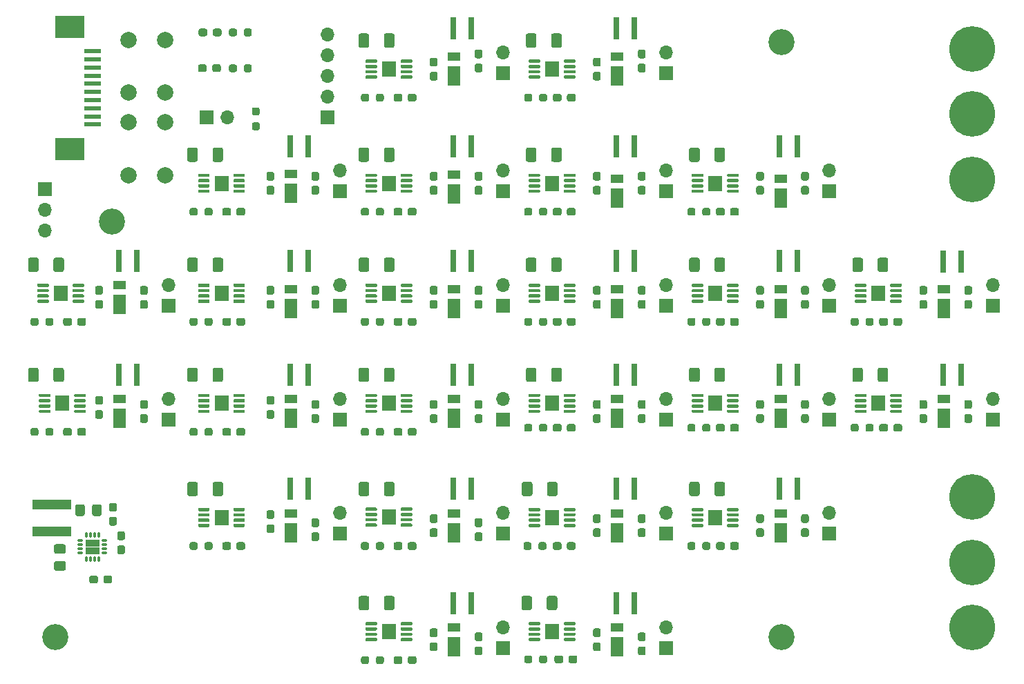
<source format=gbr>
%TF.GenerationSoftware,KiCad,Pcbnew,5.1.10-88a1d61d58~90~ubuntu20.04.1*%
%TF.CreationDate,2021-12-30T14:19:47+01:00*%
%TF.ProjectId,MTSM340UV2-F5120S-current-driver,4d54534d-3334-4305-9556-322d46353132,rev?*%
%TF.SameCoordinates,Original*%
%TF.FileFunction,Soldermask,Top*%
%TF.FilePolarity,Negative*%
%FSLAX46Y46*%
G04 Gerber Fmt 4.6, Leading zero omitted, Abs format (unit mm)*
G04 Created by KiCad (PCBNEW 5.1.10-88a1d61d58~90~ubuntu20.04.1) date 2021-12-30 14:19:47*
%MOMM*%
%LPD*%
G01*
G04 APERTURE LIST*
%ADD10R,1.700000X1.700000*%
%ADD11O,1.700000X1.700000*%
%ADD12R,4.700000X1.180000*%
%ADD13O,0.750000X0.300000*%
%ADD14O,0.300000X0.750000*%
%ADD15R,0.900000X0.900000*%
%ADD16C,2.000000*%
%ADD17R,1.730000X1.850000*%
%ADD18R,1.500000X1.050000*%
%ADD19R,1.500000X2.400000*%
%ADD20R,0.800000X2.700000*%
%ADD21C,5.600000*%
%ADD22C,3.600000*%
%ADD23R,2.000000X0.610000*%
%ADD24R,3.600000X2.680000*%
%ADD25C,3.200000*%
G04 APERTURE END LIST*
%TO.C,C1*%
G36*
G01*
X62762500Y-113106000D02*
X63237500Y-113106000D01*
G75*
G02*
X63475000Y-113343500I0J-237500D01*
G01*
X63475000Y-113943500D01*
G75*
G02*
X63237500Y-114181000I-237500J0D01*
G01*
X62762500Y-114181000D01*
G75*
G02*
X62525000Y-113943500I0J237500D01*
G01*
X62525000Y-113343500D01*
G75*
G02*
X62762500Y-113106000I237500J0D01*
G01*
G37*
G36*
G01*
X62762500Y-114831000D02*
X63237500Y-114831000D01*
G75*
G02*
X63475000Y-115068500I0J-237500D01*
G01*
X63475000Y-115668500D01*
G75*
G02*
X63237500Y-115906000I-237500J0D01*
G01*
X62762500Y-115906000D01*
G75*
G02*
X62525000Y-115668500I0J237500D01*
G01*
X62525000Y-115068500D01*
G75*
G02*
X62762500Y-114831000I237500J0D01*
G01*
G37*
%TD*%
%TO.C,C2*%
G36*
G01*
X57262500Y-114825000D02*
X57737500Y-114825000D01*
G75*
G02*
X57975000Y-115062500I0J-237500D01*
G01*
X57975000Y-115662500D01*
G75*
G02*
X57737500Y-115900000I-237500J0D01*
G01*
X57262500Y-115900000D01*
G75*
G02*
X57025000Y-115662500I0J237500D01*
G01*
X57025000Y-115062500D01*
G75*
G02*
X57262500Y-114825000I237500J0D01*
G01*
G37*
G36*
G01*
X57262500Y-113100000D02*
X57737500Y-113100000D01*
G75*
G02*
X57975000Y-113337500I0J-237500D01*
G01*
X57975000Y-113937500D01*
G75*
G02*
X57737500Y-114175000I-237500J0D01*
G01*
X57262500Y-114175000D01*
G75*
G02*
X57025000Y-113937500I0J237500D01*
G01*
X57025000Y-113337500D01*
G75*
G02*
X57262500Y-113100000I237500J0D01*
G01*
G37*
%TD*%
%TO.C,C3*%
G36*
G01*
X54175000Y-117262500D02*
X54175000Y-117737500D01*
G75*
G02*
X53937500Y-117975000I-237500J0D01*
G01*
X53337500Y-117975000D01*
G75*
G02*
X53100000Y-117737500I0J237500D01*
G01*
X53100000Y-117262500D01*
G75*
G02*
X53337500Y-117025000I237500J0D01*
G01*
X53937500Y-117025000D01*
G75*
G02*
X54175000Y-117262500I0J-237500D01*
G01*
G37*
G36*
G01*
X55900000Y-117262500D02*
X55900000Y-117737500D01*
G75*
G02*
X55662500Y-117975000I-237500J0D01*
G01*
X55062500Y-117975000D01*
G75*
G02*
X54825000Y-117737500I0J237500D01*
G01*
X54825000Y-117262500D01*
G75*
G02*
X55062500Y-117025000I237500J0D01*
G01*
X55662500Y-117025000D01*
G75*
G02*
X55900000Y-117262500I0J-237500D01*
G01*
G37*
%TD*%
%TO.C,C4*%
G36*
G01*
X62762500Y-128825000D02*
X63237500Y-128825000D01*
G75*
G02*
X63475000Y-129062500I0J-237500D01*
G01*
X63475000Y-129662500D01*
G75*
G02*
X63237500Y-129900000I-237500J0D01*
G01*
X62762500Y-129900000D01*
G75*
G02*
X62525000Y-129662500I0J237500D01*
G01*
X62525000Y-129062500D01*
G75*
G02*
X62762500Y-128825000I237500J0D01*
G01*
G37*
G36*
G01*
X62762500Y-127100000D02*
X63237500Y-127100000D01*
G75*
G02*
X63475000Y-127337500I0J-237500D01*
G01*
X63475000Y-127937500D01*
G75*
G02*
X63237500Y-128175000I-237500J0D01*
G01*
X62762500Y-128175000D01*
G75*
G02*
X62525000Y-127937500I0J237500D01*
G01*
X62525000Y-127337500D01*
G75*
G02*
X62762500Y-127100000I237500J0D01*
G01*
G37*
%TD*%
%TO.C,C5*%
G36*
G01*
X57262500Y-126600000D02*
X57737500Y-126600000D01*
G75*
G02*
X57975000Y-126837500I0J-237500D01*
G01*
X57975000Y-127437500D01*
G75*
G02*
X57737500Y-127675000I-237500J0D01*
G01*
X57262500Y-127675000D01*
G75*
G02*
X57025000Y-127437500I0J237500D01*
G01*
X57025000Y-126837500D01*
G75*
G02*
X57262500Y-126600000I237500J0D01*
G01*
G37*
G36*
G01*
X57262500Y-128325000D02*
X57737500Y-128325000D01*
G75*
G02*
X57975000Y-128562500I0J-237500D01*
G01*
X57975000Y-129162500D01*
G75*
G02*
X57737500Y-129400000I-237500J0D01*
G01*
X57262500Y-129400000D01*
G75*
G02*
X57025000Y-129162500I0J237500D01*
G01*
X57025000Y-128562500D01*
G75*
G02*
X57262500Y-128325000I237500J0D01*
G01*
G37*
%TD*%
%TO.C,C6*%
G36*
G01*
X54175000Y-130762500D02*
X54175000Y-131237500D01*
G75*
G02*
X53937500Y-131475000I-237500J0D01*
G01*
X53337500Y-131475000D01*
G75*
G02*
X53100000Y-131237500I0J237500D01*
G01*
X53100000Y-130762500D01*
G75*
G02*
X53337500Y-130525000I237500J0D01*
G01*
X53937500Y-130525000D01*
G75*
G02*
X54175000Y-130762500I0J-237500D01*
G01*
G37*
G36*
G01*
X55900000Y-130762500D02*
X55900000Y-131237500D01*
G75*
G02*
X55662500Y-131475000I-237500J0D01*
G01*
X55062500Y-131475000D01*
G75*
G02*
X54825000Y-131237500I0J237500D01*
G01*
X54825000Y-130762500D01*
G75*
G02*
X55062500Y-130525000I237500J0D01*
G01*
X55662500Y-130525000D01*
G75*
G02*
X55900000Y-130762500I0J-237500D01*
G01*
G37*
%TD*%
%TO.C,C7*%
G36*
G01*
X83762500Y-99100000D02*
X84237500Y-99100000D01*
G75*
G02*
X84475000Y-99337500I0J-237500D01*
G01*
X84475000Y-99937500D01*
G75*
G02*
X84237500Y-100175000I-237500J0D01*
G01*
X83762500Y-100175000D01*
G75*
G02*
X83525000Y-99937500I0J237500D01*
G01*
X83525000Y-99337500D01*
G75*
G02*
X83762500Y-99100000I237500J0D01*
G01*
G37*
G36*
G01*
X83762500Y-100825000D02*
X84237500Y-100825000D01*
G75*
G02*
X84475000Y-101062500I0J-237500D01*
G01*
X84475000Y-101662500D01*
G75*
G02*
X84237500Y-101900000I-237500J0D01*
G01*
X83762500Y-101900000D01*
G75*
G02*
X83525000Y-101662500I0J237500D01*
G01*
X83525000Y-101062500D01*
G75*
G02*
X83762500Y-100825000I237500J0D01*
G01*
G37*
%TD*%
%TO.C,C13*%
G36*
G01*
X78262500Y-99100000D02*
X78737500Y-99100000D01*
G75*
G02*
X78975000Y-99337500I0J-237500D01*
G01*
X78975000Y-99937500D01*
G75*
G02*
X78737500Y-100175000I-237500J0D01*
G01*
X78262500Y-100175000D01*
G75*
G02*
X78025000Y-99937500I0J237500D01*
G01*
X78025000Y-99337500D01*
G75*
G02*
X78262500Y-99100000I237500J0D01*
G01*
G37*
G36*
G01*
X78262500Y-100825000D02*
X78737500Y-100825000D01*
G75*
G02*
X78975000Y-101062500I0J-237500D01*
G01*
X78975000Y-101662500D01*
G75*
G02*
X78737500Y-101900000I-237500J0D01*
G01*
X78262500Y-101900000D01*
G75*
G02*
X78025000Y-101662500I0J237500D01*
G01*
X78025000Y-101062500D01*
G75*
G02*
X78262500Y-100825000I237500J0D01*
G01*
G37*
%TD*%
%TO.C,C14*%
G36*
G01*
X73675000Y-103762500D02*
X73675000Y-104237500D01*
G75*
G02*
X73437500Y-104475000I-237500J0D01*
G01*
X72837500Y-104475000D01*
G75*
G02*
X72600000Y-104237500I0J237500D01*
G01*
X72600000Y-103762500D01*
G75*
G02*
X72837500Y-103525000I237500J0D01*
G01*
X73437500Y-103525000D01*
G75*
G02*
X73675000Y-103762500I0J-237500D01*
G01*
G37*
G36*
G01*
X75400000Y-103762500D02*
X75400000Y-104237500D01*
G75*
G02*
X75162500Y-104475000I-237500J0D01*
G01*
X74562500Y-104475000D01*
G75*
G02*
X74325000Y-104237500I0J237500D01*
G01*
X74325000Y-103762500D01*
G75*
G02*
X74562500Y-103525000I237500J0D01*
G01*
X75162500Y-103525000D01*
G75*
G02*
X75400000Y-103762500I0J-237500D01*
G01*
G37*
%TD*%
%TO.C,C15*%
G36*
G01*
X83762500Y-113100000D02*
X84237500Y-113100000D01*
G75*
G02*
X84475000Y-113337500I0J-237500D01*
G01*
X84475000Y-113937500D01*
G75*
G02*
X84237500Y-114175000I-237500J0D01*
G01*
X83762500Y-114175000D01*
G75*
G02*
X83525000Y-113937500I0J237500D01*
G01*
X83525000Y-113337500D01*
G75*
G02*
X83762500Y-113100000I237500J0D01*
G01*
G37*
G36*
G01*
X83762500Y-114825000D02*
X84237500Y-114825000D01*
G75*
G02*
X84475000Y-115062500I0J-237500D01*
G01*
X84475000Y-115662500D01*
G75*
G02*
X84237500Y-115900000I-237500J0D01*
G01*
X83762500Y-115900000D01*
G75*
G02*
X83525000Y-115662500I0J237500D01*
G01*
X83525000Y-115062500D01*
G75*
G02*
X83762500Y-114825000I237500J0D01*
G01*
G37*
%TD*%
%TO.C,C16*%
G36*
G01*
X78262500Y-114825000D02*
X78737500Y-114825000D01*
G75*
G02*
X78975000Y-115062500I0J-237500D01*
G01*
X78975000Y-115662500D01*
G75*
G02*
X78737500Y-115900000I-237500J0D01*
G01*
X78262500Y-115900000D01*
G75*
G02*
X78025000Y-115662500I0J237500D01*
G01*
X78025000Y-115062500D01*
G75*
G02*
X78262500Y-114825000I237500J0D01*
G01*
G37*
G36*
G01*
X78262500Y-113100000D02*
X78737500Y-113100000D01*
G75*
G02*
X78975000Y-113337500I0J-237500D01*
G01*
X78975000Y-113937500D01*
G75*
G02*
X78737500Y-114175000I-237500J0D01*
G01*
X78262500Y-114175000D01*
G75*
G02*
X78025000Y-113937500I0J237500D01*
G01*
X78025000Y-113337500D01*
G75*
G02*
X78262500Y-113100000I237500J0D01*
G01*
G37*
%TD*%
%TO.C,C17*%
G36*
G01*
X75400000Y-117262500D02*
X75400000Y-117737500D01*
G75*
G02*
X75162500Y-117975000I-237500J0D01*
G01*
X74562500Y-117975000D01*
G75*
G02*
X74325000Y-117737500I0J237500D01*
G01*
X74325000Y-117262500D01*
G75*
G02*
X74562500Y-117025000I237500J0D01*
G01*
X75162500Y-117025000D01*
G75*
G02*
X75400000Y-117262500I0J-237500D01*
G01*
G37*
G36*
G01*
X73675000Y-117262500D02*
X73675000Y-117737500D01*
G75*
G02*
X73437500Y-117975000I-237500J0D01*
G01*
X72837500Y-117975000D01*
G75*
G02*
X72600000Y-117737500I0J237500D01*
G01*
X72600000Y-117262500D01*
G75*
G02*
X72837500Y-117025000I237500J0D01*
G01*
X73437500Y-117025000D01*
G75*
G02*
X73675000Y-117262500I0J-237500D01*
G01*
G37*
%TD*%
%TO.C,C18*%
G36*
G01*
X83762500Y-127100000D02*
X84237500Y-127100000D01*
G75*
G02*
X84475000Y-127337500I0J-237500D01*
G01*
X84475000Y-127937500D01*
G75*
G02*
X84237500Y-128175000I-237500J0D01*
G01*
X83762500Y-128175000D01*
G75*
G02*
X83525000Y-127937500I0J237500D01*
G01*
X83525000Y-127337500D01*
G75*
G02*
X83762500Y-127100000I237500J0D01*
G01*
G37*
G36*
G01*
X83762500Y-128825000D02*
X84237500Y-128825000D01*
G75*
G02*
X84475000Y-129062500I0J-237500D01*
G01*
X84475000Y-129662500D01*
G75*
G02*
X84237500Y-129900000I-237500J0D01*
G01*
X83762500Y-129900000D01*
G75*
G02*
X83525000Y-129662500I0J237500D01*
G01*
X83525000Y-129062500D01*
G75*
G02*
X83762500Y-128825000I237500J0D01*
G01*
G37*
%TD*%
%TO.C,C19*%
G36*
G01*
X78262500Y-126600000D02*
X78737500Y-126600000D01*
G75*
G02*
X78975000Y-126837500I0J-237500D01*
G01*
X78975000Y-127437500D01*
G75*
G02*
X78737500Y-127675000I-237500J0D01*
G01*
X78262500Y-127675000D01*
G75*
G02*
X78025000Y-127437500I0J237500D01*
G01*
X78025000Y-126837500D01*
G75*
G02*
X78262500Y-126600000I237500J0D01*
G01*
G37*
G36*
G01*
X78262500Y-128325000D02*
X78737500Y-128325000D01*
G75*
G02*
X78975000Y-128562500I0J-237500D01*
G01*
X78975000Y-129162500D01*
G75*
G02*
X78737500Y-129400000I-237500J0D01*
G01*
X78262500Y-129400000D01*
G75*
G02*
X78025000Y-129162500I0J237500D01*
G01*
X78025000Y-128562500D01*
G75*
G02*
X78262500Y-128325000I237500J0D01*
G01*
G37*
%TD*%
%TO.C,C20*%
G36*
G01*
X73675000Y-130762500D02*
X73675000Y-131237500D01*
G75*
G02*
X73437500Y-131475000I-237500J0D01*
G01*
X72837500Y-131475000D01*
G75*
G02*
X72600000Y-131237500I0J237500D01*
G01*
X72600000Y-130762500D01*
G75*
G02*
X72837500Y-130525000I237500J0D01*
G01*
X73437500Y-130525000D01*
G75*
G02*
X73675000Y-130762500I0J-237500D01*
G01*
G37*
G36*
G01*
X75400000Y-130762500D02*
X75400000Y-131237500D01*
G75*
G02*
X75162500Y-131475000I-237500J0D01*
G01*
X74562500Y-131475000D01*
G75*
G02*
X74325000Y-131237500I0J237500D01*
G01*
X74325000Y-130762500D01*
G75*
G02*
X74562500Y-130525000I237500J0D01*
G01*
X75162500Y-130525000D01*
G75*
G02*
X75400000Y-130762500I0J-237500D01*
G01*
G37*
%TD*%
%TO.C,C21*%
G36*
G01*
X83762500Y-143325000D02*
X84237500Y-143325000D01*
G75*
G02*
X84475000Y-143562500I0J-237500D01*
G01*
X84475000Y-144162500D01*
G75*
G02*
X84237500Y-144400000I-237500J0D01*
G01*
X83762500Y-144400000D01*
G75*
G02*
X83525000Y-144162500I0J237500D01*
G01*
X83525000Y-143562500D01*
G75*
G02*
X83762500Y-143325000I237500J0D01*
G01*
G37*
G36*
G01*
X83762500Y-141600000D02*
X84237500Y-141600000D01*
G75*
G02*
X84475000Y-141837500I0J-237500D01*
G01*
X84475000Y-142437500D01*
G75*
G02*
X84237500Y-142675000I-237500J0D01*
G01*
X83762500Y-142675000D01*
G75*
G02*
X83525000Y-142437500I0J237500D01*
G01*
X83525000Y-141837500D01*
G75*
G02*
X83762500Y-141600000I237500J0D01*
G01*
G37*
%TD*%
%TO.C,C22*%
G36*
G01*
X78262500Y-142325000D02*
X78737500Y-142325000D01*
G75*
G02*
X78975000Y-142562500I0J-237500D01*
G01*
X78975000Y-143162500D01*
G75*
G02*
X78737500Y-143400000I-237500J0D01*
G01*
X78262500Y-143400000D01*
G75*
G02*
X78025000Y-143162500I0J237500D01*
G01*
X78025000Y-142562500D01*
G75*
G02*
X78262500Y-142325000I237500J0D01*
G01*
G37*
G36*
G01*
X78262500Y-140600000D02*
X78737500Y-140600000D01*
G75*
G02*
X78975000Y-140837500I0J-237500D01*
G01*
X78975000Y-141437500D01*
G75*
G02*
X78737500Y-141675000I-237500J0D01*
G01*
X78262500Y-141675000D01*
G75*
G02*
X78025000Y-141437500I0J237500D01*
G01*
X78025000Y-140837500D01*
G75*
G02*
X78262500Y-140600000I237500J0D01*
G01*
G37*
%TD*%
%TO.C,C23*%
G36*
G01*
X73675000Y-144762500D02*
X73675000Y-145237500D01*
G75*
G02*
X73437500Y-145475000I-237500J0D01*
G01*
X72837500Y-145475000D01*
G75*
G02*
X72600000Y-145237500I0J237500D01*
G01*
X72600000Y-144762500D01*
G75*
G02*
X72837500Y-144525000I237500J0D01*
G01*
X73437500Y-144525000D01*
G75*
G02*
X73675000Y-144762500I0J-237500D01*
G01*
G37*
G36*
G01*
X75400000Y-144762500D02*
X75400000Y-145237500D01*
G75*
G02*
X75162500Y-145475000I-237500J0D01*
G01*
X74562500Y-145475000D01*
G75*
G02*
X74325000Y-145237500I0J237500D01*
G01*
X74325000Y-144762500D01*
G75*
G02*
X74562500Y-144525000I237500J0D01*
G01*
X75162500Y-144525000D01*
G75*
G02*
X75400000Y-144762500I0J-237500D01*
G01*
G37*
%TD*%
%TO.C,C24*%
G36*
G01*
X103762500Y-85825000D02*
X104237500Y-85825000D01*
G75*
G02*
X104475000Y-86062500I0J-237500D01*
G01*
X104475000Y-86662500D01*
G75*
G02*
X104237500Y-86900000I-237500J0D01*
G01*
X103762500Y-86900000D01*
G75*
G02*
X103525000Y-86662500I0J237500D01*
G01*
X103525000Y-86062500D01*
G75*
G02*
X103762500Y-85825000I237500J0D01*
G01*
G37*
G36*
G01*
X103762500Y-84100000D02*
X104237500Y-84100000D01*
G75*
G02*
X104475000Y-84337500I0J-237500D01*
G01*
X104475000Y-84937500D01*
G75*
G02*
X104237500Y-85175000I-237500J0D01*
G01*
X103762500Y-85175000D01*
G75*
G02*
X103525000Y-84937500I0J237500D01*
G01*
X103525000Y-84337500D01*
G75*
G02*
X103762500Y-84100000I237500J0D01*
G01*
G37*
%TD*%
%TO.C,C25*%
G36*
G01*
X98262500Y-85100000D02*
X98737500Y-85100000D01*
G75*
G02*
X98975000Y-85337500I0J-237500D01*
G01*
X98975000Y-85937500D01*
G75*
G02*
X98737500Y-86175000I-237500J0D01*
G01*
X98262500Y-86175000D01*
G75*
G02*
X98025000Y-85937500I0J237500D01*
G01*
X98025000Y-85337500D01*
G75*
G02*
X98262500Y-85100000I237500J0D01*
G01*
G37*
G36*
G01*
X98262500Y-86825000D02*
X98737500Y-86825000D01*
G75*
G02*
X98975000Y-87062500I0J-237500D01*
G01*
X98975000Y-87662500D01*
G75*
G02*
X98737500Y-87900000I-237500J0D01*
G01*
X98262500Y-87900000D01*
G75*
G02*
X98025000Y-87662500I0J237500D01*
G01*
X98025000Y-87062500D01*
G75*
G02*
X98262500Y-86825000I237500J0D01*
G01*
G37*
%TD*%
%TO.C,C26*%
G36*
G01*
X94675000Y-89762500D02*
X94675000Y-90237500D01*
G75*
G02*
X94437500Y-90475000I-237500J0D01*
G01*
X93837500Y-90475000D01*
G75*
G02*
X93600000Y-90237500I0J237500D01*
G01*
X93600000Y-89762500D01*
G75*
G02*
X93837500Y-89525000I237500J0D01*
G01*
X94437500Y-89525000D01*
G75*
G02*
X94675000Y-89762500I0J-237500D01*
G01*
G37*
G36*
G01*
X96400000Y-89762500D02*
X96400000Y-90237500D01*
G75*
G02*
X96162500Y-90475000I-237500J0D01*
G01*
X95562500Y-90475000D01*
G75*
G02*
X95325000Y-90237500I0J237500D01*
G01*
X95325000Y-89762500D01*
G75*
G02*
X95562500Y-89525000I237500J0D01*
G01*
X96162500Y-89525000D01*
G75*
G02*
X96400000Y-89762500I0J-237500D01*
G01*
G37*
%TD*%
%TO.C,C27*%
G36*
G01*
X103762500Y-100825000D02*
X104237500Y-100825000D01*
G75*
G02*
X104475000Y-101062500I0J-237500D01*
G01*
X104475000Y-101662500D01*
G75*
G02*
X104237500Y-101900000I-237500J0D01*
G01*
X103762500Y-101900000D01*
G75*
G02*
X103525000Y-101662500I0J237500D01*
G01*
X103525000Y-101062500D01*
G75*
G02*
X103762500Y-100825000I237500J0D01*
G01*
G37*
G36*
G01*
X103762500Y-99100000D02*
X104237500Y-99100000D01*
G75*
G02*
X104475000Y-99337500I0J-237500D01*
G01*
X104475000Y-99937500D01*
G75*
G02*
X104237500Y-100175000I-237500J0D01*
G01*
X103762500Y-100175000D01*
G75*
G02*
X103525000Y-99937500I0J237500D01*
G01*
X103525000Y-99337500D01*
G75*
G02*
X103762500Y-99100000I237500J0D01*
G01*
G37*
%TD*%
%TO.C,C28*%
G36*
G01*
X98262500Y-100825000D02*
X98737500Y-100825000D01*
G75*
G02*
X98975000Y-101062500I0J-237500D01*
G01*
X98975000Y-101662500D01*
G75*
G02*
X98737500Y-101900000I-237500J0D01*
G01*
X98262500Y-101900000D01*
G75*
G02*
X98025000Y-101662500I0J237500D01*
G01*
X98025000Y-101062500D01*
G75*
G02*
X98262500Y-100825000I237500J0D01*
G01*
G37*
G36*
G01*
X98262500Y-99100000D02*
X98737500Y-99100000D01*
G75*
G02*
X98975000Y-99337500I0J-237500D01*
G01*
X98975000Y-99937500D01*
G75*
G02*
X98737500Y-100175000I-237500J0D01*
G01*
X98262500Y-100175000D01*
G75*
G02*
X98025000Y-99937500I0J237500D01*
G01*
X98025000Y-99337500D01*
G75*
G02*
X98262500Y-99100000I237500J0D01*
G01*
G37*
%TD*%
%TO.C,C29*%
G36*
G01*
X96400000Y-103762500D02*
X96400000Y-104237500D01*
G75*
G02*
X96162500Y-104475000I-237500J0D01*
G01*
X95562500Y-104475000D01*
G75*
G02*
X95325000Y-104237500I0J237500D01*
G01*
X95325000Y-103762500D01*
G75*
G02*
X95562500Y-103525000I237500J0D01*
G01*
X96162500Y-103525000D01*
G75*
G02*
X96400000Y-103762500I0J-237500D01*
G01*
G37*
G36*
G01*
X94675000Y-103762500D02*
X94675000Y-104237500D01*
G75*
G02*
X94437500Y-104475000I-237500J0D01*
G01*
X93837500Y-104475000D01*
G75*
G02*
X93600000Y-104237500I0J237500D01*
G01*
X93600000Y-103762500D01*
G75*
G02*
X93837500Y-103525000I237500J0D01*
G01*
X94437500Y-103525000D01*
G75*
G02*
X94675000Y-103762500I0J-237500D01*
G01*
G37*
%TD*%
%TO.C,C30*%
G36*
G01*
X103762500Y-114825000D02*
X104237500Y-114825000D01*
G75*
G02*
X104475000Y-115062500I0J-237500D01*
G01*
X104475000Y-115662500D01*
G75*
G02*
X104237500Y-115900000I-237500J0D01*
G01*
X103762500Y-115900000D01*
G75*
G02*
X103525000Y-115662500I0J237500D01*
G01*
X103525000Y-115062500D01*
G75*
G02*
X103762500Y-114825000I237500J0D01*
G01*
G37*
G36*
G01*
X103762500Y-113100000D02*
X104237500Y-113100000D01*
G75*
G02*
X104475000Y-113337500I0J-237500D01*
G01*
X104475000Y-113937500D01*
G75*
G02*
X104237500Y-114175000I-237500J0D01*
G01*
X103762500Y-114175000D01*
G75*
G02*
X103525000Y-113937500I0J237500D01*
G01*
X103525000Y-113337500D01*
G75*
G02*
X103762500Y-113100000I237500J0D01*
G01*
G37*
%TD*%
%TO.C,C31*%
G36*
G01*
X98262500Y-113100000D02*
X98737500Y-113100000D01*
G75*
G02*
X98975000Y-113337500I0J-237500D01*
G01*
X98975000Y-113937500D01*
G75*
G02*
X98737500Y-114175000I-237500J0D01*
G01*
X98262500Y-114175000D01*
G75*
G02*
X98025000Y-113937500I0J237500D01*
G01*
X98025000Y-113337500D01*
G75*
G02*
X98262500Y-113100000I237500J0D01*
G01*
G37*
G36*
G01*
X98262500Y-114825000D02*
X98737500Y-114825000D01*
G75*
G02*
X98975000Y-115062500I0J-237500D01*
G01*
X98975000Y-115662500D01*
G75*
G02*
X98737500Y-115900000I-237500J0D01*
G01*
X98262500Y-115900000D01*
G75*
G02*
X98025000Y-115662500I0J237500D01*
G01*
X98025000Y-115062500D01*
G75*
G02*
X98262500Y-114825000I237500J0D01*
G01*
G37*
%TD*%
%TO.C,C32*%
G36*
G01*
X96400000Y-117262500D02*
X96400000Y-117737500D01*
G75*
G02*
X96162500Y-117975000I-237500J0D01*
G01*
X95562500Y-117975000D01*
G75*
G02*
X95325000Y-117737500I0J237500D01*
G01*
X95325000Y-117262500D01*
G75*
G02*
X95562500Y-117025000I237500J0D01*
G01*
X96162500Y-117025000D01*
G75*
G02*
X96400000Y-117262500I0J-237500D01*
G01*
G37*
G36*
G01*
X94675000Y-117262500D02*
X94675000Y-117737500D01*
G75*
G02*
X94437500Y-117975000I-237500J0D01*
G01*
X93837500Y-117975000D01*
G75*
G02*
X93600000Y-117737500I0J237500D01*
G01*
X93600000Y-117262500D01*
G75*
G02*
X93837500Y-117025000I237500J0D01*
G01*
X94437500Y-117025000D01*
G75*
G02*
X94675000Y-117262500I0J-237500D01*
G01*
G37*
%TD*%
%TO.C,C33*%
G36*
G01*
X103762500Y-128825000D02*
X104237500Y-128825000D01*
G75*
G02*
X104475000Y-129062500I0J-237500D01*
G01*
X104475000Y-129662500D01*
G75*
G02*
X104237500Y-129900000I-237500J0D01*
G01*
X103762500Y-129900000D01*
G75*
G02*
X103525000Y-129662500I0J237500D01*
G01*
X103525000Y-129062500D01*
G75*
G02*
X103762500Y-128825000I237500J0D01*
G01*
G37*
G36*
G01*
X103762500Y-127100000D02*
X104237500Y-127100000D01*
G75*
G02*
X104475000Y-127337500I0J-237500D01*
G01*
X104475000Y-127937500D01*
G75*
G02*
X104237500Y-128175000I-237500J0D01*
G01*
X103762500Y-128175000D01*
G75*
G02*
X103525000Y-127937500I0J237500D01*
G01*
X103525000Y-127337500D01*
G75*
G02*
X103762500Y-127100000I237500J0D01*
G01*
G37*
%TD*%
%TO.C,C34*%
G36*
G01*
X98262500Y-128825000D02*
X98737500Y-128825000D01*
G75*
G02*
X98975000Y-129062500I0J-237500D01*
G01*
X98975000Y-129662500D01*
G75*
G02*
X98737500Y-129900000I-237500J0D01*
G01*
X98262500Y-129900000D01*
G75*
G02*
X98025000Y-129662500I0J237500D01*
G01*
X98025000Y-129062500D01*
G75*
G02*
X98262500Y-128825000I237500J0D01*
G01*
G37*
G36*
G01*
X98262500Y-127100000D02*
X98737500Y-127100000D01*
G75*
G02*
X98975000Y-127337500I0J-237500D01*
G01*
X98975000Y-127937500D01*
G75*
G02*
X98737500Y-128175000I-237500J0D01*
G01*
X98262500Y-128175000D01*
G75*
G02*
X98025000Y-127937500I0J237500D01*
G01*
X98025000Y-127337500D01*
G75*
G02*
X98262500Y-127100000I237500J0D01*
G01*
G37*
%TD*%
%TO.C,C35*%
G36*
G01*
X94675000Y-130762500D02*
X94675000Y-131237500D01*
G75*
G02*
X94437500Y-131475000I-237500J0D01*
G01*
X93837500Y-131475000D01*
G75*
G02*
X93600000Y-131237500I0J237500D01*
G01*
X93600000Y-130762500D01*
G75*
G02*
X93837500Y-130525000I237500J0D01*
G01*
X94437500Y-130525000D01*
G75*
G02*
X94675000Y-130762500I0J-237500D01*
G01*
G37*
G36*
G01*
X96400000Y-130762500D02*
X96400000Y-131237500D01*
G75*
G02*
X96162500Y-131475000I-237500J0D01*
G01*
X95562500Y-131475000D01*
G75*
G02*
X95325000Y-131237500I0J237500D01*
G01*
X95325000Y-130762500D01*
G75*
G02*
X95562500Y-130525000I237500J0D01*
G01*
X96162500Y-130525000D01*
G75*
G02*
X96400000Y-130762500I0J-237500D01*
G01*
G37*
%TD*%
%TO.C,C36*%
G36*
G01*
X103762500Y-141600000D02*
X104237500Y-141600000D01*
G75*
G02*
X104475000Y-141837500I0J-237500D01*
G01*
X104475000Y-142437500D01*
G75*
G02*
X104237500Y-142675000I-237500J0D01*
G01*
X103762500Y-142675000D01*
G75*
G02*
X103525000Y-142437500I0J237500D01*
G01*
X103525000Y-141837500D01*
G75*
G02*
X103762500Y-141600000I237500J0D01*
G01*
G37*
G36*
G01*
X103762500Y-143325000D02*
X104237500Y-143325000D01*
G75*
G02*
X104475000Y-143562500I0J-237500D01*
G01*
X104475000Y-144162500D01*
G75*
G02*
X104237500Y-144400000I-237500J0D01*
G01*
X103762500Y-144400000D01*
G75*
G02*
X103525000Y-144162500I0J237500D01*
G01*
X103525000Y-143562500D01*
G75*
G02*
X103762500Y-143325000I237500J0D01*
G01*
G37*
%TD*%
%TO.C,C37*%
G36*
G01*
X98262500Y-141100000D02*
X98737500Y-141100000D01*
G75*
G02*
X98975000Y-141337500I0J-237500D01*
G01*
X98975000Y-141937500D01*
G75*
G02*
X98737500Y-142175000I-237500J0D01*
G01*
X98262500Y-142175000D01*
G75*
G02*
X98025000Y-141937500I0J237500D01*
G01*
X98025000Y-141337500D01*
G75*
G02*
X98262500Y-141100000I237500J0D01*
G01*
G37*
G36*
G01*
X98262500Y-142825000D02*
X98737500Y-142825000D01*
G75*
G02*
X98975000Y-143062500I0J-237500D01*
G01*
X98975000Y-143662500D01*
G75*
G02*
X98737500Y-143900000I-237500J0D01*
G01*
X98262500Y-143900000D01*
G75*
G02*
X98025000Y-143662500I0J237500D01*
G01*
X98025000Y-143062500D01*
G75*
G02*
X98262500Y-142825000I237500J0D01*
G01*
G37*
%TD*%
%TO.C,C38*%
G36*
G01*
X94675000Y-144762500D02*
X94675000Y-145237500D01*
G75*
G02*
X94437500Y-145475000I-237500J0D01*
G01*
X93837500Y-145475000D01*
G75*
G02*
X93600000Y-145237500I0J237500D01*
G01*
X93600000Y-144762500D01*
G75*
G02*
X93837500Y-144525000I237500J0D01*
G01*
X94437500Y-144525000D01*
G75*
G02*
X94675000Y-144762500I0J-237500D01*
G01*
G37*
G36*
G01*
X96400000Y-144762500D02*
X96400000Y-145237500D01*
G75*
G02*
X96162500Y-145475000I-237500J0D01*
G01*
X95562500Y-145475000D01*
G75*
G02*
X95325000Y-145237500I0J237500D01*
G01*
X95325000Y-144762500D01*
G75*
G02*
X95562500Y-144525000I237500J0D01*
G01*
X96162500Y-144525000D01*
G75*
G02*
X96400000Y-144762500I0J-237500D01*
G01*
G37*
%TD*%
%TO.C,C39*%
G36*
G01*
X103762500Y-157325000D02*
X104237500Y-157325000D01*
G75*
G02*
X104475000Y-157562500I0J-237500D01*
G01*
X104475000Y-158162500D01*
G75*
G02*
X104237500Y-158400000I-237500J0D01*
G01*
X103762500Y-158400000D01*
G75*
G02*
X103525000Y-158162500I0J237500D01*
G01*
X103525000Y-157562500D01*
G75*
G02*
X103762500Y-157325000I237500J0D01*
G01*
G37*
G36*
G01*
X103762500Y-155600000D02*
X104237500Y-155600000D01*
G75*
G02*
X104475000Y-155837500I0J-237500D01*
G01*
X104475000Y-156437500D01*
G75*
G02*
X104237500Y-156675000I-237500J0D01*
G01*
X103762500Y-156675000D01*
G75*
G02*
X103525000Y-156437500I0J237500D01*
G01*
X103525000Y-155837500D01*
G75*
G02*
X103762500Y-155600000I237500J0D01*
G01*
G37*
%TD*%
%TO.C,C40*%
G36*
G01*
X98262500Y-156825000D02*
X98737500Y-156825000D01*
G75*
G02*
X98975000Y-157062500I0J-237500D01*
G01*
X98975000Y-157662500D01*
G75*
G02*
X98737500Y-157900000I-237500J0D01*
G01*
X98262500Y-157900000D01*
G75*
G02*
X98025000Y-157662500I0J237500D01*
G01*
X98025000Y-157062500D01*
G75*
G02*
X98262500Y-156825000I237500J0D01*
G01*
G37*
G36*
G01*
X98262500Y-155100000D02*
X98737500Y-155100000D01*
G75*
G02*
X98975000Y-155337500I0J-237500D01*
G01*
X98975000Y-155937500D01*
G75*
G02*
X98737500Y-156175000I-237500J0D01*
G01*
X98262500Y-156175000D01*
G75*
G02*
X98025000Y-155937500I0J237500D01*
G01*
X98025000Y-155337500D01*
G75*
G02*
X98262500Y-155100000I237500J0D01*
G01*
G37*
%TD*%
%TO.C,C41*%
G36*
G01*
X96400000Y-158762500D02*
X96400000Y-159237500D01*
G75*
G02*
X96162500Y-159475000I-237500J0D01*
G01*
X95562500Y-159475000D01*
G75*
G02*
X95325000Y-159237500I0J237500D01*
G01*
X95325000Y-158762500D01*
G75*
G02*
X95562500Y-158525000I237500J0D01*
G01*
X96162500Y-158525000D01*
G75*
G02*
X96400000Y-158762500I0J-237500D01*
G01*
G37*
G36*
G01*
X94675000Y-158762500D02*
X94675000Y-159237500D01*
G75*
G02*
X94437500Y-159475000I-237500J0D01*
G01*
X93837500Y-159475000D01*
G75*
G02*
X93600000Y-159237500I0J237500D01*
G01*
X93600000Y-158762500D01*
G75*
G02*
X93837500Y-158525000I237500J0D01*
G01*
X94437500Y-158525000D01*
G75*
G02*
X94675000Y-158762500I0J-237500D01*
G01*
G37*
%TD*%
%TO.C,C42*%
G36*
G01*
X123762500Y-84100000D02*
X124237500Y-84100000D01*
G75*
G02*
X124475000Y-84337500I0J-237500D01*
G01*
X124475000Y-84937500D01*
G75*
G02*
X124237500Y-85175000I-237500J0D01*
G01*
X123762500Y-85175000D01*
G75*
G02*
X123525000Y-84937500I0J237500D01*
G01*
X123525000Y-84337500D01*
G75*
G02*
X123762500Y-84100000I237500J0D01*
G01*
G37*
G36*
G01*
X123762500Y-85825000D02*
X124237500Y-85825000D01*
G75*
G02*
X124475000Y-86062500I0J-237500D01*
G01*
X124475000Y-86662500D01*
G75*
G02*
X124237500Y-86900000I-237500J0D01*
G01*
X123762500Y-86900000D01*
G75*
G02*
X123525000Y-86662500I0J237500D01*
G01*
X123525000Y-86062500D01*
G75*
G02*
X123762500Y-85825000I237500J0D01*
G01*
G37*
%TD*%
%TO.C,C43*%
G36*
G01*
X118262500Y-85100000D02*
X118737500Y-85100000D01*
G75*
G02*
X118975000Y-85337500I0J-237500D01*
G01*
X118975000Y-85937500D01*
G75*
G02*
X118737500Y-86175000I-237500J0D01*
G01*
X118262500Y-86175000D01*
G75*
G02*
X118025000Y-85937500I0J237500D01*
G01*
X118025000Y-85337500D01*
G75*
G02*
X118262500Y-85100000I237500J0D01*
G01*
G37*
G36*
G01*
X118262500Y-86825000D02*
X118737500Y-86825000D01*
G75*
G02*
X118975000Y-87062500I0J-237500D01*
G01*
X118975000Y-87662500D01*
G75*
G02*
X118737500Y-87900000I-237500J0D01*
G01*
X118262500Y-87900000D01*
G75*
G02*
X118025000Y-87662500I0J237500D01*
G01*
X118025000Y-87062500D01*
G75*
G02*
X118262500Y-86825000I237500J0D01*
G01*
G37*
%TD*%
%TO.C,C44*%
G36*
G01*
X115900000Y-89762500D02*
X115900000Y-90237500D01*
G75*
G02*
X115662500Y-90475000I-237500J0D01*
G01*
X115062500Y-90475000D01*
G75*
G02*
X114825000Y-90237500I0J237500D01*
G01*
X114825000Y-89762500D01*
G75*
G02*
X115062500Y-89525000I237500J0D01*
G01*
X115662500Y-89525000D01*
G75*
G02*
X115900000Y-89762500I0J-237500D01*
G01*
G37*
G36*
G01*
X114175000Y-89762500D02*
X114175000Y-90237500D01*
G75*
G02*
X113937500Y-90475000I-237500J0D01*
G01*
X113337500Y-90475000D01*
G75*
G02*
X113100000Y-90237500I0J237500D01*
G01*
X113100000Y-89762500D01*
G75*
G02*
X113337500Y-89525000I237500J0D01*
G01*
X113937500Y-89525000D01*
G75*
G02*
X114175000Y-89762500I0J-237500D01*
G01*
G37*
%TD*%
%TO.C,C45*%
G36*
G01*
X123762500Y-99100000D02*
X124237500Y-99100000D01*
G75*
G02*
X124475000Y-99337500I0J-237500D01*
G01*
X124475000Y-99937500D01*
G75*
G02*
X124237500Y-100175000I-237500J0D01*
G01*
X123762500Y-100175000D01*
G75*
G02*
X123525000Y-99937500I0J237500D01*
G01*
X123525000Y-99337500D01*
G75*
G02*
X123762500Y-99100000I237500J0D01*
G01*
G37*
G36*
G01*
X123762500Y-100825000D02*
X124237500Y-100825000D01*
G75*
G02*
X124475000Y-101062500I0J-237500D01*
G01*
X124475000Y-101662500D01*
G75*
G02*
X124237500Y-101900000I-237500J0D01*
G01*
X123762500Y-101900000D01*
G75*
G02*
X123525000Y-101662500I0J237500D01*
G01*
X123525000Y-101062500D01*
G75*
G02*
X123762500Y-100825000I237500J0D01*
G01*
G37*
%TD*%
%TO.C,C46*%
G36*
G01*
X118262500Y-99100000D02*
X118737500Y-99100000D01*
G75*
G02*
X118975000Y-99337500I0J-237500D01*
G01*
X118975000Y-99937500D01*
G75*
G02*
X118737500Y-100175000I-237500J0D01*
G01*
X118262500Y-100175000D01*
G75*
G02*
X118025000Y-99937500I0J237500D01*
G01*
X118025000Y-99337500D01*
G75*
G02*
X118262500Y-99100000I237500J0D01*
G01*
G37*
G36*
G01*
X118262500Y-100825000D02*
X118737500Y-100825000D01*
G75*
G02*
X118975000Y-101062500I0J-237500D01*
G01*
X118975000Y-101662500D01*
G75*
G02*
X118737500Y-101900000I-237500J0D01*
G01*
X118262500Y-101900000D01*
G75*
G02*
X118025000Y-101662500I0J237500D01*
G01*
X118025000Y-101062500D01*
G75*
G02*
X118262500Y-100825000I237500J0D01*
G01*
G37*
%TD*%
%TO.C,C47*%
G36*
G01*
X115900000Y-103762500D02*
X115900000Y-104237500D01*
G75*
G02*
X115662500Y-104475000I-237500J0D01*
G01*
X115062500Y-104475000D01*
G75*
G02*
X114825000Y-104237500I0J237500D01*
G01*
X114825000Y-103762500D01*
G75*
G02*
X115062500Y-103525000I237500J0D01*
G01*
X115662500Y-103525000D01*
G75*
G02*
X115900000Y-103762500I0J-237500D01*
G01*
G37*
G36*
G01*
X114175000Y-103762500D02*
X114175000Y-104237500D01*
G75*
G02*
X113937500Y-104475000I-237500J0D01*
G01*
X113337500Y-104475000D01*
G75*
G02*
X113100000Y-104237500I0J237500D01*
G01*
X113100000Y-103762500D01*
G75*
G02*
X113337500Y-103525000I237500J0D01*
G01*
X113937500Y-103525000D01*
G75*
G02*
X114175000Y-103762500I0J-237500D01*
G01*
G37*
%TD*%
%TO.C,C48*%
G36*
G01*
X123762500Y-114825000D02*
X124237500Y-114825000D01*
G75*
G02*
X124475000Y-115062500I0J-237500D01*
G01*
X124475000Y-115662500D01*
G75*
G02*
X124237500Y-115900000I-237500J0D01*
G01*
X123762500Y-115900000D01*
G75*
G02*
X123525000Y-115662500I0J237500D01*
G01*
X123525000Y-115062500D01*
G75*
G02*
X123762500Y-114825000I237500J0D01*
G01*
G37*
G36*
G01*
X123762500Y-113100000D02*
X124237500Y-113100000D01*
G75*
G02*
X124475000Y-113337500I0J-237500D01*
G01*
X124475000Y-113937500D01*
G75*
G02*
X124237500Y-114175000I-237500J0D01*
G01*
X123762500Y-114175000D01*
G75*
G02*
X123525000Y-113937500I0J237500D01*
G01*
X123525000Y-113337500D01*
G75*
G02*
X123762500Y-113100000I237500J0D01*
G01*
G37*
%TD*%
%TO.C,C49*%
G36*
G01*
X118262500Y-113100000D02*
X118737500Y-113100000D01*
G75*
G02*
X118975000Y-113337500I0J-237500D01*
G01*
X118975000Y-113937500D01*
G75*
G02*
X118737500Y-114175000I-237500J0D01*
G01*
X118262500Y-114175000D01*
G75*
G02*
X118025000Y-113937500I0J237500D01*
G01*
X118025000Y-113337500D01*
G75*
G02*
X118262500Y-113100000I237500J0D01*
G01*
G37*
G36*
G01*
X118262500Y-114825000D02*
X118737500Y-114825000D01*
G75*
G02*
X118975000Y-115062500I0J-237500D01*
G01*
X118975000Y-115662500D01*
G75*
G02*
X118737500Y-115900000I-237500J0D01*
G01*
X118262500Y-115900000D01*
G75*
G02*
X118025000Y-115662500I0J237500D01*
G01*
X118025000Y-115062500D01*
G75*
G02*
X118262500Y-114825000I237500J0D01*
G01*
G37*
%TD*%
%TO.C,C50*%
G36*
G01*
X114175000Y-117262500D02*
X114175000Y-117737500D01*
G75*
G02*
X113937500Y-117975000I-237500J0D01*
G01*
X113337500Y-117975000D01*
G75*
G02*
X113100000Y-117737500I0J237500D01*
G01*
X113100000Y-117262500D01*
G75*
G02*
X113337500Y-117025000I237500J0D01*
G01*
X113937500Y-117025000D01*
G75*
G02*
X114175000Y-117262500I0J-237500D01*
G01*
G37*
G36*
G01*
X115900000Y-117262500D02*
X115900000Y-117737500D01*
G75*
G02*
X115662500Y-117975000I-237500J0D01*
G01*
X115062500Y-117975000D01*
G75*
G02*
X114825000Y-117737500I0J237500D01*
G01*
X114825000Y-117262500D01*
G75*
G02*
X115062500Y-117025000I237500J0D01*
G01*
X115662500Y-117025000D01*
G75*
G02*
X115900000Y-117262500I0J-237500D01*
G01*
G37*
%TD*%
%TO.C,C51*%
G36*
G01*
X123762500Y-128825000D02*
X124237500Y-128825000D01*
G75*
G02*
X124475000Y-129062500I0J-237500D01*
G01*
X124475000Y-129662500D01*
G75*
G02*
X124237500Y-129900000I-237500J0D01*
G01*
X123762500Y-129900000D01*
G75*
G02*
X123525000Y-129662500I0J237500D01*
G01*
X123525000Y-129062500D01*
G75*
G02*
X123762500Y-128825000I237500J0D01*
G01*
G37*
G36*
G01*
X123762500Y-127100000D02*
X124237500Y-127100000D01*
G75*
G02*
X124475000Y-127337500I0J-237500D01*
G01*
X124475000Y-127937500D01*
G75*
G02*
X124237500Y-128175000I-237500J0D01*
G01*
X123762500Y-128175000D01*
G75*
G02*
X123525000Y-127937500I0J237500D01*
G01*
X123525000Y-127337500D01*
G75*
G02*
X123762500Y-127100000I237500J0D01*
G01*
G37*
%TD*%
%TO.C,C52*%
G36*
G01*
X118262500Y-127100000D02*
X118737500Y-127100000D01*
G75*
G02*
X118975000Y-127337500I0J-237500D01*
G01*
X118975000Y-127937500D01*
G75*
G02*
X118737500Y-128175000I-237500J0D01*
G01*
X118262500Y-128175000D01*
G75*
G02*
X118025000Y-127937500I0J237500D01*
G01*
X118025000Y-127337500D01*
G75*
G02*
X118262500Y-127100000I237500J0D01*
G01*
G37*
G36*
G01*
X118262500Y-128825000D02*
X118737500Y-128825000D01*
G75*
G02*
X118975000Y-129062500I0J-237500D01*
G01*
X118975000Y-129662500D01*
G75*
G02*
X118737500Y-129900000I-237500J0D01*
G01*
X118262500Y-129900000D01*
G75*
G02*
X118025000Y-129662500I0J237500D01*
G01*
X118025000Y-129062500D01*
G75*
G02*
X118262500Y-128825000I237500J0D01*
G01*
G37*
%TD*%
%TO.C,C53*%
G36*
G01*
X114175000Y-130262500D02*
X114175000Y-130737500D01*
G75*
G02*
X113937500Y-130975000I-237500J0D01*
G01*
X113337500Y-130975000D01*
G75*
G02*
X113100000Y-130737500I0J237500D01*
G01*
X113100000Y-130262500D01*
G75*
G02*
X113337500Y-130025000I237500J0D01*
G01*
X113937500Y-130025000D01*
G75*
G02*
X114175000Y-130262500I0J-237500D01*
G01*
G37*
G36*
G01*
X115900000Y-130262500D02*
X115900000Y-130737500D01*
G75*
G02*
X115662500Y-130975000I-237500J0D01*
G01*
X115062500Y-130975000D01*
G75*
G02*
X114825000Y-130737500I0J237500D01*
G01*
X114825000Y-130262500D01*
G75*
G02*
X115062500Y-130025000I237500J0D01*
G01*
X115662500Y-130025000D01*
G75*
G02*
X115900000Y-130262500I0J-237500D01*
G01*
G37*
%TD*%
%TO.C,C54*%
G36*
G01*
X123762500Y-141100000D02*
X124237500Y-141100000D01*
G75*
G02*
X124475000Y-141337500I0J-237500D01*
G01*
X124475000Y-141937500D01*
G75*
G02*
X124237500Y-142175000I-237500J0D01*
G01*
X123762500Y-142175000D01*
G75*
G02*
X123525000Y-141937500I0J237500D01*
G01*
X123525000Y-141337500D01*
G75*
G02*
X123762500Y-141100000I237500J0D01*
G01*
G37*
G36*
G01*
X123762500Y-142825000D02*
X124237500Y-142825000D01*
G75*
G02*
X124475000Y-143062500I0J-237500D01*
G01*
X124475000Y-143662500D01*
G75*
G02*
X124237500Y-143900000I-237500J0D01*
G01*
X123762500Y-143900000D01*
G75*
G02*
X123525000Y-143662500I0J237500D01*
G01*
X123525000Y-143062500D01*
G75*
G02*
X123762500Y-142825000I237500J0D01*
G01*
G37*
%TD*%
%TO.C,C55*%
G36*
G01*
X118262500Y-142825000D02*
X118737500Y-142825000D01*
G75*
G02*
X118975000Y-143062500I0J-237500D01*
G01*
X118975000Y-143662500D01*
G75*
G02*
X118737500Y-143900000I-237500J0D01*
G01*
X118262500Y-143900000D01*
G75*
G02*
X118025000Y-143662500I0J237500D01*
G01*
X118025000Y-143062500D01*
G75*
G02*
X118262500Y-142825000I237500J0D01*
G01*
G37*
G36*
G01*
X118262500Y-141100000D02*
X118737500Y-141100000D01*
G75*
G02*
X118975000Y-141337500I0J-237500D01*
G01*
X118975000Y-141937500D01*
G75*
G02*
X118737500Y-142175000I-237500J0D01*
G01*
X118262500Y-142175000D01*
G75*
G02*
X118025000Y-141937500I0J237500D01*
G01*
X118025000Y-141337500D01*
G75*
G02*
X118262500Y-141100000I237500J0D01*
G01*
G37*
%TD*%
%TO.C,C56*%
G36*
G01*
X114175000Y-144762500D02*
X114175000Y-145237500D01*
G75*
G02*
X113937500Y-145475000I-237500J0D01*
G01*
X113337500Y-145475000D01*
G75*
G02*
X113100000Y-145237500I0J237500D01*
G01*
X113100000Y-144762500D01*
G75*
G02*
X113337500Y-144525000I237500J0D01*
G01*
X113937500Y-144525000D01*
G75*
G02*
X114175000Y-144762500I0J-237500D01*
G01*
G37*
G36*
G01*
X115900000Y-144762500D02*
X115900000Y-145237500D01*
G75*
G02*
X115662500Y-145475000I-237500J0D01*
G01*
X115062500Y-145475000D01*
G75*
G02*
X114825000Y-145237500I0J237500D01*
G01*
X114825000Y-144762500D01*
G75*
G02*
X115062500Y-144525000I237500J0D01*
G01*
X115662500Y-144525000D01*
G75*
G02*
X115900000Y-144762500I0J-237500D01*
G01*
G37*
%TD*%
%TO.C,C57*%
G36*
G01*
X123762500Y-155600000D02*
X124237500Y-155600000D01*
G75*
G02*
X124475000Y-155837500I0J-237500D01*
G01*
X124475000Y-156437500D01*
G75*
G02*
X124237500Y-156675000I-237500J0D01*
G01*
X123762500Y-156675000D01*
G75*
G02*
X123525000Y-156437500I0J237500D01*
G01*
X123525000Y-155837500D01*
G75*
G02*
X123762500Y-155600000I237500J0D01*
G01*
G37*
G36*
G01*
X123762500Y-157325000D02*
X124237500Y-157325000D01*
G75*
G02*
X124475000Y-157562500I0J-237500D01*
G01*
X124475000Y-158162500D01*
G75*
G02*
X124237500Y-158400000I-237500J0D01*
G01*
X123762500Y-158400000D01*
G75*
G02*
X123525000Y-158162500I0J237500D01*
G01*
X123525000Y-157562500D01*
G75*
G02*
X123762500Y-157325000I237500J0D01*
G01*
G37*
%TD*%
%TO.C,C58*%
G36*
G01*
X118262500Y-156825000D02*
X118737500Y-156825000D01*
G75*
G02*
X118975000Y-157062500I0J-237500D01*
G01*
X118975000Y-157662500D01*
G75*
G02*
X118737500Y-157900000I-237500J0D01*
G01*
X118262500Y-157900000D01*
G75*
G02*
X118025000Y-157662500I0J237500D01*
G01*
X118025000Y-157062500D01*
G75*
G02*
X118262500Y-156825000I237500J0D01*
G01*
G37*
G36*
G01*
X118262500Y-155100000D02*
X118737500Y-155100000D01*
G75*
G02*
X118975000Y-155337500I0J-237500D01*
G01*
X118975000Y-155937500D01*
G75*
G02*
X118737500Y-156175000I-237500J0D01*
G01*
X118262500Y-156175000D01*
G75*
G02*
X118025000Y-155937500I0J237500D01*
G01*
X118025000Y-155337500D01*
G75*
G02*
X118262500Y-155100000I237500J0D01*
G01*
G37*
%TD*%
%TO.C,C59*%
G36*
G01*
X116100000Y-158662500D02*
X116100000Y-159137500D01*
G75*
G02*
X115862500Y-159375000I-237500J0D01*
G01*
X115262500Y-159375000D01*
G75*
G02*
X115025000Y-159137500I0J237500D01*
G01*
X115025000Y-158662500D01*
G75*
G02*
X115262500Y-158425000I237500J0D01*
G01*
X115862500Y-158425000D01*
G75*
G02*
X116100000Y-158662500I0J-237500D01*
G01*
G37*
G36*
G01*
X114375000Y-158662500D02*
X114375000Y-159137500D01*
G75*
G02*
X114137500Y-159375000I-237500J0D01*
G01*
X113537500Y-159375000D01*
G75*
G02*
X113300000Y-159137500I0J237500D01*
G01*
X113300000Y-158662500D01*
G75*
G02*
X113537500Y-158425000I237500J0D01*
G01*
X114137500Y-158425000D01*
G75*
G02*
X114375000Y-158662500I0J-237500D01*
G01*
G37*
%TD*%
%TO.C,C60*%
G36*
G01*
X143762500Y-99100000D02*
X144237500Y-99100000D01*
G75*
G02*
X144475000Y-99337500I0J-237500D01*
G01*
X144475000Y-99937500D01*
G75*
G02*
X144237500Y-100175000I-237500J0D01*
G01*
X143762500Y-100175000D01*
G75*
G02*
X143525000Y-99937500I0J237500D01*
G01*
X143525000Y-99337500D01*
G75*
G02*
X143762500Y-99100000I237500J0D01*
G01*
G37*
G36*
G01*
X143762500Y-100825000D02*
X144237500Y-100825000D01*
G75*
G02*
X144475000Y-101062500I0J-237500D01*
G01*
X144475000Y-101662500D01*
G75*
G02*
X144237500Y-101900000I-237500J0D01*
G01*
X143762500Y-101900000D01*
G75*
G02*
X143525000Y-101662500I0J237500D01*
G01*
X143525000Y-101062500D01*
G75*
G02*
X143762500Y-100825000I237500J0D01*
G01*
G37*
%TD*%
%TO.C,C61*%
G36*
G01*
X138262500Y-99100000D02*
X138737500Y-99100000D01*
G75*
G02*
X138975000Y-99337500I0J-237500D01*
G01*
X138975000Y-99937500D01*
G75*
G02*
X138737500Y-100175000I-237500J0D01*
G01*
X138262500Y-100175000D01*
G75*
G02*
X138025000Y-99937500I0J237500D01*
G01*
X138025000Y-99337500D01*
G75*
G02*
X138262500Y-99100000I237500J0D01*
G01*
G37*
G36*
G01*
X138262500Y-100825000D02*
X138737500Y-100825000D01*
G75*
G02*
X138975000Y-101062500I0J-237500D01*
G01*
X138975000Y-101662500D01*
G75*
G02*
X138737500Y-101900000I-237500J0D01*
G01*
X138262500Y-101900000D01*
G75*
G02*
X138025000Y-101662500I0J237500D01*
G01*
X138025000Y-101062500D01*
G75*
G02*
X138262500Y-100825000I237500J0D01*
G01*
G37*
%TD*%
%TO.C,C62*%
G36*
G01*
X134175000Y-103762500D02*
X134175000Y-104237500D01*
G75*
G02*
X133937500Y-104475000I-237500J0D01*
G01*
X133337500Y-104475000D01*
G75*
G02*
X133100000Y-104237500I0J237500D01*
G01*
X133100000Y-103762500D01*
G75*
G02*
X133337500Y-103525000I237500J0D01*
G01*
X133937500Y-103525000D01*
G75*
G02*
X134175000Y-103762500I0J-237500D01*
G01*
G37*
G36*
G01*
X135900000Y-103762500D02*
X135900000Y-104237500D01*
G75*
G02*
X135662500Y-104475000I-237500J0D01*
G01*
X135062500Y-104475000D01*
G75*
G02*
X134825000Y-104237500I0J237500D01*
G01*
X134825000Y-103762500D01*
G75*
G02*
X135062500Y-103525000I237500J0D01*
G01*
X135662500Y-103525000D01*
G75*
G02*
X135900000Y-103762500I0J-237500D01*
G01*
G37*
%TD*%
%TO.C,C63*%
G36*
G01*
X143762500Y-114825000D02*
X144237500Y-114825000D01*
G75*
G02*
X144475000Y-115062500I0J-237500D01*
G01*
X144475000Y-115662500D01*
G75*
G02*
X144237500Y-115900000I-237500J0D01*
G01*
X143762500Y-115900000D01*
G75*
G02*
X143525000Y-115662500I0J237500D01*
G01*
X143525000Y-115062500D01*
G75*
G02*
X143762500Y-114825000I237500J0D01*
G01*
G37*
G36*
G01*
X143762500Y-113100000D02*
X144237500Y-113100000D01*
G75*
G02*
X144475000Y-113337500I0J-237500D01*
G01*
X144475000Y-113937500D01*
G75*
G02*
X144237500Y-114175000I-237500J0D01*
G01*
X143762500Y-114175000D01*
G75*
G02*
X143525000Y-113937500I0J237500D01*
G01*
X143525000Y-113337500D01*
G75*
G02*
X143762500Y-113100000I237500J0D01*
G01*
G37*
%TD*%
%TO.C,C64*%
G36*
G01*
X138262500Y-114825000D02*
X138737500Y-114825000D01*
G75*
G02*
X138975000Y-115062500I0J-237500D01*
G01*
X138975000Y-115662500D01*
G75*
G02*
X138737500Y-115900000I-237500J0D01*
G01*
X138262500Y-115900000D01*
G75*
G02*
X138025000Y-115662500I0J237500D01*
G01*
X138025000Y-115062500D01*
G75*
G02*
X138262500Y-114825000I237500J0D01*
G01*
G37*
G36*
G01*
X138262500Y-113100000D02*
X138737500Y-113100000D01*
G75*
G02*
X138975000Y-113337500I0J-237500D01*
G01*
X138975000Y-113937500D01*
G75*
G02*
X138737500Y-114175000I-237500J0D01*
G01*
X138262500Y-114175000D01*
G75*
G02*
X138025000Y-113937500I0J237500D01*
G01*
X138025000Y-113337500D01*
G75*
G02*
X138262500Y-113100000I237500J0D01*
G01*
G37*
%TD*%
%TO.C,C65*%
G36*
G01*
X135900000Y-117262500D02*
X135900000Y-117737500D01*
G75*
G02*
X135662500Y-117975000I-237500J0D01*
G01*
X135062500Y-117975000D01*
G75*
G02*
X134825000Y-117737500I0J237500D01*
G01*
X134825000Y-117262500D01*
G75*
G02*
X135062500Y-117025000I237500J0D01*
G01*
X135662500Y-117025000D01*
G75*
G02*
X135900000Y-117262500I0J-237500D01*
G01*
G37*
G36*
G01*
X134175000Y-117262500D02*
X134175000Y-117737500D01*
G75*
G02*
X133937500Y-117975000I-237500J0D01*
G01*
X133337500Y-117975000D01*
G75*
G02*
X133100000Y-117737500I0J237500D01*
G01*
X133100000Y-117262500D01*
G75*
G02*
X133337500Y-117025000I237500J0D01*
G01*
X133937500Y-117025000D01*
G75*
G02*
X134175000Y-117262500I0J-237500D01*
G01*
G37*
%TD*%
%TO.C,C66*%
G36*
G01*
X143762500Y-128825000D02*
X144237500Y-128825000D01*
G75*
G02*
X144475000Y-129062500I0J-237500D01*
G01*
X144475000Y-129662500D01*
G75*
G02*
X144237500Y-129900000I-237500J0D01*
G01*
X143762500Y-129900000D01*
G75*
G02*
X143525000Y-129662500I0J237500D01*
G01*
X143525000Y-129062500D01*
G75*
G02*
X143762500Y-128825000I237500J0D01*
G01*
G37*
G36*
G01*
X143762500Y-127100000D02*
X144237500Y-127100000D01*
G75*
G02*
X144475000Y-127337500I0J-237500D01*
G01*
X144475000Y-127937500D01*
G75*
G02*
X144237500Y-128175000I-237500J0D01*
G01*
X143762500Y-128175000D01*
G75*
G02*
X143525000Y-127937500I0J237500D01*
G01*
X143525000Y-127337500D01*
G75*
G02*
X143762500Y-127100000I237500J0D01*
G01*
G37*
%TD*%
%TO.C,C67*%
G36*
G01*
X138262500Y-127100000D02*
X138737500Y-127100000D01*
G75*
G02*
X138975000Y-127337500I0J-237500D01*
G01*
X138975000Y-127937500D01*
G75*
G02*
X138737500Y-128175000I-237500J0D01*
G01*
X138262500Y-128175000D01*
G75*
G02*
X138025000Y-127937500I0J237500D01*
G01*
X138025000Y-127337500D01*
G75*
G02*
X138262500Y-127100000I237500J0D01*
G01*
G37*
G36*
G01*
X138262500Y-128825000D02*
X138737500Y-128825000D01*
G75*
G02*
X138975000Y-129062500I0J-237500D01*
G01*
X138975000Y-129662500D01*
G75*
G02*
X138737500Y-129900000I-237500J0D01*
G01*
X138262500Y-129900000D01*
G75*
G02*
X138025000Y-129662500I0J237500D01*
G01*
X138025000Y-129062500D01*
G75*
G02*
X138262500Y-128825000I237500J0D01*
G01*
G37*
%TD*%
%TO.C,C68*%
G36*
G01*
X134175000Y-130262500D02*
X134175000Y-130737500D01*
G75*
G02*
X133937500Y-130975000I-237500J0D01*
G01*
X133337500Y-130975000D01*
G75*
G02*
X133100000Y-130737500I0J237500D01*
G01*
X133100000Y-130262500D01*
G75*
G02*
X133337500Y-130025000I237500J0D01*
G01*
X133937500Y-130025000D01*
G75*
G02*
X134175000Y-130262500I0J-237500D01*
G01*
G37*
G36*
G01*
X135900000Y-130262500D02*
X135900000Y-130737500D01*
G75*
G02*
X135662500Y-130975000I-237500J0D01*
G01*
X135062500Y-130975000D01*
G75*
G02*
X134825000Y-130737500I0J237500D01*
G01*
X134825000Y-130262500D01*
G75*
G02*
X135062500Y-130025000I237500J0D01*
G01*
X135662500Y-130025000D01*
G75*
G02*
X135900000Y-130262500I0J-237500D01*
G01*
G37*
%TD*%
%TO.C,C69*%
G36*
G01*
X143762500Y-141100000D02*
X144237500Y-141100000D01*
G75*
G02*
X144475000Y-141337500I0J-237500D01*
G01*
X144475000Y-141937500D01*
G75*
G02*
X144237500Y-142175000I-237500J0D01*
G01*
X143762500Y-142175000D01*
G75*
G02*
X143525000Y-141937500I0J237500D01*
G01*
X143525000Y-141337500D01*
G75*
G02*
X143762500Y-141100000I237500J0D01*
G01*
G37*
G36*
G01*
X143762500Y-142825000D02*
X144237500Y-142825000D01*
G75*
G02*
X144475000Y-143062500I0J-237500D01*
G01*
X144475000Y-143662500D01*
G75*
G02*
X144237500Y-143900000I-237500J0D01*
G01*
X143762500Y-143900000D01*
G75*
G02*
X143525000Y-143662500I0J237500D01*
G01*
X143525000Y-143062500D01*
G75*
G02*
X143762500Y-142825000I237500J0D01*
G01*
G37*
%TD*%
%TO.C,C70*%
G36*
G01*
X138262500Y-141100000D02*
X138737500Y-141100000D01*
G75*
G02*
X138975000Y-141337500I0J-237500D01*
G01*
X138975000Y-141937500D01*
G75*
G02*
X138737500Y-142175000I-237500J0D01*
G01*
X138262500Y-142175000D01*
G75*
G02*
X138025000Y-141937500I0J237500D01*
G01*
X138025000Y-141337500D01*
G75*
G02*
X138262500Y-141100000I237500J0D01*
G01*
G37*
G36*
G01*
X138262500Y-142825000D02*
X138737500Y-142825000D01*
G75*
G02*
X138975000Y-143062500I0J-237500D01*
G01*
X138975000Y-143662500D01*
G75*
G02*
X138737500Y-143900000I-237500J0D01*
G01*
X138262500Y-143900000D01*
G75*
G02*
X138025000Y-143662500I0J237500D01*
G01*
X138025000Y-143062500D01*
G75*
G02*
X138262500Y-142825000I237500J0D01*
G01*
G37*
%TD*%
%TO.C,C71*%
G36*
G01*
X135900000Y-144762500D02*
X135900000Y-145237500D01*
G75*
G02*
X135662500Y-145475000I-237500J0D01*
G01*
X135062500Y-145475000D01*
G75*
G02*
X134825000Y-145237500I0J237500D01*
G01*
X134825000Y-144762500D01*
G75*
G02*
X135062500Y-144525000I237500J0D01*
G01*
X135662500Y-144525000D01*
G75*
G02*
X135900000Y-144762500I0J-237500D01*
G01*
G37*
G36*
G01*
X134175000Y-144762500D02*
X134175000Y-145237500D01*
G75*
G02*
X133937500Y-145475000I-237500J0D01*
G01*
X133337500Y-145475000D01*
G75*
G02*
X133100000Y-145237500I0J237500D01*
G01*
X133100000Y-144762500D01*
G75*
G02*
X133337500Y-144525000I237500J0D01*
G01*
X133937500Y-144525000D01*
G75*
G02*
X134175000Y-144762500I0J-237500D01*
G01*
G37*
%TD*%
%TO.C,C72*%
G36*
G01*
X163762500Y-114825000D02*
X164237500Y-114825000D01*
G75*
G02*
X164475000Y-115062500I0J-237500D01*
G01*
X164475000Y-115662500D01*
G75*
G02*
X164237500Y-115900000I-237500J0D01*
G01*
X163762500Y-115900000D01*
G75*
G02*
X163525000Y-115662500I0J237500D01*
G01*
X163525000Y-115062500D01*
G75*
G02*
X163762500Y-114825000I237500J0D01*
G01*
G37*
G36*
G01*
X163762500Y-113100000D02*
X164237500Y-113100000D01*
G75*
G02*
X164475000Y-113337500I0J-237500D01*
G01*
X164475000Y-113937500D01*
G75*
G02*
X164237500Y-114175000I-237500J0D01*
G01*
X163762500Y-114175000D01*
G75*
G02*
X163525000Y-113937500I0J237500D01*
G01*
X163525000Y-113337500D01*
G75*
G02*
X163762500Y-113100000I237500J0D01*
G01*
G37*
%TD*%
%TO.C,C73*%
G36*
G01*
X158262500Y-113100000D02*
X158737500Y-113100000D01*
G75*
G02*
X158975000Y-113337500I0J-237500D01*
G01*
X158975000Y-113937500D01*
G75*
G02*
X158737500Y-114175000I-237500J0D01*
G01*
X158262500Y-114175000D01*
G75*
G02*
X158025000Y-113937500I0J237500D01*
G01*
X158025000Y-113337500D01*
G75*
G02*
X158262500Y-113100000I237500J0D01*
G01*
G37*
G36*
G01*
X158262500Y-114825000D02*
X158737500Y-114825000D01*
G75*
G02*
X158975000Y-115062500I0J-237500D01*
G01*
X158975000Y-115662500D01*
G75*
G02*
X158737500Y-115900000I-237500J0D01*
G01*
X158262500Y-115900000D01*
G75*
G02*
X158025000Y-115662500I0J237500D01*
G01*
X158025000Y-115062500D01*
G75*
G02*
X158262500Y-114825000I237500J0D01*
G01*
G37*
%TD*%
%TO.C,C74*%
G36*
G01*
X154175000Y-117262500D02*
X154175000Y-117737500D01*
G75*
G02*
X153937500Y-117975000I-237500J0D01*
G01*
X153337500Y-117975000D01*
G75*
G02*
X153100000Y-117737500I0J237500D01*
G01*
X153100000Y-117262500D01*
G75*
G02*
X153337500Y-117025000I237500J0D01*
G01*
X153937500Y-117025000D01*
G75*
G02*
X154175000Y-117262500I0J-237500D01*
G01*
G37*
G36*
G01*
X155900000Y-117262500D02*
X155900000Y-117737500D01*
G75*
G02*
X155662500Y-117975000I-237500J0D01*
G01*
X155062500Y-117975000D01*
G75*
G02*
X154825000Y-117737500I0J237500D01*
G01*
X154825000Y-117262500D01*
G75*
G02*
X155062500Y-117025000I237500J0D01*
G01*
X155662500Y-117025000D01*
G75*
G02*
X155900000Y-117262500I0J-237500D01*
G01*
G37*
%TD*%
%TO.C,C75*%
G36*
G01*
X163762500Y-127100000D02*
X164237500Y-127100000D01*
G75*
G02*
X164475000Y-127337500I0J-237500D01*
G01*
X164475000Y-127937500D01*
G75*
G02*
X164237500Y-128175000I-237500J0D01*
G01*
X163762500Y-128175000D01*
G75*
G02*
X163525000Y-127937500I0J237500D01*
G01*
X163525000Y-127337500D01*
G75*
G02*
X163762500Y-127100000I237500J0D01*
G01*
G37*
G36*
G01*
X163762500Y-128825000D02*
X164237500Y-128825000D01*
G75*
G02*
X164475000Y-129062500I0J-237500D01*
G01*
X164475000Y-129662500D01*
G75*
G02*
X164237500Y-129900000I-237500J0D01*
G01*
X163762500Y-129900000D01*
G75*
G02*
X163525000Y-129662500I0J237500D01*
G01*
X163525000Y-129062500D01*
G75*
G02*
X163762500Y-128825000I237500J0D01*
G01*
G37*
%TD*%
%TO.C,C76*%
G36*
G01*
X158262500Y-128825000D02*
X158737500Y-128825000D01*
G75*
G02*
X158975000Y-129062500I0J-237500D01*
G01*
X158975000Y-129662500D01*
G75*
G02*
X158737500Y-129900000I-237500J0D01*
G01*
X158262500Y-129900000D01*
G75*
G02*
X158025000Y-129662500I0J237500D01*
G01*
X158025000Y-129062500D01*
G75*
G02*
X158262500Y-128825000I237500J0D01*
G01*
G37*
G36*
G01*
X158262500Y-127100000D02*
X158737500Y-127100000D01*
G75*
G02*
X158975000Y-127337500I0J-237500D01*
G01*
X158975000Y-127937500D01*
G75*
G02*
X158737500Y-128175000I-237500J0D01*
G01*
X158262500Y-128175000D01*
G75*
G02*
X158025000Y-127937500I0J237500D01*
G01*
X158025000Y-127337500D01*
G75*
G02*
X158262500Y-127100000I237500J0D01*
G01*
G37*
%TD*%
%TO.C,C77*%
G36*
G01*
X155900000Y-130262500D02*
X155900000Y-130737500D01*
G75*
G02*
X155662500Y-130975000I-237500J0D01*
G01*
X155062500Y-130975000D01*
G75*
G02*
X154825000Y-130737500I0J237500D01*
G01*
X154825000Y-130262500D01*
G75*
G02*
X155062500Y-130025000I237500J0D01*
G01*
X155662500Y-130025000D01*
G75*
G02*
X155900000Y-130262500I0J-237500D01*
G01*
G37*
G36*
G01*
X154175000Y-130262500D02*
X154175000Y-130737500D01*
G75*
G02*
X153937500Y-130975000I-237500J0D01*
G01*
X153337500Y-130975000D01*
G75*
G02*
X153100000Y-130737500I0J237500D01*
G01*
X153100000Y-130262500D01*
G75*
G02*
X153337500Y-130025000I237500J0D01*
G01*
X153937500Y-130025000D01*
G75*
G02*
X154175000Y-130262500I0J-237500D01*
G01*
G37*
%TD*%
D10*
%TO.C,J1*%
X66000000Y-115540000D03*
D11*
X66000000Y-113000000D03*
%TD*%
%TO.C,J2*%
X66000000Y-126960000D03*
D10*
X66000000Y-129500000D03*
%TD*%
%TO.C,J3*%
X87000000Y-101500000D03*
D11*
X87000000Y-98960000D03*
%TD*%
%TO.C,J4*%
X87000000Y-112960000D03*
D10*
X87000000Y-115500000D03*
%TD*%
%TO.C,J5*%
X87000000Y-129500000D03*
D11*
X87000000Y-126960000D03*
%TD*%
%TO.C,J6*%
X87000000Y-140960000D03*
D10*
X87000000Y-143500000D03*
%TD*%
%TO.C,J7*%
X107000000Y-87000000D03*
D11*
X107000000Y-84460000D03*
%TD*%
%TO.C,J8*%
X107000000Y-98960000D03*
D10*
X107000000Y-101500000D03*
%TD*%
D11*
%TO.C,J9*%
X73240000Y-92400000D03*
D10*
X70700000Y-92400000D03*
%TD*%
%TO.C,J10*%
X107000000Y-115500000D03*
D11*
X107000000Y-112960000D03*
%TD*%
%TO.C,J11*%
X107000000Y-126960000D03*
D10*
X107000000Y-129500000D03*
%TD*%
%TO.C,J12*%
X107000000Y-143500000D03*
D11*
X107000000Y-140960000D03*
%TD*%
%TO.C,J13*%
X107000000Y-154960000D03*
D10*
X107000000Y-157500000D03*
%TD*%
%TO.C,J14*%
X127000000Y-87000000D03*
D11*
X127000000Y-84460000D03*
%TD*%
D10*
%TO.C,J15*%
X127000000Y-101500000D03*
D11*
X127000000Y-98960000D03*
%TD*%
D10*
%TO.C,J16*%
X127000000Y-115500000D03*
D11*
X127000000Y-112960000D03*
%TD*%
%TO.C,J17*%
X127000000Y-126960000D03*
D10*
X127000000Y-129500000D03*
%TD*%
%TO.C,J18*%
X127000000Y-143500000D03*
D11*
X127000000Y-140960000D03*
%TD*%
%TO.C,J19*%
X127000000Y-154960000D03*
D10*
X127000000Y-157500000D03*
%TD*%
%TO.C,J20*%
X147000000Y-101500000D03*
D11*
X147000000Y-98960000D03*
%TD*%
%TO.C,J21*%
X147000000Y-112960000D03*
D10*
X147000000Y-115500000D03*
%TD*%
%TO.C,J22*%
X147000000Y-129500000D03*
D11*
X147000000Y-126960000D03*
%TD*%
%TO.C,J23*%
X147000000Y-140960000D03*
D10*
X147000000Y-143500000D03*
%TD*%
%TO.C,J24*%
X167000000Y-115500000D03*
D11*
X167000000Y-112960000D03*
%TD*%
%TO.C,J25*%
X167000000Y-126960000D03*
D10*
X167000000Y-129500000D03*
%TD*%
D12*
%TO.C,L1*%
X51700000Y-139945000D03*
X51700000Y-143255000D03*
%TD*%
D13*
%TO.C,MAX176321*%
X58175000Y-145850000D03*
X58175000Y-145350000D03*
X58175000Y-144850000D03*
X58175000Y-144350000D03*
D14*
X57450000Y-143625000D03*
X56950000Y-143625000D03*
X56450000Y-143625000D03*
X55950000Y-143625000D03*
D13*
X55225000Y-144350000D03*
X55225000Y-144850000D03*
X55225000Y-145350000D03*
X55225000Y-145850000D03*
D14*
X55950000Y-146575000D03*
X56450000Y-146575000D03*
X56950000Y-146575000D03*
X57450000Y-146575000D03*
D15*
X56250000Y-144650000D03*
X56250000Y-145550000D03*
X57150000Y-144650000D03*
X57150000Y-145550000D03*
%TD*%
%TO.C,R1*%
G36*
G01*
X51900000Y-111125000D02*
X51900000Y-109875000D01*
G75*
G02*
X52150000Y-109625000I250000J0D01*
G01*
X52950000Y-109625000D01*
G75*
G02*
X53200000Y-109875000I0J-250000D01*
G01*
X53200000Y-111125000D01*
G75*
G02*
X52950000Y-111375000I-250000J0D01*
G01*
X52150000Y-111375000D01*
G75*
G02*
X51900000Y-111125000I0J250000D01*
G01*
G37*
G36*
G01*
X48800000Y-111125000D02*
X48800000Y-109875000D01*
G75*
G02*
X49050000Y-109625000I250000J0D01*
G01*
X49850000Y-109625000D01*
G75*
G02*
X50100000Y-109875000I0J-250000D01*
G01*
X50100000Y-111125000D01*
G75*
G02*
X49850000Y-111375000I-250000J0D01*
G01*
X49050000Y-111375000D01*
G75*
G02*
X48800000Y-111125000I0J250000D01*
G01*
G37*
%TD*%
%TO.C,R2*%
G36*
G01*
X51900000Y-117262500D02*
X51900000Y-117737500D01*
G75*
G02*
X51662500Y-117975000I-237500J0D01*
G01*
X51162500Y-117975000D01*
G75*
G02*
X50925000Y-117737500I0J237500D01*
G01*
X50925000Y-117262500D01*
G75*
G02*
X51162500Y-117025000I237500J0D01*
G01*
X51662500Y-117025000D01*
G75*
G02*
X51900000Y-117262500I0J-237500D01*
G01*
G37*
G36*
G01*
X50075000Y-117262500D02*
X50075000Y-117737500D01*
G75*
G02*
X49837500Y-117975000I-237500J0D01*
G01*
X49337500Y-117975000D01*
G75*
G02*
X49100000Y-117737500I0J237500D01*
G01*
X49100000Y-117262500D01*
G75*
G02*
X49337500Y-117025000I237500J0D01*
G01*
X49837500Y-117025000D01*
G75*
G02*
X50075000Y-117262500I0J-237500D01*
G01*
G37*
%TD*%
%TO.C,R3*%
G36*
G01*
X48800000Y-124625000D02*
X48800000Y-123375000D01*
G75*
G02*
X49050000Y-123125000I250000J0D01*
G01*
X49850000Y-123125000D01*
G75*
G02*
X50100000Y-123375000I0J-250000D01*
G01*
X50100000Y-124625000D01*
G75*
G02*
X49850000Y-124875000I-250000J0D01*
G01*
X49050000Y-124875000D01*
G75*
G02*
X48800000Y-124625000I0J250000D01*
G01*
G37*
G36*
G01*
X51900000Y-124625000D02*
X51900000Y-123375000D01*
G75*
G02*
X52150000Y-123125000I250000J0D01*
G01*
X52950000Y-123125000D01*
G75*
G02*
X53200000Y-123375000I0J-250000D01*
G01*
X53200000Y-124625000D01*
G75*
G02*
X52950000Y-124875000I-250000J0D01*
G01*
X52150000Y-124875000D01*
G75*
G02*
X51900000Y-124625000I0J250000D01*
G01*
G37*
%TD*%
%TO.C,R4*%
G36*
G01*
X50075000Y-130762500D02*
X50075000Y-131237500D01*
G75*
G02*
X49837500Y-131475000I-237500J0D01*
G01*
X49337500Y-131475000D01*
G75*
G02*
X49100000Y-131237500I0J237500D01*
G01*
X49100000Y-130762500D01*
G75*
G02*
X49337500Y-130525000I237500J0D01*
G01*
X49837500Y-130525000D01*
G75*
G02*
X50075000Y-130762500I0J-237500D01*
G01*
G37*
G36*
G01*
X51900000Y-130762500D02*
X51900000Y-131237500D01*
G75*
G02*
X51662500Y-131475000I-237500J0D01*
G01*
X51162500Y-131475000D01*
G75*
G02*
X50925000Y-131237500I0J237500D01*
G01*
X50925000Y-130762500D01*
G75*
G02*
X51162500Y-130525000I237500J0D01*
G01*
X51662500Y-130525000D01*
G75*
G02*
X51900000Y-130762500I0J-237500D01*
G01*
G37*
%TD*%
%TO.C,R5*%
G36*
G01*
X71400000Y-97625000D02*
X71400000Y-96375000D01*
G75*
G02*
X71650000Y-96125000I250000J0D01*
G01*
X72450000Y-96125000D01*
G75*
G02*
X72700000Y-96375000I0J-250000D01*
G01*
X72700000Y-97625000D01*
G75*
G02*
X72450000Y-97875000I-250000J0D01*
G01*
X71650000Y-97875000D01*
G75*
G02*
X71400000Y-97625000I0J250000D01*
G01*
G37*
G36*
G01*
X68300000Y-97625000D02*
X68300000Y-96375000D01*
G75*
G02*
X68550000Y-96125000I250000J0D01*
G01*
X69350000Y-96125000D01*
G75*
G02*
X69600000Y-96375000I0J-250000D01*
G01*
X69600000Y-97625000D01*
G75*
G02*
X69350000Y-97875000I-250000J0D01*
G01*
X68550000Y-97875000D01*
G75*
G02*
X68300000Y-97625000I0J250000D01*
G01*
G37*
%TD*%
%TO.C,R6*%
G36*
G01*
X69575000Y-103762500D02*
X69575000Y-104237500D01*
G75*
G02*
X69337500Y-104475000I-237500J0D01*
G01*
X68837500Y-104475000D01*
G75*
G02*
X68600000Y-104237500I0J237500D01*
G01*
X68600000Y-103762500D01*
G75*
G02*
X68837500Y-103525000I237500J0D01*
G01*
X69337500Y-103525000D01*
G75*
G02*
X69575000Y-103762500I0J-237500D01*
G01*
G37*
G36*
G01*
X71400000Y-103762500D02*
X71400000Y-104237500D01*
G75*
G02*
X71162500Y-104475000I-237500J0D01*
G01*
X70662500Y-104475000D01*
G75*
G02*
X70425000Y-104237500I0J237500D01*
G01*
X70425000Y-103762500D01*
G75*
G02*
X70662500Y-103525000I237500J0D01*
G01*
X71162500Y-103525000D01*
G75*
G02*
X71400000Y-103762500I0J-237500D01*
G01*
G37*
%TD*%
%TO.C,R7*%
G36*
G01*
X71400000Y-111125000D02*
X71400000Y-109875000D01*
G75*
G02*
X71650000Y-109625000I250000J0D01*
G01*
X72450000Y-109625000D01*
G75*
G02*
X72700000Y-109875000I0J-250000D01*
G01*
X72700000Y-111125000D01*
G75*
G02*
X72450000Y-111375000I-250000J0D01*
G01*
X71650000Y-111375000D01*
G75*
G02*
X71400000Y-111125000I0J250000D01*
G01*
G37*
G36*
G01*
X68300000Y-111125000D02*
X68300000Y-109875000D01*
G75*
G02*
X68550000Y-109625000I250000J0D01*
G01*
X69350000Y-109625000D01*
G75*
G02*
X69600000Y-109875000I0J-250000D01*
G01*
X69600000Y-111125000D01*
G75*
G02*
X69350000Y-111375000I-250000J0D01*
G01*
X68550000Y-111375000D01*
G75*
G02*
X68300000Y-111125000I0J250000D01*
G01*
G37*
%TD*%
%TO.C,R8*%
G36*
G01*
X71400000Y-117262500D02*
X71400000Y-117737500D01*
G75*
G02*
X71162500Y-117975000I-237500J0D01*
G01*
X70662500Y-117975000D01*
G75*
G02*
X70425000Y-117737500I0J237500D01*
G01*
X70425000Y-117262500D01*
G75*
G02*
X70662500Y-117025000I237500J0D01*
G01*
X71162500Y-117025000D01*
G75*
G02*
X71400000Y-117262500I0J-237500D01*
G01*
G37*
G36*
G01*
X69575000Y-117262500D02*
X69575000Y-117737500D01*
G75*
G02*
X69337500Y-117975000I-237500J0D01*
G01*
X68837500Y-117975000D01*
G75*
G02*
X68600000Y-117737500I0J237500D01*
G01*
X68600000Y-117262500D01*
G75*
G02*
X68837500Y-117025000I237500J0D01*
G01*
X69337500Y-117025000D01*
G75*
G02*
X69575000Y-117262500I0J-237500D01*
G01*
G37*
%TD*%
%TO.C,R9*%
G36*
G01*
X71400000Y-124625000D02*
X71400000Y-123375000D01*
G75*
G02*
X71650000Y-123125000I250000J0D01*
G01*
X72450000Y-123125000D01*
G75*
G02*
X72700000Y-123375000I0J-250000D01*
G01*
X72700000Y-124625000D01*
G75*
G02*
X72450000Y-124875000I-250000J0D01*
G01*
X71650000Y-124875000D01*
G75*
G02*
X71400000Y-124625000I0J250000D01*
G01*
G37*
G36*
G01*
X68300000Y-124625000D02*
X68300000Y-123375000D01*
G75*
G02*
X68550000Y-123125000I250000J0D01*
G01*
X69350000Y-123125000D01*
G75*
G02*
X69600000Y-123375000I0J-250000D01*
G01*
X69600000Y-124625000D01*
G75*
G02*
X69350000Y-124875000I-250000J0D01*
G01*
X68550000Y-124875000D01*
G75*
G02*
X68300000Y-124625000I0J250000D01*
G01*
G37*
%TD*%
%TO.C,R10*%
G36*
G01*
X69575000Y-130762500D02*
X69575000Y-131237500D01*
G75*
G02*
X69337500Y-131475000I-237500J0D01*
G01*
X68837500Y-131475000D01*
G75*
G02*
X68600000Y-131237500I0J237500D01*
G01*
X68600000Y-130762500D01*
G75*
G02*
X68837500Y-130525000I237500J0D01*
G01*
X69337500Y-130525000D01*
G75*
G02*
X69575000Y-130762500I0J-237500D01*
G01*
G37*
G36*
G01*
X71400000Y-130762500D02*
X71400000Y-131237500D01*
G75*
G02*
X71162500Y-131475000I-237500J0D01*
G01*
X70662500Y-131475000D01*
G75*
G02*
X70425000Y-131237500I0J237500D01*
G01*
X70425000Y-130762500D01*
G75*
G02*
X70662500Y-130525000I237500J0D01*
G01*
X71162500Y-130525000D01*
G75*
G02*
X71400000Y-130762500I0J-237500D01*
G01*
G37*
%TD*%
%TO.C,R11*%
G36*
G01*
X68300000Y-138625000D02*
X68300000Y-137375000D01*
G75*
G02*
X68550000Y-137125000I250000J0D01*
G01*
X69350000Y-137125000D01*
G75*
G02*
X69600000Y-137375000I0J-250000D01*
G01*
X69600000Y-138625000D01*
G75*
G02*
X69350000Y-138875000I-250000J0D01*
G01*
X68550000Y-138875000D01*
G75*
G02*
X68300000Y-138625000I0J250000D01*
G01*
G37*
G36*
G01*
X71400000Y-138625000D02*
X71400000Y-137375000D01*
G75*
G02*
X71650000Y-137125000I250000J0D01*
G01*
X72450000Y-137125000D01*
G75*
G02*
X72700000Y-137375000I0J-250000D01*
G01*
X72700000Y-138625000D01*
G75*
G02*
X72450000Y-138875000I-250000J0D01*
G01*
X71650000Y-138875000D01*
G75*
G02*
X71400000Y-138625000I0J250000D01*
G01*
G37*
%TD*%
%TO.C,R12*%
G36*
G01*
X71400000Y-144762500D02*
X71400000Y-145237500D01*
G75*
G02*
X71162500Y-145475000I-237500J0D01*
G01*
X70662500Y-145475000D01*
G75*
G02*
X70425000Y-145237500I0J237500D01*
G01*
X70425000Y-144762500D01*
G75*
G02*
X70662500Y-144525000I237500J0D01*
G01*
X71162500Y-144525000D01*
G75*
G02*
X71400000Y-144762500I0J-237500D01*
G01*
G37*
G36*
G01*
X69575000Y-144762500D02*
X69575000Y-145237500D01*
G75*
G02*
X69337500Y-145475000I-237500J0D01*
G01*
X68837500Y-145475000D01*
G75*
G02*
X68600000Y-145237500I0J237500D01*
G01*
X68600000Y-144762500D01*
G75*
G02*
X68837500Y-144525000I237500J0D01*
G01*
X69337500Y-144525000D01*
G75*
G02*
X69575000Y-144762500I0J-237500D01*
G01*
G37*
%TD*%
%TO.C,R13*%
G36*
G01*
X89300000Y-83625000D02*
X89300000Y-82375000D01*
G75*
G02*
X89550000Y-82125000I250000J0D01*
G01*
X90350000Y-82125000D01*
G75*
G02*
X90600000Y-82375000I0J-250000D01*
G01*
X90600000Y-83625000D01*
G75*
G02*
X90350000Y-83875000I-250000J0D01*
G01*
X89550000Y-83875000D01*
G75*
G02*
X89300000Y-83625000I0J250000D01*
G01*
G37*
G36*
G01*
X92400000Y-83625000D02*
X92400000Y-82375000D01*
G75*
G02*
X92650000Y-82125000I250000J0D01*
G01*
X93450000Y-82125000D01*
G75*
G02*
X93700000Y-82375000I0J-250000D01*
G01*
X93700000Y-83625000D01*
G75*
G02*
X93450000Y-83875000I-250000J0D01*
G01*
X92650000Y-83875000D01*
G75*
G02*
X92400000Y-83625000I0J250000D01*
G01*
G37*
%TD*%
%TO.C,R14*%
G36*
G01*
X92400000Y-89762500D02*
X92400000Y-90237500D01*
G75*
G02*
X92162500Y-90475000I-237500J0D01*
G01*
X91662500Y-90475000D01*
G75*
G02*
X91425000Y-90237500I0J237500D01*
G01*
X91425000Y-89762500D01*
G75*
G02*
X91662500Y-89525000I237500J0D01*
G01*
X92162500Y-89525000D01*
G75*
G02*
X92400000Y-89762500I0J-237500D01*
G01*
G37*
G36*
G01*
X90575000Y-89762500D02*
X90575000Y-90237500D01*
G75*
G02*
X90337500Y-90475000I-237500J0D01*
G01*
X89837500Y-90475000D01*
G75*
G02*
X89600000Y-90237500I0J237500D01*
G01*
X89600000Y-89762500D01*
G75*
G02*
X89837500Y-89525000I237500J0D01*
G01*
X90337500Y-89525000D01*
G75*
G02*
X90575000Y-89762500I0J-237500D01*
G01*
G37*
%TD*%
%TO.C,R15*%
G36*
G01*
X92400000Y-97625000D02*
X92400000Y-96375000D01*
G75*
G02*
X92650000Y-96125000I250000J0D01*
G01*
X93450000Y-96125000D01*
G75*
G02*
X93700000Y-96375000I0J-250000D01*
G01*
X93700000Y-97625000D01*
G75*
G02*
X93450000Y-97875000I-250000J0D01*
G01*
X92650000Y-97875000D01*
G75*
G02*
X92400000Y-97625000I0J250000D01*
G01*
G37*
G36*
G01*
X89300000Y-97625000D02*
X89300000Y-96375000D01*
G75*
G02*
X89550000Y-96125000I250000J0D01*
G01*
X90350000Y-96125000D01*
G75*
G02*
X90600000Y-96375000I0J-250000D01*
G01*
X90600000Y-97625000D01*
G75*
G02*
X90350000Y-97875000I-250000J0D01*
G01*
X89550000Y-97875000D01*
G75*
G02*
X89300000Y-97625000I0J250000D01*
G01*
G37*
%TD*%
%TO.C,R16*%
G36*
G01*
X92400000Y-103762500D02*
X92400000Y-104237500D01*
G75*
G02*
X92162500Y-104475000I-237500J0D01*
G01*
X91662500Y-104475000D01*
G75*
G02*
X91425000Y-104237500I0J237500D01*
G01*
X91425000Y-103762500D01*
G75*
G02*
X91662500Y-103525000I237500J0D01*
G01*
X92162500Y-103525000D01*
G75*
G02*
X92400000Y-103762500I0J-237500D01*
G01*
G37*
G36*
G01*
X90575000Y-103762500D02*
X90575000Y-104237500D01*
G75*
G02*
X90337500Y-104475000I-237500J0D01*
G01*
X89837500Y-104475000D01*
G75*
G02*
X89600000Y-104237500I0J237500D01*
G01*
X89600000Y-103762500D01*
G75*
G02*
X89837500Y-103525000I237500J0D01*
G01*
X90337500Y-103525000D01*
G75*
G02*
X90575000Y-103762500I0J-237500D01*
G01*
G37*
%TD*%
%TO.C,R17*%
G36*
G01*
X92400000Y-111125000D02*
X92400000Y-109875000D01*
G75*
G02*
X92650000Y-109625000I250000J0D01*
G01*
X93450000Y-109625000D01*
G75*
G02*
X93700000Y-109875000I0J-250000D01*
G01*
X93700000Y-111125000D01*
G75*
G02*
X93450000Y-111375000I-250000J0D01*
G01*
X92650000Y-111375000D01*
G75*
G02*
X92400000Y-111125000I0J250000D01*
G01*
G37*
G36*
G01*
X89300000Y-111125000D02*
X89300000Y-109875000D01*
G75*
G02*
X89550000Y-109625000I250000J0D01*
G01*
X90350000Y-109625000D01*
G75*
G02*
X90600000Y-109875000I0J-250000D01*
G01*
X90600000Y-111125000D01*
G75*
G02*
X90350000Y-111375000I-250000J0D01*
G01*
X89550000Y-111375000D01*
G75*
G02*
X89300000Y-111125000I0J250000D01*
G01*
G37*
%TD*%
%TO.C,R18*%
G36*
G01*
X90575000Y-117262500D02*
X90575000Y-117737500D01*
G75*
G02*
X90337500Y-117975000I-237500J0D01*
G01*
X89837500Y-117975000D01*
G75*
G02*
X89600000Y-117737500I0J237500D01*
G01*
X89600000Y-117262500D01*
G75*
G02*
X89837500Y-117025000I237500J0D01*
G01*
X90337500Y-117025000D01*
G75*
G02*
X90575000Y-117262500I0J-237500D01*
G01*
G37*
G36*
G01*
X92400000Y-117262500D02*
X92400000Y-117737500D01*
G75*
G02*
X92162500Y-117975000I-237500J0D01*
G01*
X91662500Y-117975000D01*
G75*
G02*
X91425000Y-117737500I0J237500D01*
G01*
X91425000Y-117262500D01*
G75*
G02*
X91662500Y-117025000I237500J0D01*
G01*
X92162500Y-117025000D01*
G75*
G02*
X92400000Y-117262500I0J-237500D01*
G01*
G37*
%TD*%
%TO.C,R19*%
G36*
G01*
X89300000Y-124625000D02*
X89300000Y-123375000D01*
G75*
G02*
X89550000Y-123125000I250000J0D01*
G01*
X90350000Y-123125000D01*
G75*
G02*
X90600000Y-123375000I0J-250000D01*
G01*
X90600000Y-124625000D01*
G75*
G02*
X90350000Y-124875000I-250000J0D01*
G01*
X89550000Y-124875000D01*
G75*
G02*
X89300000Y-124625000I0J250000D01*
G01*
G37*
G36*
G01*
X92400000Y-124625000D02*
X92400000Y-123375000D01*
G75*
G02*
X92650000Y-123125000I250000J0D01*
G01*
X93450000Y-123125000D01*
G75*
G02*
X93700000Y-123375000I0J-250000D01*
G01*
X93700000Y-124625000D01*
G75*
G02*
X93450000Y-124875000I-250000J0D01*
G01*
X92650000Y-124875000D01*
G75*
G02*
X92400000Y-124625000I0J250000D01*
G01*
G37*
%TD*%
%TO.C,R20*%
G36*
G01*
X92400000Y-130762500D02*
X92400000Y-131237500D01*
G75*
G02*
X92162500Y-131475000I-237500J0D01*
G01*
X91662500Y-131475000D01*
G75*
G02*
X91425000Y-131237500I0J237500D01*
G01*
X91425000Y-130762500D01*
G75*
G02*
X91662500Y-130525000I237500J0D01*
G01*
X92162500Y-130525000D01*
G75*
G02*
X92400000Y-130762500I0J-237500D01*
G01*
G37*
G36*
G01*
X90575000Y-130762500D02*
X90575000Y-131237500D01*
G75*
G02*
X90337500Y-131475000I-237500J0D01*
G01*
X89837500Y-131475000D01*
G75*
G02*
X89600000Y-131237500I0J237500D01*
G01*
X89600000Y-130762500D01*
G75*
G02*
X89837500Y-130525000I237500J0D01*
G01*
X90337500Y-130525000D01*
G75*
G02*
X90575000Y-130762500I0J-237500D01*
G01*
G37*
%TD*%
%TO.C,R21*%
G36*
G01*
X89300000Y-138625000D02*
X89300000Y-137375000D01*
G75*
G02*
X89550000Y-137125000I250000J0D01*
G01*
X90350000Y-137125000D01*
G75*
G02*
X90600000Y-137375000I0J-250000D01*
G01*
X90600000Y-138625000D01*
G75*
G02*
X90350000Y-138875000I-250000J0D01*
G01*
X89550000Y-138875000D01*
G75*
G02*
X89300000Y-138625000I0J250000D01*
G01*
G37*
G36*
G01*
X92400000Y-138625000D02*
X92400000Y-137375000D01*
G75*
G02*
X92650000Y-137125000I250000J0D01*
G01*
X93450000Y-137125000D01*
G75*
G02*
X93700000Y-137375000I0J-250000D01*
G01*
X93700000Y-138625000D01*
G75*
G02*
X93450000Y-138875000I-250000J0D01*
G01*
X92650000Y-138875000D01*
G75*
G02*
X92400000Y-138625000I0J250000D01*
G01*
G37*
%TD*%
%TO.C,R22*%
G36*
G01*
X90575000Y-144762500D02*
X90575000Y-145237500D01*
G75*
G02*
X90337500Y-145475000I-237500J0D01*
G01*
X89837500Y-145475000D01*
G75*
G02*
X89600000Y-145237500I0J237500D01*
G01*
X89600000Y-144762500D01*
G75*
G02*
X89837500Y-144525000I237500J0D01*
G01*
X90337500Y-144525000D01*
G75*
G02*
X90575000Y-144762500I0J-237500D01*
G01*
G37*
G36*
G01*
X92400000Y-144762500D02*
X92400000Y-145237500D01*
G75*
G02*
X92162500Y-145475000I-237500J0D01*
G01*
X91662500Y-145475000D01*
G75*
G02*
X91425000Y-145237500I0J237500D01*
G01*
X91425000Y-144762500D01*
G75*
G02*
X91662500Y-144525000I237500J0D01*
G01*
X92162500Y-144525000D01*
G75*
G02*
X92400000Y-144762500I0J-237500D01*
G01*
G37*
%TD*%
%TO.C,R23*%
G36*
G01*
X92400000Y-152625000D02*
X92400000Y-151375000D01*
G75*
G02*
X92650000Y-151125000I250000J0D01*
G01*
X93450000Y-151125000D01*
G75*
G02*
X93700000Y-151375000I0J-250000D01*
G01*
X93700000Y-152625000D01*
G75*
G02*
X93450000Y-152875000I-250000J0D01*
G01*
X92650000Y-152875000D01*
G75*
G02*
X92400000Y-152625000I0J250000D01*
G01*
G37*
G36*
G01*
X89300000Y-152625000D02*
X89300000Y-151375000D01*
G75*
G02*
X89550000Y-151125000I250000J0D01*
G01*
X90350000Y-151125000D01*
G75*
G02*
X90600000Y-151375000I0J-250000D01*
G01*
X90600000Y-152625000D01*
G75*
G02*
X90350000Y-152875000I-250000J0D01*
G01*
X89550000Y-152875000D01*
G75*
G02*
X89300000Y-152625000I0J250000D01*
G01*
G37*
%TD*%
%TO.C,R24*%
G36*
G01*
X90575000Y-158762500D02*
X90575000Y-159237500D01*
G75*
G02*
X90337500Y-159475000I-237500J0D01*
G01*
X89837500Y-159475000D01*
G75*
G02*
X89600000Y-159237500I0J237500D01*
G01*
X89600000Y-158762500D01*
G75*
G02*
X89837500Y-158525000I237500J0D01*
G01*
X90337500Y-158525000D01*
G75*
G02*
X90575000Y-158762500I0J-237500D01*
G01*
G37*
G36*
G01*
X92400000Y-158762500D02*
X92400000Y-159237500D01*
G75*
G02*
X92162500Y-159475000I-237500J0D01*
G01*
X91662500Y-159475000D01*
G75*
G02*
X91425000Y-159237500I0J237500D01*
G01*
X91425000Y-158762500D01*
G75*
G02*
X91662500Y-158525000I237500J0D01*
G01*
X92162500Y-158525000D01*
G75*
G02*
X92400000Y-158762500I0J-237500D01*
G01*
G37*
%TD*%
%TO.C,R25*%
G36*
G01*
X112900000Y-83625000D02*
X112900000Y-82375000D01*
G75*
G02*
X113150000Y-82125000I250000J0D01*
G01*
X113950000Y-82125000D01*
G75*
G02*
X114200000Y-82375000I0J-250000D01*
G01*
X114200000Y-83625000D01*
G75*
G02*
X113950000Y-83875000I-250000J0D01*
G01*
X113150000Y-83875000D01*
G75*
G02*
X112900000Y-83625000I0J250000D01*
G01*
G37*
G36*
G01*
X109800000Y-83625000D02*
X109800000Y-82375000D01*
G75*
G02*
X110050000Y-82125000I250000J0D01*
G01*
X110850000Y-82125000D01*
G75*
G02*
X111100000Y-82375000I0J-250000D01*
G01*
X111100000Y-83625000D01*
G75*
G02*
X110850000Y-83875000I-250000J0D01*
G01*
X110050000Y-83875000D01*
G75*
G02*
X109800000Y-83625000I0J250000D01*
G01*
G37*
%TD*%
%TO.C,R26*%
G36*
G01*
X110575000Y-89762500D02*
X110575000Y-90237500D01*
G75*
G02*
X110337500Y-90475000I-237500J0D01*
G01*
X109837500Y-90475000D01*
G75*
G02*
X109600000Y-90237500I0J237500D01*
G01*
X109600000Y-89762500D01*
G75*
G02*
X109837500Y-89525000I237500J0D01*
G01*
X110337500Y-89525000D01*
G75*
G02*
X110575000Y-89762500I0J-237500D01*
G01*
G37*
G36*
G01*
X112400000Y-89762500D02*
X112400000Y-90237500D01*
G75*
G02*
X112162500Y-90475000I-237500J0D01*
G01*
X111662500Y-90475000D01*
G75*
G02*
X111425000Y-90237500I0J237500D01*
G01*
X111425000Y-89762500D01*
G75*
G02*
X111662500Y-89525000I237500J0D01*
G01*
X112162500Y-89525000D01*
G75*
G02*
X112400000Y-89762500I0J-237500D01*
G01*
G37*
%TD*%
%TO.C,R27*%
G36*
G01*
X109800000Y-97625000D02*
X109800000Y-96375000D01*
G75*
G02*
X110050000Y-96125000I250000J0D01*
G01*
X110850000Y-96125000D01*
G75*
G02*
X111100000Y-96375000I0J-250000D01*
G01*
X111100000Y-97625000D01*
G75*
G02*
X110850000Y-97875000I-250000J0D01*
G01*
X110050000Y-97875000D01*
G75*
G02*
X109800000Y-97625000I0J250000D01*
G01*
G37*
G36*
G01*
X112900000Y-97625000D02*
X112900000Y-96375000D01*
G75*
G02*
X113150000Y-96125000I250000J0D01*
G01*
X113950000Y-96125000D01*
G75*
G02*
X114200000Y-96375000I0J-250000D01*
G01*
X114200000Y-97625000D01*
G75*
G02*
X113950000Y-97875000I-250000J0D01*
G01*
X113150000Y-97875000D01*
G75*
G02*
X112900000Y-97625000I0J250000D01*
G01*
G37*
%TD*%
%TO.C,R28*%
G36*
G01*
X110575000Y-103762500D02*
X110575000Y-104237500D01*
G75*
G02*
X110337500Y-104475000I-237500J0D01*
G01*
X109837500Y-104475000D01*
G75*
G02*
X109600000Y-104237500I0J237500D01*
G01*
X109600000Y-103762500D01*
G75*
G02*
X109837500Y-103525000I237500J0D01*
G01*
X110337500Y-103525000D01*
G75*
G02*
X110575000Y-103762500I0J-237500D01*
G01*
G37*
G36*
G01*
X112400000Y-103762500D02*
X112400000Y-104237500D01*
G75*
G02*
X112162500Y-104475000I-237500J0D01*
G01*
X111662500Y-104475000D01*
G75*
G02*
X111425000Y-104237500I0J237500D01*
G01*
X111425000Y-103762500D01*
G75*
G02*
X111662500Y-103525000I237500J0D01*
G01*
X112162500Y-103525000D01*
G75*
G02*
X112400000Y-103762500I0J-237500D01*
G01*
G37*
%TD*%
%TO.C,R29*%
G36*
G01*
X109800000Y-111125000D02*
X109800000Y-109875000D01*
G75*
G02*
X110050000Y-109625000I250000J0D01*
G01*
X110850000Y-109625000D01*
G75*
G02*
X111100000Y-109875000I0J-250000D01*
G01*
X111100000Y-111125000D01*
G75*
G02*
X110850000Y-111375000I-250000J0D01*
G01*
X110050000Y-111375000D01*
G75*
G02*
X109800000Y-111125000I0J250000D01*
G01*
G37*
G36*
G01*
X112900000Y-111125000D02*
X112900000Y-109875000D01*
G75*
G02*
X113150000Y-109625000I250000J0D01*
G01*
X113950000Y-109625000D01*
G75*
G02*
X114200000Y-109875000I0J-250000D01*
G01*
X114200000Y-111125000D01*
G75*
G02*
X113950000Y-111375000I-250000J0D01*
G01*
X113150000Y-111375000D01*
G75*
G02*
X112900000Y-111125000I0J250000D01*
G01*
G37*
%TD*%
%TO.C,R30*%
G36*
G01*
X112400000Y-117262500D02*
X112400000Y-117737500D01*
G75*
G02*
X112162500Y-117975000I-237500J0D01*
G01*
X111662500Y-117975000D01*
G75*
G02*
X111425000Y-117737500I0J237500D01*
G01*
X111425000Y-117262500D01*
G75*
G02*
X111662500Y-117025000I237500J0D01*
G01*
X112162500Y-117025000D01*
G75*
G02*
X112400000Y-117262500I0J-237500D01*
G01*
G37*
G36*
G01*
X110575000Y-117262500D02*
X110575000Y-117737500D01*
G75*
G02*
X110337500Y-117975000I-237500J0D01*
G01*
X109837500Y-117975000D01*
G75*
G02*
X109600000Y-117737500I0J237500D01*
G01*
X109600000Y-117262500D01*
G75*
G02*
X109837500Y-117025000I237500J0D01*
G01*
X110337500Y-117025000D01*
G75*
G02*
X110575000Y-117262500I0J-237500D01*
G01*
G37*
%TD*%
%TO.C,R31*%
G36*
G01*
X112900000Y-124625000D02*
X112900000Y-123375000D01*
G75*
G02*
X113150000Y-123125000I250000J0D01*
G01*
X113950000Y-123125000D01*
G75*
G02*
X114200000Y-123375000I0J-250000D01*
G01*
X114200000Y-124625000D01*
G75*
G02*
X113950000Y-124875000I-250000J0D01*
G01*
X113150000Y-124875000D01*
G75*
G02*
X112900000Y-124625000I0J250000D01*
G01*
G37*
G36*
G01*
X109800000Y-124625000D02*
X109800000Y-123375000D01*
G75*
G02*
X110050000Y-123125000I250000J0D01*
G01*
X110850000Y-123125000D01*
G75*
G02*
X111100000Y-123375000I0J-250000D01*
G01*
X111100000Y-124625000D01*
G75*
G02*
X110850000Y-124875000I-250000J0D01*
G01*
X110050000Y-124875000D01*
G75*
G02*
X109800000Y-124625000I0J250000D01*
G01*
G37*
%TD*%
%TO.C,R32*%
G36*
G01*
X112400000Y-130262500D02*
X112400000Y-130737500D01*
G75*
G02*
X112162500Y-130975000I-237500J0D01*
G01*
X111662500Y-130975000D01*
G75*
G02*
X111425000Y-130737500I0J237500D01*
G01*
X111425000Y-130262500D01*
G75*
G02*
X111662500Y-130025000I237500J0D01*
G01*
X112162500Y-130025000D01*
G75*
G02*
X112400000Y-130262500I0J-237500D01*
G01*
G37*
G36*
G01*
X110575000Y-130262500D02*
X110575000Y-130737500D01*
G75*
G02*
X110337500Y-130975000I-237500J0D01*
G01*
X109837500Y-130975000D01*
G75*
G02*
X109600000Y-130737500I0J237500D01*
G01*
X109600000Y-130262500D01*
G75*
G02*
X109837500Y-130025000I237500J0D01*
G01*
X110337500Y-130025000D01*
G75*
G02*
X110575000Y-130262500I0J-237500D01*
G01*
G37*
%TD*%
%TO.C,R33*%
G36*
G01*
X112400000Y-138625000D02*
X112400000Y-137375000D01*
G75*
G02*
X112650000Y-137125000I250000J0D01*
G01*
X113450000Y-137125000D01*
G75*
G02*
X113700000Y-137375000I0J-250000D01*
G01*
X113700000Y-138625000D01*
G75*
G02*
X113450000Y-138875000I-250000J0D01*
G01*
X112650000Y-138875000D01*
G75*
G02*
X112400000Y-138625000I0J250000D01*
G01*
G37*
G36*
G01*
X109300000Y-138625000D02*
X109300000Y-137375000D01*
G75*
G02*
X109550000Y-137125000I250000J0D01*
G01*
X110350000Y-137125000D01*
G75*
G02*
X110600000Y-137375000I0J-250000D01*
G01*
X110600000Y-138625000D01*
G75*
G02*
X110350000Y-138875000I-250000J0D01*
G01*
X109550000Y-138875000D01*
G75*
G02*
X109300000Y-138625000I0J250000D01*
G01*
G37*
%TD*%
%TO.C,R34*%
G36*
G01*
X112312500Y-144762500D02*
X112312500Y-145237500D01*
G75*
G02*
X112075000Y-145475000I-237500J0D01*
G01*
X111575000Y-145475000D01*
G75*
G02*
X111337500Y-145237500I0J237500D01*
G01*
X111337500Y-144762500D01*
G75*
G02*
X111575000Y-144525000I237500J0D01*
G01*
X112075000Y-144525000D01*
G75*
G02*
X112312500Y-144762500I0J-237500D01*
G01*
G37*
G36*
G01*
X110487500Y-144762500D02*
X110487500Y-145237500D01*
G75*
G02*
X110250000Y-145475000I-237500J0D01*
G01*
X109750000Y-145475000D01*
G75*
G02*
X109512500Y-145237500I0J237500D01*
G01*
X109512500Y-144762500D01*
G75*
G02*
X109750000Y-144525000I237500J0D01*
G01*
X110250000Y-144525000D01*
G75*
G02*
X110487500Y-144762500I0J-237500D01*
G01*
G37*
%TD*%
%TO.C,R35*%
G36*
G01*
X109250000Y-152625000D02*
X109250000Y-151375000D01*
G75*
G02*
X109500000Y-151125000I250000J0D01*
G01*
X110300000Y-151125000D01*
G75*
G02*
X110550000Y-151375000I0J-250000D01*
G01*
X110550000Y-152625000D01*
G75*
G02*
X110300000Y-152875000I-250000J0D01*
G01*
X109500000Y-152875000D01*
G75*
G02*
X109250000Y-152625000I0J250000D01*
G01*
G37*
G36*
G01*
X112350000Y-152625000D02*
X112350000Y-151375000D01*
G75*
G02*
X112600000Y-151125000I250000J0D01*
G01*
X113400000Y-151125000D01*
G75*
G02*
X113650000Y-151375000I0J-250000D01*
G01*
X113650000Y-152625000D01*
G75*
G02*
X113400000Y-152875000I-250000J0D01*
G01*
X112600000Y-152875000D01*
G75*
G02*
X112350000Y-152625000I0J250000D01*
G01*
G37*
%TD*%
%TO.C,R36*%
G36*
G01*
X112400000Y-158662500D02*
X112400000Y-159137500D01*
G75*
G02*
X112162500Y-159375000I-237500J0D01*
G01*
X111662500Y-159375000D01*
G75*
G02*
X111425000Y-159137500I0J237500D01*
G01*
X111425000Y-158662500D01*
G75*
G02*
X111662500Y-158425000I237500J0D01*
G01*
X112162500Y-158425000D01*
G75*
G02*
X112400000Y-158662500I0J-237500D01*
G01*
G37*
G36*
G01*
X110575000Y-158662500D02*
X110575000Y-159137500D01*
G75*
G02*
X110337500Y-159375000I-237500J0D01*
G01*
X109837500Y-159375000D01*
G75*
G02*
X109600000Y-159137500I0J237500D01*
G01*
X109600000Y-158662500D01*
G75*
G02*
X109837500Y-158425000I237500J0D01*
G01*
X110337500Y-158425000D01*
G75*
G02*
X110575000Y-158662500I0J-237500D01*
G01*
G37*
%TD*%
%TO.C,R37*%
G36*
G01*
X129800000Y-97625000D02*
X129800000Y-96375000D01*
G75*
G02*
X130050000Y-96125000I250000J0D01*
G01*
X130850000Y-96125000D01*
G75*
G02*
X131100000Y-96375000I0J-250000D01*
G01*
X131100000Y-97625000D01*
G75*
G02*
X130850000Y-97875000I-250000J0D01*
G01*
X130050000Y-97875000D01*
G75*
G02*
X129800000Y-97625000I0J250000D01*
G01*
G37*
G36*
G01*
X132900000Y-97625000D02*
X132900000Y-96375000D01*
G75*
G02*
X133150000Y-96125000I250000J0D01*
G01*
X133950000Y-96125000D01*
G75*
G02*
X134200000Y-96375000I0J-250000D01*
G01*
X134200000Y-97625000D01*
G75*
G02*
X133950000Y-97875000I-250000J0D01*
G01*
X133150000Y-97875000D01*
G75*
G02*
X132900000Y-97625000I0J250000D01*
G01*
G37*
%TD*%
%TO.C,R38*%
G36*
G01*
X130575000Y-103762500D02*
X130575000Y-104237500D01*
G75*
G02*
X130337500Y-104475000I-237500J0D01*
G01*
X129837500Y-104475000D01*
G75*
G02*
X129600000Y-104237500I0J237500D01*
G01*
X129600000Y-103762500D01*
G75*
G02*
X129837500Y-103525000I237500J0D01*
G01*
X130337500Y-103525000D01*
G75*
G02*
X130575000Y-103762500I0J-237500D01*
G01*
G37*
G36*
G01*
X132400000Y-103762500D02*
X132400000Y-104237500D01*
G75*
G02*
X132162500Y-104475000I-237500J0D01*
G01*
X131662500Y-104475000D01*
G75*
G02*
X131425000Y-104237500I0J237500D01*
G01*
X131425000Y-103762500D01*
G75*
G02*
X131662500Y-103525000I237500J0D01*
G01*
X132162500Y-103525000D01*
G75*
G02*
X132400000Y-103762500I0J-237500D01*
G01*
G37*
%TD*%
%TO.C,R39*%
G36*
G01*
X132900000Y-111125000D02*
X132900000Y-109875000D01*
G75*
G02*
X133150000Y-109625000I250000J0D01*
G01*
X133950000Y-109625000D01*
G75*
G02*
X134200000Y-109875000I0J-250000D01*
G01*
X134200000Y-111125000D01*
G75*
G02*
X133950000Y-111375000I-250000J0D01*
G01*
X133150000Y-111375000D01*
G75*
G02*
X132900000Y-111125000I0J250000D01*
G01*
G37*
G36*
G01*
X129800000Y-111125000D02*
X129800000Y-109875000D01*
G75*
G02*
X130050000Y-109625000I250000J0D01*
G01*
X130850000Y-109625000D01*
G75*
G02*
X131100000Y-109875000I0J-250000D01*
G01*
X131100000Y-111125000D01*
G75*
G02*
X130850000Y-111375000I-250000J0D01*
G01*
X130050000Y-111375000D01*
G75*
G02*
X129800000Y-111125000I0J250000D01*
G01*
G37*
%TD*%
%TO.C,R40*%
G36*
G01*
X132400000Y-117262500D02*
X132400000Y-117737500D01*
G75*
G02*
X132162500Y-117975000I-237500J0D01*
G01*
X131662500Y-117975000D01*
G75*
G02*
X131425000Y-117737500I0J237500D01*
G01*
X131425000Y-117262500D01*
G75*
G02*
X131662500Y-117025000I237500J0D01*
G01*
X132162500Y-117025000D01*
G75*
G02*
X132400000Y-117262500I0J-237500D01*
G01*
G37*
G36*
G01*
X130575000Y-117262500D02*
X130575000Y-117737500D01*
G75*
G02*
X130337500Y-117975000I-237500J0D01*
G01*
X129837500Y-117975000D01*
G75*
G02*
X129600000Y-117737500I0J237500D01*
G01*
X129600000Y-117262500D01*
G75*
G02*
X129837500Y-117025000I237500J0D01*
G01*
X130337500Y-117025000D01*
G75*
G02*
X130575000Y-117262500I0J-237500D01*
G01*
G37*
%TD*%
%TO.C,R41*%
G36*
G01*
X129800000Y-124625000D02*
X129800000Y-123375000D01*
G75*
G02*
X130050000Y-123125000I250000J0D01*
G01*
X130850000Y-123125000D01*
G75*
G02*
X131100000Y-123375000I0J-250000D01*
G01*
X131100000Y-124625000D01*
G75*
G02*
X130850000Y-124875000I-250000J0D01*
G01*
X130050000Y-124875000D01*
G75*
G02*
X129800000Y-124625000I0J250000D01*
G01*
G37*
G36*
G01*
X132900000Y-124625000D02*
X132900000Y-123375000D01*
G75*
G02*
X133150000Y-123125000I250000J0D01*
G01*
X133950000Y-123125000D01*
G75*
G02*
X134200000Y-123375000I0J-250000D01*
G01*
X134200000Y-124625000D01*
G75*
G02*
X133950000Y-124875000I-250000J0D01*
G01*
X133150000Y-124875000D01*
G75*
G02*
X132900000Y-124625000I0J250000D01*
G01*
G37*
%TD*%
%TO.C,R42*%
G36*
G01*
X130575000Y-130262500D02*
X130575000Y-130737500D01*
G75*
G02*
X130337500Y-130975000I-237500J0D01*
G01*
X129837500Y-130975000D01*
G75*
G02*
X129600000Y-130737500I0J237500D01*
G01*
X129600000Y-130262500D01*
G75*
G02*
X129837500Y-130025000I237500J0D01*
G01*
X130337500Y-130025000D01*
G75*
G02*
X130575000Y-130262500I0J-237500D01*
G01*
G37*
G36*
G01*
X132400000Y-130262500D02*
X132400000Y-130737500D01*
G75*
G02*
X132162500Y-130975000I-237500J0D01*
G01*
X131662500Y-130975000D01*
G75*
G02*
X131425000Y-130737500I0J237500D01*
G01*
X131425000Y-130262500D01*
G75*
G02*
X131662500Y-130025000I237500J0D01*
G01*
X132162500Y-130025000D01*
G75*
G02*
X132400000Y-130262500I0J-237500D01*
G01*
G37*
%TD*%
%TO.C,R43*%
G36*
G01*
X129800000Y-138625000D02*
X129800000Y-137375000D01*
G75*
G02*
X130050000Y-137125000I250000J0D01*
G01*
X130850000Y-137125000D01*
G75*
G02*
X131100000Y-137375000I0J-250000D01*
G01*
X131100000Y-138625000D01*
G75*
G02*
X130850000Y-138875000I-250000J0D01*
G01*
X130050000Y-138875000D01*
G75*
G02*
X129800000Y-138625000I0J250000D01*
G01*
G37*
G36*
G01*
X132900000Y-138625000D02*
X132900000Y-137375000D01*
G75*
G02*
X133150000Y-137125000I250000J0D01*
G01*
X133950000Y-137125000D01*
G75*
G02*
X134200000Y-137375000I0J-250000D01*
G01*
X134200000Y-138625000D01*
G75*
G02*
X133950000Y-138875000I-250000J0D01*
G01*
X133150000Y-138875000D01*
G75*
G02*
X132900000Y-138625000I0J250000D01*
G01*
G37*
%TD*%
%TO.C,R44*%
G36*
G01*
X130575000Y-144762500D02*
X130575000Y-145237500D01*
G75*
G02*
X130337500Y-145475000I-237500J0D01*
G01*
X129837500Y-145475000D01*
G75*
G02*
X129600000Y-145237500I0J237500D01*
G01*
X129600000Y-144762500D01*
G75*
G02*
X129837500Y-144525000I237500J0D01*
G01*
X130337500Y-144525000D01*
G75*
G02*
X130575000Y-144762500I0J-237500D01*
G01*
G37*
G36*
G01*
X132400000Y-144762500D02*
X132400000Y-145237500D01*
G75*
G02*
X132162500Y-145475000I-237500J0D01*
G01*
X131662500Y-145475000D01*
G75*
G02*
X131425000Y-145237500I0J237500D01*
G01*
X131425000Y-144762500D01*
G75*
G02*
X131662500Y-144525000I237500J0D01*
G01*
X132162500Y-144525000D01*
G75*
G02*
X132400000Y-144762500I0J-237500D01*
G01*
G37*
%TD*%
%TO.C,R45*%
G36*
G01*
X152900000Y-111125000D02*
X152900000Y-109875000D01*
G75*
G02*
X153150000Y-109625000I250000J0D01*
G01*
X153950000Y-109625000D01*
G75*
G02*
X154200000Y-109875000I0J-250000D01*
G01*
X154200000Y-111125000D01*
G75*
G02*
X153950000Y-111375000I-250000J0D01*
G01*
X153150000Y-111375000D01*
G75*
G02*
X152900000Y-111125000I0J250000D01*
G01*
G37*
G36*
G01*
X149800000Y-111125000D02*
X149800000Y-109875000D01*
G75*
G02*
X150050000Y-109625000I250000J0D01*
G01*
X150850000Y-109625000D01*
G75*
G02*
X151100000Y-109875000I0J-250000D01*
G01*
X151100000Y-111125000D01*
G75*
G02*
X150850000Y-111375000I-250000J0D01*
G01*
X150050000Y-111375000D01*
G75*
G02*
X149800000Y-111125000I0J250000D01*
G01*
G37*
%TD*%
%TO.C,R46*%
G36*
G01*
X152400000Y-117262500D02*
X152400000Y-117737500D01*
G75*
G02*
X152162500Y-117975000I-237500J0D01*
G01*
X151662500Y-117975000D01*
G75*
G02*
X151425000Y-117737500I0J237500D01*
G01*
X151425000Y-117262500D01*
G75*
G02*
X151662500Y-117025000I237500J0D01*
G01*
X152162500Y-117025000D01*
G75*
G02*
X152400000Y-117262500I0J-237500D01*
G01*
G37*
G36*
G01*
X150575000Y-117262500D02*
X150575000Y-117737500D01*
G75*
G02*
X150337500Y-117975000I-237500J0D01*
G01*
X149837500Y-117975000D01*
G75*
G02*
X149600000Y-117737500I0J237500D01*
G01*
X149600000Y-117262500D01*
G75*
G02*
X149837500Y-117025000I237500J0D01*
G01*
X150337500Y-117025000D01*
G75*
G02*
X150575000Y-117262500I0J-237500D01*
G01*
G37*
%TD*%
%TO.C,R47*%
G36*
G01*
X152900000Y-124625000D02*
X152900000Y-123375000D01*
G75*
G02*
X153150000Y-123125000I250000J0D01*
G01*
X153950000Y-123125000D01*
G75*
G02*
X154200000Y-123375000I0J-250000D01*
G01*
X154200000Y-124625000D01*
G75*
G02*
X153950000Y-124875000I-250000J0D01*
G01*
X153150000Y-124875000D01*
G75*
G02*
X152900000Y-124625000I0J250000D01*
G01*
G37*
G36*
G01*
X149800000Y-124625000D02*
X149800000Y-123375000D01*
G75*
G02*
X150050000Y-123125000I250000J0D01*
G01*
X150850000Y-123125000D01*
G75*
G02*
X151100000Y-123375000I0J-250000D01*
G01*
X151100000Y-124625000D01*
G75*
G02*
X150850000Y-124875000I-250000J0D01*
G01*
X150050000Y-124875000D01*
G75*
G02*
X149800000Y-124625000I0J250000D01*
G01*
G37*
%TD*%
%TO.C,R48*%
G36*
G01*
X150575000Y-130262500D02*
X150575000Y-130737500D01*
G75*
G02*
X150337500Y-130975000I-237500J0D01*
G01*
X149837500Y-130975000D01*
G75*
G02*
X149600000Y-130737500I0J237500D01*
G01*
X149600000Y-130262500D01*
G75*
G02*
X149837500Y-130025000I237500J0D01*
G01*
X150337500Y-130025000D01*
G75*
G02*
X150575000Y-130262500I0J-237500D01*
G01*
G37*
G36*
G01*
X152400000Y-130262500D02*
X152400000Y-130737500D01*
G75*
G02*
X152162500Y-130975000I-237500J0D01*
G01*
X151662500Y-130975000D01*
G75*
G02*
X151425000Y-130737500I0J237500D01*
G01*
X151425000Y-130262500D01*
G75*
G02*
X151662500Y-130025000I237500J0D01*
G01*
X152162500Y-130025000D01*
G75*
G02*
X152400000Y-130262500I0J-237500D01*
G01*
G37*
%TD*%
D16*
%TO.C,SW1*%
X65600000Y-89400000D03*
X61100000Y-89400000D03*
X65600000Y-82900000D03*
X61100000Y-82900000D03*
%TD*%
%TO.C,SW2*%
X61100000Y-93000000D03*
X65600000Y-93000000D03*
X61100000Y-99500000D03*
X65600000Y-99500000D03*
%TD*%
%TO.C,U1*%
G36*
G01*
X49909000Y-113125000D02*
X49909000Y-112925000D01*
G75*
G02*
X50009000Y-112825000I100000J0D01*
G01*
X51234000Y-112825000D01*
G75*
G02*
X51334000Y-112925000I0J-100000D01*
G01*
X51334000Y-113125000D01*
G75*
G02*
X51234000Y-113225000I-100000J0D01*
G01*
X50009000Y-113225000D01*
G75*
G02*
X49909000Y-113125000I0J100000D01*
G01*
G37*
G36*
G01*
X49909000Y-113775000D02*
X49909000Y-113575000D01*
G75*
G02*
X50009000Y-113475000I100000J0D01*
G01*
X51234000Y-113475000D01*
G75*
G02*
X51334000Y-113575000I0J-100000D01*
G01*
X51334000Y-113775000D01*
G75*
G02*
X51234000Y-113875000I-100000J0D01*
G01*
X50009000Y-113875000D01*
G75*
G02*
X49909000Y-113775000I0J100000D01*
G01*
G37*
G36*
G01*
X49909000Y-114425000D02*
X49909000Y-114225000D01*
G75*
G02*
X50009000Y-114125000I100000J0D01*
G01*
X51234000Y-114125000D01*
G75*
G02*
X51334000Y-114225000I0J-100000D01*
G01*
X51334000Y-114425000D01*
G75*
G02*
X51234000Y-114525000I-100000J0D01*
G01*
X50009000Y-114525000D01*
G75*
G02*
X49909000Y-114425000I0J100000D01*
G01*
G37*
G36*
G01*
X49909000Y-115075000D02*
X49909000Y-114875000D01*
G75*
G02*
X50009000Y-114775000I100000J0D01*
G01*
X51234000Y-114775000D01*
G75*
G02*
X51334000Y-114875000I0J-100000D01*
G01*
X51334000Y-115075000D01*
G75*
G02*
X51234000Y-115175000I-100000J0D01*
G01*
X50009000Y-115175000D01*
G75*
G02*
X49909000Y-115075000I0J100000D01*
G01*
G37*
G36*
G01*
X54234000Y-115075000D02*
X54234000Y-114875000D01*
G75*
G02*
X54334000Y-114775000I100000J0D01*
G01*
X55559000Y-114775000D01*
G75*
G02*
X55659000Y-114875000I0J-100000D01*
G01*
X55659000Y-115075000D01*
G75*
G02*
X55559000Y-115175000I-100000J0D01*
G01*
X54334000Y-115175000D01*
G75*
G02*
X54234000Y-115075000I0J100000D01*
G01*
G37*
G36*
G01*
X54234000Y-114425000D02*
X54234000Y-114225000D01*
G75*
G02*
X54334000Y-114125000I100000J0D01*
G01*
X55559000Y-114125000D01*
G75*
G02*
X55659000Y-114225000I0J-100000D01*
G01*
X55659000Y-114425000D01*
G75*
G02*
X55559000Y-114525000I-100000J0D01*
G01*
X54334000Y-114525000D01*
G75*
G02*
X54234000Y-114425000I0J100000D01*
G01*
G37*
G36*
G01*
X54234000Y-113775000D02*
X54234000Y-113575000D01*
G75*
G02*
X54334000Y-113475000I100000J0D01*
G01*
X55559000Y-113475000D01*
G75*
G02*
X55659000Y-113575000I0J-100000D01*
G01*
X55659000Y-113775000D01*
G75*
G02*
X55559000Y-113875000I-100000J0D01*
G01*
X54334000Y-113875000D01*
G75*
G02*
X54234000Y-113775000I0J100000D01*
G01*
G37*
G36*
G01*
X54234000Y-113125000D02*
X54234000Y-112925000D01*
G75*
G02*
X54334000Y-112825000I100000J0D01*
G01*
X55559000Y-112825000D01*
G75*
G02*
X55659000Y-112925000I0J-100000D01*
G01*
X55659000Y-113125000D01*
G75*
G02*
X55559000Y-113225000I-100000J0D01*
G01*
X54334000Y-113225000D01*
G75*
G02*
X54234000Y-113125000I0J100000D01*
G01*
G37*
D17*
X52784000Y-114000000D03*
%TD*%
%TO.C,U2*%
G36*
G01*
X50125000Y-126625000D02*
X50125000Y-126425000D01*
G75*
G02*
X50225000Y-126325000I100000J0D01*
G01*
X51450000Y-126325000D01*
G75*
G02*
X51550000Y-126425000I0J-100000D01*
G01*
X51550000Y-126625000D01*
G75*
G02*
X51450000Y-126725000I-100000J0D01*
G01*
X50225000Y-126725000D01*
G75*
G02*
X50125000Y-126625000I0J100000D01*
G01*
G37*
G36*
G01*
X50125000Y-127275000D02*
X50125000Y-127075000D01*
G75*
G02*
X50225000Y-126975000I100000J0D01*
G01*
X51450000Y-126975000D01*
G75*
G02*
X51550000Y-127075000I0J-100000D01*
G01*
X51550000Y-127275000D01*
G75*
G02*
X51450000Y-127375000I-100000J0D01*
G01*
X50225000Y-127375000D01*
G75*
G02*
X50125000Y-127275000I0J100000D01*
G01*
G37*
G36*
G01*
X50125000Y-127925000D02*
X50125000Y-127725000D01*
G75*
G02*
X50225000Y-127625000I100000J0D01*
G01*
X51450000Y-127625000D01*
G75*
G02*
X51550000Y-127725000I0J-100000D01*
G01*
X51550000Y-127925000D01*
G75*
G02*
X51450000Y-128025000I-100000J0D01*
G01*
X50225000Y-128025000D01*
G75*
G02*
X50125000Y-127925000I0J100000D01*
G01*
G37*
G36*
G01*
X50125000Y-128575000D02*
X50125000Y-128375000D01*
G75*
G02*
X50225000Y-128275000I100000J0D01*
G01*
X51450000Y-128275000D01*
G75*
G02*
X51550000Y-128375000I0J-100000D01*
G01*
X51550000Y-128575000D01*
G75*
G02*
X51450000Y-128675000I-100000J0D01*
G01*
X50225000Y-128675000D01*
G75*
G02*
X50125000Y-128575000I0J100000D01*
G01*
G37*
G36*
G01*
X54450000Y-128575000D02*
X54450000Y-128375000D01*
G75*
G02*
X54550000Y-128275000I100000J0D01*
G01*
X55775000Y-128275000D01*
G75*
G02*
X55875000Y-128375000I0J-100000D01*
G01*
X55875000Y-128575000D01*
G75*
G02*
X55775000Y-128675000I-100000J0D01*
G01*
X54550000Y-128675000D01*
G75*
G02*
X54450000Y-128575000I0J100000D01*
G01*
G37*
G36*
G01*
X54450000Y-127925000D02*
X54450000Y-127725000D01*
G75*
G02*
X54550000Y-127625000I100000J0D01*
G01*
X55775000Y-127625000D01*
G75*
G02*
X55875000Y-127725000I0J-100000D01*
G01*
X55875000Y-127925000D01*
G75*
G02*
X55775000Y-128025000I-100000J0D01*
G01*
X54550000Y-128025000D01*
G75*
G02*
X54450000Y-127925000I0J100000D01*
G01*
G37*
G36*
G01*
X54450000Y-127275000D02*
X54450000Y-127075000D01*
G75*
G02*
X54550000Y-126975000I100000J0D01*
G01*
X55775000Y-126975000D01*
G75*
G02*
X55875000Y-127075000I0J-100000D01*
G01*
X55875000Y-127275000D01*
G75*
G02*
X55775000Y-127375000I-100000J0D01*
G01*
X54550000Y-127375000D01*
G75*
G02*
X54450000Y-127275000I0J100000D01*
G01*
G37*
G36*
G01*
X54450000Y-126625000D02*
X54450000Y-126425000D01*
G75*
G02*
X54550000Y-126325000I100000J0D01*
G01*
X55775000Y-126325000D01*
G75*
G02*
X55875000Y-126425000I0J-100000D01*
G01*
X55875000Y-126625000D01*
G75*
G02*
X55775000Y-126725000I-100000J0D01*
G01*
X54550000Y-126725000D01*
G75*
G02*
X54450000Y-126625000I0J100000D01*
G01*
G37*
X53000000Y-127500000D03*
%TD*%
%TO.C,U3*%
X72500000Y-100500000D03*
G36*
G01*
X73950000Y-99625000D02*
X73950000Y-99425000D01*
G75*
G02*
X74050000Y-99325000I100000J0D01*
G01*
X75275000Y-99325000D01*
G75*
G02*
X75375000Y-99425000I0J-100000D01*
G01*
X75375000Y-99625000D01*
G75*
G02*
X75275000Y-99725000I-100000J0D01*
G01*
X74050000Y-99725000D01*
G75*
G02*
X73950000Y-99625000I0J100000D01*
G01*
G37*
G36*
G01*
X73950000Y-100275000D02*
X73950000Y-100075000D01*
G75*
G02*
X74050000Y-99975000I100000J0D01*
G01*
X75275000Y-99975000D01*
G75*
G02*
X75375000Y-100075000I0J-100000D01*
G01*
X75375000Y-100275000D01*
G75*
G02*
X75275000Y-100375000I-100000J0D01*
G01*
X74050000Y-100375000D01*
G75*
G02*
X73950000Y-100275000I0J100000D01*
G01*
G37*
G36*
G01*
X73950000Y-100925000D02*
X73950000Y-100725000D01*
G75*
G02*
X74050000Y-100625000I100000J0D01*
G01*
X75275000Y-100625000D01*
G75*
G02*
X75375000Y-100725000I0J-100000D01*
G01*
X75375000Y-100925000D01*
G75*
G02*
X75275000Y-101025000I-100000J0D01*
G01*
X74050000Y-101025000D01*
G75*
G02*
X73950000Y-100925000I0J100000D01*
G01*
G37*
G36*
G01*
X73950000Y-101575000D02*
X73950000Y-101375000D01*
G75*
G02*
X74050000Y-101275000I100000J0D01*
G01*
X75275000Y-101275000D01*
G75*
G02*
X75375000Y-101375000I0J-100000D01*
G01*
X75375000Y-101575000D01*
G75*
G02*
X75275000Y-101675000I-100000J0D01*
G01*
X74050000Y-101675000D01*
G75*
G02*
X73950000Y-101575000I0J100000D01*
G01*
G37*
G36*
G01*
X69625000Y-101575000D02*
X69625000Y-101375000D01*
G75*
G02*
X69725000Y-101275000I100000J0D01*
G01*
X70950000Y-101275000D01*
G75*
G02*
X71050000Y-101375000I0J-100000D01*
G01*
X71050000Y-101575000D01*
G75*
G02*
X70950000Y-101675000I-100000J0D01*
G01*
X69725000Y-101675000D01*
G75*
G02*
X69625000Y-101575000I0J100000D01*
G01*
G37*
G36*
G01*
X69625000Y-100925000D02*
X69625000Y-100725000D01*
G75*
G02*
X69725000Y-100625000I100000J0D01*
G01*
X70950000Y-100625000D01*
G75*
G02*
X71050000Y-100725000I0J-100000D01*
G01*
X71050000Y-100925000D01*
G75*
G02*
X70950000Y-101025000I-100000J0D01*
G01*
X69725000Y-101025000D01*
G75*
G02*
X69625000Y-100925000I0J100000D01*
G01*
G37*
G36*
G01*
X69625000Y-100275000D02*
X69625000Y-100075000D01*
G75*
G02*
X69725000Y-99975000I100000J0D01*
G01*
X70950000Y-99975000D01*
G75*
G02*
X71050000Y-100075000I0J-100000D01*
G01*
X71050000Y-100275000D01*
G75*
G02*
X70950000Y-100375000I-100000J0D01*
G01*
X69725000Y-100375000D01*
G75*
G02*
X69625000Y-100275000I0J100000D01*
G01*
G37*
G36*
G01*
X69625000Y-99625000D02*
X69625000Y-99425000D01*
G75*
G02*
X69725000Y-99325000I100000J0D01*
G01*
X70950000Y-99325000D01*
G75*
G02*
X71050000Y-99425000I0J-100000D01*
G01*
X71050000Y-99625000D01*
G75*
G02*
X70950000Y-99725000I-100000J0D01*
G01*
X69725000Y-99725000D01*
G75*
G02*
X69625000Y-99625000I0J100000D01*
G01*
G37*
%TD*%
%TO.C,U4*%
G36*
G01*
X69625000Y-113125000D02*
X69625000Y-112925000D01*
G75*
G02*
X69725000Y-112825000I100000J0D01*
G01*
X70950000Y-112825000D01*
G75*
G02*
X71050000Y-112925000I0J-100000D01*
G01*
X71050000Y-113125000D01*
G75*
G02*
X70950000Y-113225000I-100000J0D01*
G01*
X69725000Y-113225000D01*
G75*
G02*
X69625000Y-113125000I0J100000D01*
G01*
G37*
G36*
G01*
X69625000Y-113775000D02*
X69625000Y-113575000D01*
G75*
G02*
X69725000Y-113475000I100000J0D01*
G01*
X70950000Y-113475000D01*
G75*
G02*
X71050000Y-113575000I0J-100000D01*
G01*
X71050000Y-113775000D01*
G75*
G02*
X70950000Y-113875000I-100000J0D01*
G01*
X69725000Y-113875000D01*
G75*
G02*
X69625000Y-113775000I0J100000D01*
G01*
G37*
G36*
G01*
X69625000Y-114425000D02*
X69625000Y-114225000D01*
G75*
G02*
X69725000Y-114125000I100000J0D01*
G01*
X70950000Y-114125000D01*
G75*
G02*
X71050000Y-114225000I0J-100000D01*
G01*
X71050000Y-114425000D01*
G75*
G02*
X70950000Y-114525000I-100000J0D01*
G01*
X69725000Y-114525000D01*
G75*
G02*
X69625000Y-114425000I0J100000D01*
G01*
G37*
G36*
G01*
X69625000Y-115075000D02*
X69625000Y-114875000D01*
G75*
G02*
X69725000Y-114775000I100000J0D01*
G01*
X70950000Y-114775000D01*
G75*
G02*
X71050000Y-114875000I0J-100000D01*
G01*
X71050000Y-115075000D01*
G75*
G02*
X70950000Y-115175000I-100000J0D01*
G01*
X69725000Y-115175000D01*
G75*
G02*
X69625000Y-115075000I0J100000D01*
G01*
G37*
G36*
G01*
X73950000Y-115075000D02*
X73950000Y-114875000D01*
G75*
G02*
X74050000Y-114775000I100000J0D01*
G01*
X75275000Y-114775000D01*
G75*
G02*
X75375000Y-114875000I0J-100000D01*
G01*
X75375000Y-115075000D01*
G75*
G02*
X75275000Y-115175000I-100000J0D01*
G01*
X74050000Y-115175000D01*
G75*
G02*
X73950000Y-115075000I0J100000D01*
G01*
G37*
G36*
G01*
X73950000Y-114425000D02*
X73950000Y-114225000D01*
G75*
G02*
X74050000Y-114125000I100000J0D01*
G01*
X75275000Y-114125000D01*
G75*
G02*
X75375000Y-114225000I0J-100000D01*
G01*
X75375000Y-114425000D01*
G75*
G02*
X75275000Y-114525000I-100000J0D01*
G01*
X74050000Y-114525000D01*
G75*
G02*
X73950000Y-114425000I0J100000D01*
G01*
G37*
G36*
G01*
X73950000Y-113775000D02*
X73950000Y-113575000D01*
G75*
G02*
X74050000Y-113475000I100000J0D01*
G01*
X75275000Y-113475000D01*
G75*
G02*
X75375000Y-113575000I0J-100000D01*
G01*
X75375000Y-113775000D01*
G75*
G02*
X75275000Y-113875000I-100000J0D01*
G01*
X74050000Y-113875000D01*
G75*
G02*
X73950000Y-113775000I0J100000D01*
G01*
G37*
G36*
G01*
X73950000Y-113125000D02*
X73950000Y-112925000D01*
G75*
G02*
X74050000Y-112825000I100000J0D01*
G01*
X75275000Y-112825000D01*
G75*
G02*
X75375000Y-112925000I0J-100000D01*
G01*
X75375000Y-113125000D01*
G75*
G02*
X75275000Y-113225000I-100000J0D01*
G01*
X74050000Y-113225000D01*
G75*
G02*
X73950000Y-113125000I0J100000D01*
G01*
G37*
X72500000Y-114000000D03*
%TD*%
%TO.C,U5*%
X72500000Y-127500000D03*
G36*
G01*
X73950000Y-126625000D02*
X73950000Y-126425000D01*
G75*
G02*
X74050000Y-126325000I100000J0D01*
G01*
X75275000Y-126325000D01*
G75*
G02*
X75375000Y-126425000I0J-100000D01*
G01*
X75375000Y-126625000D01*
G75*
G02*
X75275000Y-126725000I-100000J0D01*
G01*
X74050000Y-126725000D01*
G75*
G02*
X73950000Y-126625000I0J100000D01*
G01*
G37*
G36*
G01*
X73950000Y-127275000D02*
X73950000Y-127075000D01*
G75*
G02*
X74050000Y-126975000I100000J0D01*
G01*
X75275000Y-126975000D01*
G75*
G02*
X75375000Y-127075000I0J-100000D01*
G01*
X75375000Y-127275000D01*
G75*
G02*
X75275000Y-127375000I-100000J0D01*
G01*
X74050000Y-127375000D01*
G75*
G02*
X73950000Y-127275000I0J100000D01*
G01*
G37*
G36*
G01*
X73950000Y-127925000D02*
X73950000Y-127725000D01*
G75*
G02*
X74050000Y-127625000I100000J0D01*
G01*
X75275000Y-127625000D01*
G75*
G02*
X75375000Y-127725000I0J-100000D01*
G01*
X75375000Y-127925000D01*
G75*
G02*
X75275000Y-128025000I-100000J0D01*
G01*
X74050000Y-128025000D01*
G75*
G02*
X73950000Y-127925000I0J100000D01*
G01*
G37*
G36*
G01*
X73950000Y-128575000D02*
X73950000Y-128375000D01*
G75*
G02*
X74050000Y-128275000I100000J0D01*
G01*
X75275000Y-128275000D01*
G75*
G02*
X75375000Y-128375000I0J-100000D01*
G01*
X75375000Y-128575000D01*
G75*
G02*
X75275000Y-128675000I-100000J0D01*
G01*
X74050000Y-128675000D01*
G75*
G02*
X73950000Y-128575000I0J100000D01*
G01*
G37*
G36*
G01*
X69625000Y-128575000D02*
X69625000Y-128375000D01*
G75*
G02*
X69725000Y-128275000I100000J0D01*
G01*
X70950000Y-128275000D01*
G75*
G02*
X71050000Y-128375000I0J-100000D01*
G01*
X71050000Y-128575000D01*
G75*
G02*
X70950000Y-128675000I-100000J0D01*
G01*
X69725000Y-128675000D01*
G75*
G02*
X69625000Y-128575000I0J100000D01*
G01*
G37*
G36*
G01*
X69625000Y-127925000D02*
X69625000Y-127725000D01*
G75*
G02*
X69725000Y-127625000I100000J0D01*
G01*
X70950000Y-127625000D01*
G75*
G02*
X71050000Y-127725000I0J-100000D01*
G01*
X71050000Y-127925000D01*
G75*
G02*
X70950000Y-128025000I-100000J0D01*
G01*
X69725000Y-128025000D01*
G75*
G02*
X69625000Y-127925000I0J100000D01*
G01*
G37*
G36*
G01*
X69625000Y-127275000D02*
X69625000Y-127075000D01*
G75*
G02*
X69725000Y-126975000I100000J0D01*
G01*
X70950000Y-126975000D01*
G75*
G02*
X71050000Y-127075000I0J-100000D01*
G01*
X71050000Y-127275000D01*
G75*
G02*
X70950000Y-127375000I-100000J0D01*
G01*
X69725000Y-127375000D01*
G75*
G02*
X69625000Y-127275000I0J100000D01*
G01*
G37*
G36*
G01*
X69625000Y-126625000D02*
X69625000Y-126425000D01*
G75*
G02*
X69725000Y-126325000I100000J0D01*
G01*
X70950000Y-126325000D01*
G75*
G02*
X71050000Y-126425000I0J-100000D01*
G01*
X71050000Y-126625000D01*
G75*
G02*
X70950000Y-126725000I-100000J0D01*
G01*
X69725000Y-126725000D01*
G75*
G02*
X69625000Y-126625000I0J100000D01*
G01*
G37*
%TD*%
%TO.C,U6*%
G36*
G01*
X69625000Y-140625000D02*
X69625000Y-140425000D01*
G75*
G02*
X69725000Y-140325000I100000J0D01*
G01*
X70950000Y-140325000D01*
G75*
G02*
X71050000Y-140425000I0J-100000D01*
G01*
X71050000Y-140625000D01*
G75*
G02*
X70950000Y-140725000I-100000J0D01*
G01*
X69725000Y-140725000D01*
G75*
G02*
X69625000Y-140625000I0J100000D01*
G01*
G37*
G36*
G01*
X69625000Y-141275000D02*
X69625000Y-141075000D01*
G75*
G02*
X69725000Y-140975000I100000J0D01*
G01*
X70950000Y-140975000D01*
G75*
G02*
X71050000Y-141075000I0J-100000D01*
G01*
X71050000Y-141275000D01*
G75*
G02*
X70950000Y-141375000I-100000J0D01*
G01*
X69725000Y-141375000D01*
G75*
G02*
X69625000Y-141275000I0J100000D01*
G01*
G37*
G36*
G01*
X69625000Y-141925000D02*
X69625000Y-141725000D01*
G75*
G02*
X69725000Y-141625000I100000J0D01*
G01*
X70950000Y-141625000D01*
G75*
G02*
X71050000Y-141725000I0J-100000D01*
G01*
X71050000Y-141925000D01*
G75*
G02*
X70950000Y-142025000I-100000J0D01*
G01*
X69725000Y-142025000D01*
G75*
G02*
X69625000Y-141925000I0J100000D01*
G01*
G37*
G36*
G01*
X69625000Y-142575000D02*
X69625000Y-142375000D01*
G75*
G02*
X69725000Y-142275000I100000J0D01*
G01*
X70950000Y-142275000D01*
G75*
G02*
X71050000Y-142375000I0J-100000D01*
G01*
X71050000Y-142575000D01*
G75*
G02*
X70950000Y-142675000I-100000J0D01*
G01*
X69725000Y-142675000D01*
G75*
G02*
X69625000Y-142575000I0J100000D01*
G01*
G37*
G36*
G01*
X73950000Y-142575000D02*
X73950000Y-142375000D01*
G75*
G02*
X74050000Y-142275000I100000J0D01*
G01*
X75275000Y-142275000D01*
G75*
G02*
X75375000Y-142375000I0J-100000D01*
G01*
X75375000Y-142575000D01*
G75*
G02*
X75275000Y-142675000I-100000J0D01*
G01*
X74050000Y-142675000D01*
G75*
G02*
X73950000Y-142575000I0J100000D01*
G01*
G37*
G36*
G01*
X73950000Y-141925000D02*
X73950000Y-141725000D01*
G75*
G02*
X74050000Y-141625000I100000J0D01*
G01*
X75275000Y-141625000D01*
G75*
G02*
X75375000Y-141725000I0J-100000D01*
G01*
X75375000Y-141925000D01*
G75*
G02*
X75275000Y-142025000I-100000J0D01*
G01*
X74050000Y-142025000D01*
G75*
G02*
X73950000Y-141925000I0J100000D01*
G01*
G37*
G36*
G01*
X73950000Y-141275000D02*
X73950000Y-141075000D01*
G75*
G02*
X74050000Y-140975000I100000J0D01*
G01*
X75275000Y-140975000D01*
G75*
G02*
X75375000Y-141075000I0J-100000D01*
G01*
X75375000Y-141275000D01*
G75*
G02*
X75275000Y-141375000I-100000J0D01*
G01*
X74050000Y-141375000D01*
G75*
G02*
X73950000Y-141275000I0J100000D01*
G01*
G37*
G36*
G01*
X73950000Y-140625000D02*
X73950000Y-140425000D01*
G75*
G02*
X74050000Y-140325000I100000J0D01*
G01*
X75275000Y-140325000D01*
G75*
G02*
X75375000Y-140425000I0J-100000D01*
G01*
X75375000Y-140625000D01*
G75*
G02*
X75275000Y-140725000I-100000J0D01*
G01*
X74050000Y-140725000D01*
G75*
G02*
X73950000Y-140625000I0J100000D01*
G01*
G37*
X72500000Y-141500000D03*
%TD*%
%TO.C,U7*%
G36*
G01*
X90125000Y-85625000D02*
X90125000Y-85425000D01*
G75*
G02*
X90225000Y-85325000I100000J0D01*
G01*
X91450000Y-85325000D01*
G75*
G02*
X91550000Y-85425000I0J-100000D01*
G01*
X91550000Y-85625000D01*
G75*
G02*
X91450000Y-85725000I-100000J0D01*
G01*
X90225000Y-85725000D01*
G75*
G02*
X90125000Y-85625000I0J100000D01*
G01*
G37*
G36*
G01*
X90125000Y-86275000D02*
X90125000Y-86075000D01*
G75*
G02*
X90225000Y-85975000I100000J0D01*
G01*
X91450000Y-85975000D01*
G75*
G02*
X91550000Y-86075000I0J-100000D01*
G01*
X91550000Y-86275000D01*
G75*
G02*
X91450000Y-86375000I-100000J0D01*
G01*
X90225000Y-86375000D01*
G75*
G02*
X90125000Y-86275000I0J100000D01*
G01*
G37*
G36*
G01*
X90125000Y-86925000D02*
X90125000Y-86725000D01*
G75*
G02*
X90225000Y-86625000I100000J0D01*
G01*
X91450000Y-86625000D01*
G75*
G02*
X91550000Y-86725000I0J-100000D01*
G01*
X91550000Y-86925000D01*
G75*
G02*
X91450000Y-87025000I-100000J0D01*
G01*
X90225000Y-87025000D01*
G75*
G02*
X90125000Y-86925000I0J100000D01*
G01*
G37*
G36*
G01*
X90125000Y-87575000D02*
X90125000Y-87375000D01*
G75*
G02*
X90225000Y-87275000I100000J0D01*
G01*
X91450000Y-87275000D01*
G75*
G02*
X91550000Y-87375000I0J-100000D01*
G01*
X91550000Y-87575000D01*
G75*
G02*
X91450000Y-87675000I-100000J0D01*
G01*
X90225000Y-87675000D01*
G75*
G02*
X90125000Y-87575000I0J100000D01*
G01*
G37*
G36*
G01*
X94450000Y-87575000D02*
X94450000Y-87375000D01*
G75*
G02*
X94550000Y-87275000I100000J0D01*
G01*
X95775000Y-87275000D01*
G75*
G02*
X95875000Y-87375000I0J-100000D01*
G01*
X95875000Y-87575000D01*
G75*
G02*
X95775000Y-87675000I-100000J0D01*
G01*
X94550000Y-87675000D01*
G75*
G02*
X94450000Y-87575000I0J100000D01*
G01*
G37*
G36*
G01*
X94450000Y-86925000D02*
X94450000Y-86725000D01*
G75*
G02*
X94550000Y-86625000I100000J0D01*
G01*
X95775000Y-86625000D01*
G75*
G02*
X95875000Y-86725000I0J-100000D01*
G01*
X95875000Y-86925000D01*
G75*
G02*
X95775000Y-87025000I-100000J0D01*
G01*
X94550000Y-87025000D01*
G75*
G02*
X94450000Y-86925000I0J100000D01*
G01*
G37*
G36*
G01*
X94450000Y-86275000D02*
X94450000Y-86075000D01*
G75*
G02*
X94550000Y-85975000I100000J0D01*
G01*
X95775000Y-85975000D01*
G75*
G02*
X95875000Y-86075000I0J-100000D01*
G01*
X95875000Y-86275000D01*
G75*
G02*
X95775000Y-86375000I-100000J0D01*
G01*
X94550000Y-86375000D01*
G75*
G02*
X94450000Y-86275000I0J100000D01*
G01*
G37*
G36*
G01*
X94450000Y-85625000D02*
X94450000Y-85425000D01*
G75*
G02*
X94550000Y-85325000I100000J0D01*
G01*
X95775000Y-85325000D01*
G75*
G02*
X95875000Y-85425000I0J-100000D01*
G01*
X95875000Y-85625000D01*
G75*
G02*
X95775000Y-85725000I-100000J0D01*
G01*
X94550000Y-85725000D01*
G75*
G02*
X94450000Y-85625000I0J100000D01*
G01*
G37*
X93000000Y-86500000D03*
%TD*%
%TO.C,U8*%
G36*
G01*
X90125000Y-99625000D02*
X90125000Y-99425000D01*
G75*
G02*
X90225000Y-99325000I100000J0D01*
G01*
X91450000Y-99325000D01*
G75*
G02*
X91550000Y-99425000I0J-100000D01*
G01*
X91550000Y-99625000D01*
G75*
G02*
X91450000Y-99725000I-100000J0D01*
G01*
X90225000Y-99725000D01*
G75*
G02*
X90125000Y-99625000I0J100000D01*
G01*
G37*
G36*
G01*
X90125000Y-100275000D02*
X90125000Y-100075000D01*
G75*
G02*
X90225000Y-99975000I100000J0D01*
G01*
X91450000Y-99975000D01*
G75*
G02*
X91550000Y-100075000I0J-100000D01*
G01*
X91550000Y-100275000D01*
G75*
G02*
X91450000Y-100375000I-100000J0D01*
G01*
X90225000Y-100375000D01*
G75*
G02*
X90125000Y-100275000I0J100000D01*
G01*
G37*
G36*
G01*
X90125000Y-100925000D02*
X90125000Y-100725000D01*
G75*
G02*
X90225000Y-100625000I100000J0D01*
G01*
X91450000Y-100625000D01*
G75*
G02*
X91550000Y-100725000I0J-100000D01*
G01*
X91550000Y-100925000D01*
G75*
G02*
X91450000Y-101025000I-100000J0D01*
G01*
X90225000Y-101025000D01*
G75*
G02*
X90125000Y-100925000I0J100000D01*
G01*
G37*
G36*
G01*
X90125000Y-101575000D02*
X90125000Y-101375000D01*
G75*
G02*
X90225000Y-101275000I100000J0D01*
G01*
X91450000Y-101275000D01*
G75*
G02*
X91550000Y-101375000I0J-100000D01*
G01*
X91550000Y-101575000D01*
G75*
G02*
X91450000Y-101675000I-100000J0D01*
G01*
X90225000Y-101675000D01*
G75*
G02*
X90125000Y-101575000I0J100000D01*
G01*
G37*
G36*
G01*
X94450000Y-101575000D02*
X94450000Y-101375000D01*
G75*
G02*
X94550000Y-101275000I100000J0D01*
G01*
X95775000Y-101275000D01*
G75*
G02*
X95875000Y-101375000I0J-100000D01*
G01*
X95875000Y-101575000D01*
G75*
G02*
X95775000Y-101675000I-100000J0D01*
G01*
X94550000Y-101675000D01*
G75*
G02*
X94450000Y-101575000I0J100000D01*
G01*
G37*
G36*
G01*
X94450000Y-100925000D02*
X94450000Y-100725000D01*
G75*
G02*
X94550000Y-100625000I100000J0D01*
G01*
X95775000Y-100625000D01*
G75*
G02*
X95875000Y-100725000I0J-100000D01*
G01*
X95875000Y-100925000D01*
G75*
G02*
X95775000Y-101025000I-100000J0D01*
G01*
X94550000Y-101025000D01*
G75*
G02*
X94450000Y-100925000I0J100000D01*
G01*
G37*
G36*
G01*
X94450000Y-100275000D02*
X94450000Y-100075000D01*
G75*
G02*
X94550000Y-99975000I100000J0D01*
G01*
X95775000Y-99975000D01*
G75*
G02*
X95875000Y-100075000I0J-100000D01*
G01*
X95875000Y-100275000D01*
G75*
G02*
X95775000Y-100375000I-100000J0D01*
G01*
X94550000Y-100375000D01*
G75*
G02*
X94450000Y-100275000I0J100000D01*
G01*
G37*
G36*
G01*
X94450000Y-99625000D02*
X94450000Y-99425000D01*
G75*
G02*
X94550000Y-99325000I100000J0D01*
G01*
X95775000Y-99325000D01*
G75*
G02*
X95875000Y-99425000I0J-100000D01*
G01*
X95875000Y-99625000D01*
G75*
G02*
X95775000Y-99725000I-100000J0D01*
G01*
X94550000Y-99725000D01*
G75*
G02*
X94450000Y-99625000I0J100000D01*
G01*
G37*
X93000000Y-100500000D03*
%TD*%
%TO.C,U9*%
X93000000Y-114000000D03*
G36*
G01*
X94450000Y-113125000D02*
X94450000Y-112925000D01*
G75*
G02*
X94550000Y-112825000I100000J0D01*
G01*
X95775000Y-112825000D01*
G75*
G02*
X95875000Y-112925000I0J-100000D01*
G01*
X95875000Y-113125000D01*
G75*
G02*
X95775000Y-113225000I-100000J0D01*
G01*
X94550000Y-113225000D01*
G75*
G02*
X94450000Y-113125000I0J100000D01*
G01*
G37*
G36*
G01*
X94450000Y-113775000D02*
X94450000Y-113575000D01*
G75*
G02*
X94550000Y-113475000I100000J0D01*
G01*
X95775000Y-113475000D01*
G75*
G02*
X95875000Y-113575000I0J-100000D01*
G01*
X95875000Y-113775000D01*
G75*
G02*
X95775000Y-113875000I-100000J0D01*
G01*
X94550000Y-113875000D01*
G75*
G02*
X94450000Y-113775000I0J100000D01*
G01*
G37*
G36*
G01*
X94450000Y-114425000D02*
X94450000Y-114225000D01*
G75*
G02*
X94550000Y-114125000I100000J0D01*
G01*
X95775000Y-114125000D01*
G75*
G02*
X95875000Y-114225000I0J-100000D01*
G01*
X95875000Y-114425000D01*
G75*
G02*
X95775000Y-114525000I-100000J0D01*
G01*
X94550000Y-114525000D01*
G75*
G02*
X94450000Y-114425000I0J100000D01*
G01*
G37*
G36*
G01*
X94450000Y-115075000D02*
X94450000Y-114875000D01*
G75*
G02*
X94550000Y-114775000I100000J0D01*
G01*
X95775000Y-114775000D01*
G75*
G02*
X95875000Y-114875000I0J-100000D01*
G01*
X95875000Y-115075000D01*
G75*
G02*
X95775000Y-115175000I-100000J0D01*
G01*
X94550000Y-115175000D01*
G75*
G02*
X94450000Y-115075000I0J100000D01*
G01*
G37*
G36*
G01*
X90125000Y-115075000D02*
X90125000Y-114875000D01*
G75*
G02*
X90225000Y-114775000I100000J0D01*
G01*
X91450000Y-114775000D01*
G75*
G02*
X91550000Y-114875000I0J-100000D01*
G01*
X91550000Y-115075000D01*
G75*
G02*
X91450000Y-115175000I-100000J0D01*
G01*
X90225000Y-115175000D01*
G75*
G02*
X90125000Y-115075000I0J100000D01*
G01*
G37*
G36*
G01*
X90125000Y-114425000D02*
X90125000Y-114225000D01*
G75*
G02*
X90225000Y-114125000I100000J0D01*
G01*
X91450000Y-114125000D01*
G75*
G02*
X91550000Y-114225000I0J-100000D01*
G01*
X91550000Y-114425000D01*
G75*
G02*
X91450000Y-114525000I-100000J0D01*
G01*
X90225000Y-114525000D01*
G75*
G02*
X90125000Y-114425000I0J100000D01*
G01*
G37*
G36*
G01*
X90125000Y-113775000D02*
X90125000Y-113575000D01*
G75*
G02*
X90225000Y-113475000I100000J0D01*
G01*
X91450000Y-113475000D01*
G75*
G02*
X91550000Y-113575000I0J-100000D01*
G01*
X91550000Y-113775000D01*
G75*
G02*
X91450000Y-113875000I-100000J0D01*
G01*
X90225000Y-113875000D01*
G75*
G02*
X90125000Y-113775000I0J100000D01*
G01*
G37*
G36*
G01*
X90125000Y-113125000D02*
X90125000Y-112925000D01*
G75*
G02*
X90225000Y-112825000I100000J0D01*
G01*
X91450000Y-112825000D01*
G75*
G02*
X91550000Y-112925000I0J-100000D01*
G01*
X91550000Y-113125000D01*
G75*
G02*
X91450000Y-113225000I-100000J0D01*
G01*
X90225000Y-113225000D01*
G75*
G02*
X90125000Y-113125000I0J100000D01*
G01*
G37*
%TD*%
%TO.C,U10*%
G36*
G01*
X90125000Y-126625000D02*
X90125000Y-126425000D01*
G75*
G02*
X90225000Y-126325000I100000J0D01*
G01*
X91450000Y-126325000D01*
G75*
G02*
X91550000Y-126425000I0J-100000D01*
G01*
X91550000Y-126625000D01*
G75*
G02*
X91450000Y-126725000I-100000J0D01*
G01*
X90225000Y-126725000D01*
G75*
G02*
X90125000Y-126625000I0J100000D01*
G01*
G37*
G36*
G01*
X90125000Y-127275000D02*
X90125000Y-127075000D01*
G75*
G02*
X90225000Y-126975000I100000J0D01*
G01*
X91450000Y-126975000D01*
G75*
G02*
X91550000Y-127075000I0J-100000D01*
G01*
X91550000Y-127275000D01*
G75*
G02*
X91450000Y-127375000I-100000J0D01*
G01*
X90225000Y-127375000D01*
G75*
G02*
X90125000Y-127275000I0J100000D01*
G01*
G37*
G36*
G01*
X90125000Y-127925000D02*
X90125000Y-127725000D01*
G75*
G02*
X90225000Y-127625000I100000J0D01*
G01*
X91450000Y-127625000D01*
G75*
G02*
X91550000Y-127725000I0J-100000D01*
G01*
X91550000Y-127925000D01*
G75*
G02*
X91450000Y-128025000I-100000J0D01*
G01*
X90225000Y-128025000D01*
G75*
G02*
X90125000Y-127925000I0J100000D01*
G01*
G37*
G36*
G01*
X90125000Y-128575000D02*
X90125000Y-128375000D01*
G75*
G02*
X90225000Y-128275000I100000J0D01*
G01*
X91450000Y-128275000D01*
G75*
G02*
X91550000Y-128375000I0J-100000D01*
G01*
X91550000Y-128575000D01*
G75*
G02*
X91450000Y-128675000I-100000J0D01*
G01*
X90225000Y-128675000D01*
G75*
G02*
X90125000Y-128575000I0J100000D01*
G01*
G37*
G36*
G01*
X94450000Y-128575000D02*
X94450000Y-128375000D01*
G75*
G02*
X94550000Y-128275000I100000J0D01*
G01*
X95775000Y-128275000D01*
G75*
G02*
X95875000Y-128375000I0J-100000D01*
G01*
X95875000Y-128575000D01*
G75*
G02*
X95775000Y-128675000I-100000J0D01*
G01*
X94550000Y-128675000D01*
G75*
G02*
X94450000Y-128575000I0J100000D01*
G01*
G37*
G36*
G01*
X94450000Y-127925000D02*
X94450000Y-127725000D01*
G75*
G02*
X94550000Y-127625000I100000J0D01*
G01*
X95775000Y-127625000D01*
G75*
G02*
X95875000Y-127725000I0J-100000D01*
G01*
X95875000Y-127925000D01*
G75*
G02*
X95775000Y-128025000I-100000J0D01*
G01*
X94550000Y-128025000D01*
G75*
G02*
X94450000Y-127925000I0J100000D01*
G01*
G37*
G36*
G01*
X94450000Y-127275000D02*
X94450000Y-127075000D01*
G75*
G02*
X94550000Y-126975000I100000J0D01*
G01*
X95775000Y-126975000D01*
G75*
G02*
X95875000Y-127075000I0J-100000D01*
G01*
X95875000Y-127275000D01*
G75*
G02*
X95775000Y-127375000I-100000J0D01*
G01*
X94550000Y-127375000D01*
G75*
G02*
X94450000Y-127275000I0J100000D01*
G01*
G37*
G36*
G01*
X94450000Y-126625000D02*
X94450000Y-126425000D01*
G75*
G02*
X94550000Y-126325000I100000J0D01*
G01*
X95775000Y-126325000D01*
G75*
G02*
X95875000Y-126425000I0J-100000D01*
G01*
X95875000Y-126625000D01*
G75*
G02*
X95775000Y-126725000I-100000J0D01*
G01*
X94550000Y-126725000D01*
G75*
G02*
X94450000Y-126625000I0J100000D01*
G01*
G37*
X93000000Y-127500000D03*
%TD*%
%TO.C,U11*%
X93000000Y-141460000D03*
G36*
G01*
X94450000Y-140585000D02*
X94450000Y-140385000D01*
G75*
G02*
X94550000Y-140285000I100000J0D01*
G01*
X95775000Y-140285000D01*
G75*
G02*
X95875000Y-140385000I0J-100000D01*
G01*
X95875000Y-140585000D01*
G75*
G02*
X95775000Y-140685000I-100000J0D01*
G01*
X94550000Y-140685000D01*
G75*
G02*
X94450000Y-140585000I0J100000D01*
G01*
G37*
G36*
G01*
X94450000Y-141235000D02*
X94450000Y-141035000D01*
G75*
G02*
X94550000Y-140935000I100000J0D01*
G01*
X95775000Y-140935000D01*
G75*
G02*
X95875000Y-141035000I0J-100000D01*
G01*
X95875000Y-141235000D01*
G75*
G02*
X95775000Y-141335000I-100000J0D01*
G01*
X94550000Y-141335000D01*
G75*
G02*
X94450000Y-141235000I0J100000D01*
G01*
G37*
G36*
G01*
X94450000Y-141885000D02*
X94450000Y-141685000D01*
G75*
G02*
X94550000Y-141585000I100000J0D01*
G01*
X95775000Y-141585000D01*
G75*
G02*
X95875000Y-141685000I0J-100000D01*
G01*
X95875000Y-141885000D01*
G75*
G02*
X95775000Y-141985000I-100000J0D01*
G01*
X94550000Y-141985000D01*
G75*
G02*
X94450000Y-141885000I0J100000D01*
G01*
G37*
G36*
G01*
X94450000Y-142535000D02*
X94450000Y-142335000D01*
G75*
G02*
X94550000Y-142235000I100000J0D01*
G01*
X95775000Y-142235000D01*
G75*
G02*
X95875000Y-142335000I0J-100000D01*
G01*
X95875000Y-142535000D01*
G75*
G02*
X95775000Y-142635000I-100000J0D01*
G01*
X94550000Y-142635000D01*
G75*
G02*
X94450000Y-142535000I0J100000D01*
G01*
G37*
G36*
G01*
X90125000Y-142535000D02*
X90125000Y-142335000D01*
G75*
G02*
X90225000Y-142235000I100000J0D01*
G01*
X91450000Y-142235000D01*
G75*
G02*
X91550000Y-142335000I0J-100000D01*
G01*
X91550000Y-142535000D01*
G75*
G02*
X91450000Y-142635000I-100000J0D01*
G01*
X90225000Y-142635000D01*
G75*
G02*
X90125000Y-142535000I0J100000D01*
G01*
G37*
G36*
G01*
X90125000Y-141885000D02*
X90125000Y-141685000D01*
G75*
G02*
X90225000Y-141585000I100000J0D01*
G01*
X91450000Y-141585000D01*
G75*
G02*
X91550000Y-141685000I0J-100000D01*
G01*
X91550000Y-141885000D01*
G75*
G02*
X91450000Y-141985000I-100000J0D01*
G01*
X90225000Y-141985000D01*
G75*
G02*
X90125000Y-141885000I0J100000D01*
G01*
G37*
G36*
G01*
X90125000Y-141235000D02*
X90125000Y-141035000D01*
G75*
G02*
X90225000Y-140935000I100000J0D01*
G01*
X91450000Y-140935000D01*
G75*
G02*
X91550000Y-141035000I0J-100000D01*
G01*
X91550000Y-141235000D01*
G75*
G02*
X91450000Y-141335000I-100000J0D01*
G01*
X90225000Y-141335000D01*
G75*
G02*
X90125000Y-141235000I0J100000D01*
G01*
G37*
G36*
G01*
X90125000Y-140585000D02*
X90125000Y-140385000D01*
G75*
G02*
X90225000Y-140285000I100000J0D01*
G01*
X91450000Y-140285000D01*
G75*
G02*
X91550000Y-140385000I0J-100000D01*
G01*
X91550000Y-140585000D01*
G75*
G02*
X91450000Y-140685000I-100000J0D01*
G01*
X90225000Y-140685000D01*
G75*
G02*
X90125000Y-140585000I0J100000D01*
G01*
G37*
%TD*%
%TO.C,U12*%
G36*
G01*
X90125000Y-154625000D02*
X90125000Y-154425000D01*
G75*
G02*
X90225000Y-154325000I100000J0D01*
G01*
X91450000Y-154325000D01*
G75*
G02*
X91550000Y-154425000I0J-100000D01*
G01*
X91550000Y-154625000D01*
G75*
G02*
X91450000Y-154725000I-100000J0D01*
G01*
X90225000Y-154725000D01*
G75*
G02*
X90125000Y-154625000I0J100000D01*
G01*
G37*
G36*
G01*
X90125000Y-155275000D02*
X90125000Y-155075000D01*
G75*
G02*
X90225000Y-154975000I100000J0D01*
G01*
X91450000Y-154975000D01*
G75*
G02*
X91550000Y-155075000I0J-100000D01*
G01*
X91550000Y-155275000D01*
G75*
G02*
X91450000Y-155375000I-100000J0D01*
G01*
X90225000Y-155375000D01*
G75*
G02*
X90125000Y-155275000I0J100000D01*
G01*
G37*
G36*
G01*
X90125000Y-155925000D02*
X90125000Y-155725000D01*
G75*
G02*
X90225000Y-155625000I100000J0D01*
G01*
X91450000Y-155625000D01*
G75*
G02*
X91550000Y-155725000I0J-100000D01*
G01*
X91550000Y-155925000D01*
G75*
G02*
X91450000Y-156025000I-100000J0D01*
G01*
X90225000Y-156025000D01*
G75*
G02*
X90125000Y-155925000I0J100000D01*
G01*
G37*
G36*
G01*
X90125000Y-156575000D02*
X90125000Y-156375000D01*
G75*
G02*
X90225000Y-156275000I100000J0D01*
G01*
X91450000Y-156275000D01*
G75*
G02*
X91550000Y-156375000I0J-100000D01*
G01*
X91550000Y-156575000D01*
G75*
G02*
X91450000Y-156675000I-100000J0D01*
G01*
X90225000Y-156675000D01*
G75*
G02*
X90125000Y-156575000I0J100000D01*
G01*
G37*
G36*
G01*
X94450000Y-156575000D02*
X94450000Y-156375000D01*
G75*
G02*
X94550000Y-156275000I100000J0D01*
G01*
X95775000Y-156275000D01*
G75*
G02*
X95875000Y-156375000I0J-100000D01*
G01*
X95875000Y-156575000D01*
G75*
G02*
X95775000Y-156675000I-100000J0D01*
G01*
X94550000Y-156675000D01*
G75*
G02*
X94450000Y-156575000I0J100000D01*
G01*
G37*
G36*
G01*
X94450000Y-155925000D02*
X94450000Y-155725000D01*
G75*
G02*
X94550000Y-155625000I100000J0D01*
G01*
X95775000Y-155625000D01*
G75*
G02*
X95875000Y-155725000I0J-100000D01*
G01*
X95875000Y-155925000D01*
G75*
G02*
X95775000Y-156025000I-100000J0D01*
G01*
X94550000Y-156025000D01*
G75*
G02*
X94450000Y-155925000I0J100000D01*
G01*
G37*
G36*
G01*
X94450000Y-155275000D02*
X94450000Y-155075000D01*
G75*
G02*
X94550000Y-154975000I100000J0D01*
G01*
X95775000Y-154975000D01*
G75*
G02*
X95875000Y-155075000I0J-100000D01*
G01*
X95875000Y-155275000D01*
G75*
G02*
X95775000Y-155375000I-100000J0D01*
G01*
X94550000Y-155375000D01*
G75*
G02*
X94450000Y-155275000I0J100000D01*
G01*
G37*
G36*
G01*
X94450000Y-154625000D02*
X94450000Y-154425000D01*
G75*
G02*
X94550000Y-154325000I100000J0D01*
G01*
X95775000Y-154325000D01*
G75*
G02*
X95875000Y-154425000I0J-100000D01*
G01*
X95875000Y-154625000D01*
G75*
G02*
X95775000Y-154725000I-100000J0D01*
G01*
X94550000Y-154725000D01*
G75*
G02*
X94450000Y-154625000I0J100000D01*
G01*
G37*
X93000000Y-155500000D03*
%TD*%
%TO.C,U13*%
X113000000Y-86500000D03*
G36*
G01*
X114450000Y-85625000D02*
X114450000Y-85425000D01*
G75*
G02*
X114550000Y-85325000I100000J0D01*
G01*
X115775000Y-85325000D01*
G75*
G02*
X115875000Y-85425000I0J-100000D01*
G01*
X115875000Y-85625000D01*
G75*
G02*
X115775000Y-85725000I-100000J0D01*
G01*
X114550000Y-85725000D01*
G75*
G02*
X114450000Y-85625000I0J100000D01*
G01*
G37*
G36*
G01*
X114450000Y-86275000D02*
X114450000Y-86075000D01*
G75*
G02*
X114550000Y-85975000I100000J0D01*
G01*
X115775000Y-85975000D01*
G75*
G02*
X115875000Y-86075000I0J-100000D01*
G01*
X115875000Y-86275000D01*
G75*
G02*
X115775000Y-86375000I-100000J0D01*
G01*
X114550000Y-86375000D01*
G75*
G02*
X114450000Y-86275000I0J100000D01*
G01*
G37*
G36*
G01*
X114450000Y-86925000D02*
X114450000Y-86725000D01*
G75*
G02*
X114550000Y-86625000I100000J0D01*
G01*
X115775000Y-86625000D01*
G75*
G02*
X115875000Y-86725000I0J-100000D01*
G01*
X115875000Y-86925000D01*
G75*
G02*
X115775000Y-87025000I-100000J0D01*
G01*
X114550000Y-87025000D01*
G75*
G02*
X114450000Y-86925000I0J100000D01*
G01*
G37*
G36*
G01*
X114450000Y-87575000D02*
X114450000Y-87375000D01*
G75*
G02*
X114550000Y-87275000I100000J0D01*
G01*
X115775000Y-87275000D01*
G75*
G02*
X115875000Y-87375000I0J-100000D01*
G01*
X115875000Y-87575000D01*
G75*
G02*
X115775000Y-87675000I-100000J0D01*
G01*
X114550000Y-87675000D01*
G75*
G02*
X114450000Y-87575000I0J100000D01*
G01*
G37*
G36*
G01*
X110125000Y-87575000D02*
X110125000Y-87375000D01*
G75*
G02*
X110225000Y-87275000I100000J0D01*
G01*
X111450000Y-87275000D01*
G75*
G02*
X111550000Y-87375000I0J-100000D01*
G01*
X111550000Y-87575000D01*
G75*
G02*
X111450000Y-87675000I-100000J0D01*
G01*
X110225000Y-87675000D01*
G75*
G02*
X110125000Y-87575000I0J100000D01*
G01*
G37*
G36*
G01*
X110125000Y-86925000D02*
X110125000Y-86725000D01*
G75*
G02*
X110225000Y-86625000I100000J0D01*
G01*
X111450000Y-86625000D01*
G75*
G02*
X111550000Y-86725000I0J-100000D01*
G01*
X111550000Y-86925000D01*
G75*
G02*
X111450000Y-87025000I-100000J0D01*
G01*
X110225000Y-87025000D01*
G75*
G02*
X110125000Y-86925000I0J100000D01*
G01*
G37*
G36*
G01*
X110125000Y-86275000D02*
X110125000Y-86075000D01*
G75*
G02*
X110225000Y-85975000I100000J0D01*
G01*
X111450000Y-85975000D01*
G75*
G02*
X111550000Y-86075000I0J-100000D01*
G01*
X111550000Y-86275000D01*
G75*
G02*
X111450000Y-86375000I-100000J0D01*
G01*
X110225000Y-86375000D01*
G75*
G02*
X110125000Y-86275000I0J100000D01*
G01*
G37*
G36*
G01*
X110125000Y-85625000D02*
X110125000Y-85425000D01*
G75*
G02*
X110225000Y-85325000I100000J0D01*
G01*
X111450000Y-85325000D01*
G75*
G02*
X111550000Y-85425000I0J-100000D01*
G01*
X111550000Y-85625000D01*
G75*
G02*
X111450000Y-85725000I-100000J0D01*
G01*
X110225000Y-85725000D01*
G75*
G02*
X110125000Y-85625000I0J100000D01*
G01*
G37*
%TD*%
%TO.C,U14*%
X113000000Y-100500000D03*
G36*
G01*
X114450000Y-99625000D02*
X114450000Y-99425000D01*
G75*
G02*
X114550000Y-99325000I100000J0D01*
G01*
X115775000Y-99325000D01*
G75*
G02*
X115875000Y-99425000I0J-100000D01*
G01*
X115875000Y-99625000D01*
G75*
G02*
X115775000Y-99725000I-100000J0D01*
G01*
X114550000Y-99725000D01*
G75*
G02*
X114450000Y-99625000I0J100000D01*
G01*
G37*
G36*
G01*
X114450000Y-100275000D02*
X114450000Y-100075000D01*
G75*
G02*
X114550000Y-99975000I100000J0D01*
G01*
X115775000Y-99975000D01*
G75*
G02*
X115875000Y-100075000I0J-100000D01*
G01*
X115875000Y-100275000D01*
G75*
G02*
X115775000Y-100375000I-100000J0D01*
G01*
X114550000Y-100375000D01*
G75*
G02*
X114450000Y-100275000I0J100000D01*
G01*
G37*
G36*
G01*
X114450000Y-100925000D02*
X114450000Y-100725000D01*
G75*
G02*
X114550000Y-100625000I100000J0D01*
G01*
X115775000Y-100625000D01*
G75*
G02*
X115875000Y-100725000I0J-100000D01*
G01*
X115875000Y-100925000D01*
G75*
G02*
X115775000Y-101025000I-100000J0D01*
G01*
X114550000Y-101025000D01*
G75*
G02*
X114450000Y-100925000I0J100000D01*
G01*
G37*
G36*
G01*
X114450000Y-101575000D02*
X114450000Y-101375000D01*
G75*
G02*
X114550000Y-101275000I100000J0D01*
G01*
X115775000Y-101275000D01*
G75*
G02*
X115875000Y-101375000I0J-100000D01*
G01*
X115875000Y-101575000D01*
G75*
G02*
X115775000Y-101675000I-100000J0D01*
G01*
X114550000Y-101675000D01*
G75*
G02*
X114450000Y-101575000I0J100000D01*
G01*
G37*
G36*
G01*
X110125000Y-101575000D02*
X110125000Y-101375000D01*
G75*
G02*
X110225000Y-101275000I100000J0D01*
G01*
X111450000Y-101275000D01*
G75*
G02*
X111550000Y-101375000I0J-100000D01*
G01*
X111550000Y-101575000D01*
G75*
G02*
X111450000Y-101675000I-100000J0D01*
G01*
X110225000Y-101675000D01*
G75*
G02*
X110125000Y-101575000I0J100000D01*
G01*
G37*
G36*
G01*
X110125000Y-100925000D02*
X110125000Y-100725000D01*
G75*
G02*
X110225000Y-100625000I100000J0D01*
G01*
X111450000Y-100625000D01*
G75*
G02*
X111550000Y-100725000I0J-100000D01*
G01*
X111550000Y-100925000D01*
G75*
G02*
X111450000Y-101025000I-100000J0D01*
G01*
X110225000Y-101025000D01*
G75*
G02*
X110125000Y-100925000I0J100000D01*
G01*
G37*
G36*
G01*
X110125000Y-100275000D02*
X110125000Y-100075000D01*
G75*
G02*
X110225000Y-99975000I100000J0D01*
G01*
X111450000Y-99975000D01*
G75*
G02*
X111550000Y-100075000I0J-100000D01*
G01*
X111550000Y-100275000D01*
G75*
G02*
X111450000Y-100375000I-100000J0D01*
G01*
X110225000Y-100375000D01*
G75*
G02*
X110125000Y-100275000I0J100000D01*
G01*
G37*
G36*
G01*
X110125000Y-99625000D02*
X110125000Y-99425000D01*
G75*
G02*
X110225000Y-99325000I100000J0D01*
G01*
X111450000Y-99325000D01*
G75*
G02*
X111550000Y-99425000I0J-100000D01*
G01*
X111550000Y-99625000D01*
G75*
G02*
X111450000Y-99725000I-100000J0D01*
G01*
X110225000Y-99725000D01*
G75*
G02*
X110125000Y-99625000I0J100000D01*
G01*
G37*
%TD*%
%TO.C,U15*%
X113000000Y-114000000D03*
G36*
G01*
X114450000Y-113125000D02*
X114450000Y-112925000D01*
G75*
G02*
X114550000Y-112825000I100000J0D01*
G01*
X115775000Y-112825000D01*
G75*
G02*
X115875000Y-112925000I0J-100000D01*
G01*
X115875000Y-113125000D01*
G75*
G02*
X115775000Y-113225000I-100000J0D01*
G01*
X114550000Y-113225000D01*
G75*
G02*
X114450000Y-113125000I0J100000D01*
G01*
G37*
G36*
G01*
X114450000Y-113775000D02*
X114450000Y-113575000D01*
G75*
G02*
X114550000Y-113475000I100000J0D01*
G01*
X115775000Y-113475000D01*
G75*
G02*
X115875000Y-113575000I0J-100000D01*
G01*
X115875000Y-113775000D01*
G75*
G02*
X115775000Y-113875000I-100000J0D01*
G01*
X114550000Y-113875000D01*
G75*
G02*
X114450000Y-113775000I0J100000D01*
G01*
G37*
G36*
G01*
X114450000Y-114425000D02*
X114450000Y-114225000D01*
G75*
G02*
X114550000Y-114125000I100000J0D01*
G01*
X115775000Y-114125000D01*
G75*
G02*
X115875000Y-114225000I0J-100000D01*
G01*
X115875000Y-114425000D01*
G75*
G02*
X115775000Y-114525000I-100000J0D01*
G01*
X114550000Y-114525000D01*
G75*
G02*
X114450000Y-114425000I0J100000D01*
G01*
G37*
G36*
G01*
X114450000Y-115075000D02*
X114450000Y-114875000D01*
G75*
G02*
X114550000Y-114775000I100000J0D01*
G01*
X115775000Y-114775000D01*
G75*
G02*
X115875000Y-114875000I0J-100000D01*
G01*
X115875000Y-115075000D01*
G75*
G02*
X115775000Y-115175000I-100000J0D01*
G01*
X114550000Y-115175000D01*
G75*
G02*
X114450000Y-115075000I0J100000D01*
G01*
G37*
G36*
G01*
X110125000Y-115075000D02*
X110125000Y-114875000D01*
G75*
G02*
X110225000Y-114775000I100000J0D01*
G01*
X111450000Y-114775000D01*
G75*
G02*
X111550000Y-114875000I0J-100000D01*
G01*
X111550000Y-115075000D01*
G75*
G02*
X111450000Y-115175000I-100000J0D01*
G01*
X110225000Y-115175000D01*
G75*
G02*
X110125000Y-115075000I0J100000D01*
G01*
G37*
G36*
G01*
X110125000Y-114425000D02*
X110125000Y-114225000D01*
G75*
G02*
X110225000Y-114125000I100000J0D01*
G01*
X111450000Y-114125000D01*
G75*
G02*
X111550000Y-114225000I0J-100000D01*
G01*
X111550000Y-114425000D01*
G75*
G02*
X111450000Y-114525000I-100000J0D01*
G01*
X110225000Y-114525000D01*
G75*
G02*
X110125000Y-114425000I0J100000D01*
G01*
G37*
G36*
G01*
X110125000Y-113775000D02*
X110125000Y-113575000D01*
G75*
G02*
X110225000Y-113475000I100000J0D01*
G01*
X111450000Y-113475000D01*
G75*
G02*
X111550000Y-113575000I0J-100000D01*
G01*
X111550000Y-113775000D01*
G75*
G02*
X111450000Y-113875000I-100000J0D01*
G01*
X110225000Y-113875000D01*
G75*
G02*
X110125000Y-113775000I0J100000D01*
G01*
G37*
G36*
G01*
X110125000Y-113125000D02*
X110125000Y-112925000D01*
G75*
G02*
X110225000Y-112825000I100000J0D01*
G01*
X111450000Y-112825000D01*
G75*
G02*
X111550000Y-112925000I0J-100000D01*
G01*
X111550000Y-113125000D01*
G75*
G02*
X111450000Y-113225000I-100000J0D01*
G01*
X110225000Y-113225000D01*
G75*
G02*
X110125000Y-113125000I0J100000D01*
G01*
G37*
%TD*%
%TO.C,U16*%
X113000000Y-127500000D03*
G36*
G01*
X114450000Y-126625000D02*
X114450000Y-126425000D01*
G75*
G02*
X114550000Y-126325000I100000J0D01*
G01*
X115775000Y-126325000D01*
G75*
G02*
X115875000Y-126425000I0J-100000D01*
G01*
X115875000Y-126625000D01*
G75*
G02*
X115775000Y-126725000I-100000J0D01*
G01*
X114550000Y-126725000D01*
G75*
G02*
X114450000Y-126625000I0J100000D01*
G01*
G37*
G36*
G01*
X114450000Y-127275000D02*
X114450000Y-127075000D01*
G75*
G02*
X114550000Y-126975000I100000J0D01*
G01*
X115775000Y-126975000D01*
G75*
G02*
X115875000Y-127075000I0J-100000D01*
G01*
X115875000Y-127275000D01*
G75*
G02*
X115775000Y-127375000I-100000J0D01*
G01*
X114550000Y-127375000D01*
G75*
G02*
X114450000Y-127275000I0J100000D01*
G01*
G37*
G36*
G01*
X114450000Y-127925000D02*
X114450000Y-127725000D01*
G75*
G02*
X114550000Y-127625000I100000J0D01*
G01*
X115775000Y-127625000D01*
G75*
G02*
X115875000Y-127725000I0J-100000D01*
G01*
X115875000Y-127925000D01*
G75*
G02*
X115775000Y-128025000I-100000J0D01*
G01*
X114550000Y-128025000D01*
G75*
G02*
X114450000Y-127925000I0J100000D01*
G01*
G37*
G36*
G01*
X114450000Y-128575000D02*
X114450000Y-128375000D01*
G75*
G02*
X114550000Y-128275000I100000J0D01*
G01*
X115775000Y-128275000D01*
G75*
G02*
X115875000Y-128375000I0J-100000D01*
G01*
X115875000Y-128575000D01*
G75*
G02*
X115775000Y-128675000I-100000J0D01*
G01*
X114550000Y-128675000D01*
G75*
G02*
X114450000Y-128575000I0J100000D01*
G01*
G37*
G36*
G01*
X110125000Y-128575000D02*
X110125000Y-128375000D01*
G75*
G02*
X110225000Y-128275000I100000J0D01*
G01*
X111450000Y-128275000D01*
G75*
G02*
X111550000Y-128375000I0J-100000D01*
G01*
X111550000Y-128575000D01*
G75*
G02*
X111450000Y-128675000I-100000J0D01*
G01*
X110225000Y-128675000D01*
G75*
G02*
X110125000Y-128575000I0J100000D01*
G01*
G37*
G36*
G01*
X110125000Y-127925000D02*
X110125000Y-127725000D01*
G75*
G02*
X110225000Y-127625000I100000J0D01*
G01*
X111450000Y-127625000D01*
G75*
G02*
X111550000Y-127725000I0J-100000D01*
G01*
X111550000Y-127925000D01*
G75*
G02*
X111450000Y-128025000I-100000J0D01*
G01*
X110225000Y-128025000D01*
G75*
G02*
X110125000Y-127925000I0J100000D01*
G01*
G37*
G36*
G01*
X110125000Y-127275000D02*
X110125000Y-127075000D01*
G75*
G02*
X110225000Y-126975000I100000J0D01*
G01*
X111450000Y-126975000D01*
G75*
G02*
X111550000Y-127075000I0J-100000D01*
G01*
X111550000Y-127275000D01*
G75*
G02*
X111450000Y-127375000I-100000J0D01*
G01*
X110225000Y-127375000D01*
G75*
G02*
X110125000Y-127275000I0J100000D01*
G01*
G37*
G36*
G01*
X110125000Y-126625000D02*
X110125000Y-126425000D01*
G75*
G02*
X110225000Y-126325000I100000J0D01*
G01*
X111450000Y-126325000D01*
G75*
G02*
X111550000Y-126425000I0J-100000D01*
G01*
X111550000Y-126625000D01*
G75*
G02*
X111450000Y-126725000I-100000J0D01*
G01*
X110225000Y-126725000D01*
G75*
G02*
X110125000Y-126625000I0J100000D01*
G01*
G37*
%TD*%
%TO.C,U17*%
G36*
G01*
X110125000Y-140625000D02*
X110125000Y-140425000D01*
G75*
G02*
X110225000Y-140325000I100000J0D01*
G01*
X111450000Y-140325000D01*
G75*
G02*
X111550000Y-140425000I0J-100000D01*
G01*
X111550000Y-140625000D01*
G75*
G02*
X111450000Y-140725000I-100000J0D01*
G01*
X110225000Y-140725000D01*
G75*
G02*
X110125000Y-140625000I0J100000D01*
G01*
G37*
G36*
G01*
X110125000Y-141275000D02*
X110125000Y-141075000D01*
G75*
G02*
X110225000Y-140975000I100000J0D01*
G01*
X111450000Y-140975000D01*
G75*
G02*
X111550000Y-141075000I0J-100000D01*
G01*
X111550000Y-141275000D01*
G75*
G02*
X111450000Y-141375000I-100000J0D01*
G01*
X110225000Y-141375000D01*
G75*
G02*
X110125000Y-141275000I0J100000D01*
G01*
G37*
G36*
G01*
X110125000Y-141925000D02*
X110125000Y-141725000D01*
G75*
G02*
X110225000Y-141625000I100000J0D01*
G01*
X111450000Y-141625000D01*
G75*
G02*
X111550000Y-141725000I0J-100000D01*
G01*
X111550000Y-141925000D01*
G75*
G02*
X111450000Y-142025000I-100000J0D01*
G01*
X110225000Y-142025000D01*
G75*
G02*
X110125000Y-141925000I0J100000D01*
G01*
G37*
G36*
G01*
X110125000Y-142575000D02*
X110125000Y-142375000D01*
G75*
G02*
X110225000Y-142275000I100000J0D01*
G01*
X111450000Y-142275000D01*
G75*
G02*
X111550000Y-142375000I0J-100000D01*
G01*
X111550000Y-142575000D01*
G75*
G02*
X111450000Y-142675000I-100000J0D01*
G01*
X110225000Y-142675000D01*
G75*
G02*
X110125000Y-142575000I0J100000D01*
G01*
G37*
G36*
G01*
X114450000Y-142575000D02*
X114450000Y-142375000D01*
G75*
G02*
X114550000Y-142275000I100000J0D01*
G01*
X115775000Y-142275000D01*
G75*
G02*
X115875000Y-142375000I0J-100000D01*
G01*
X115875000Y-142575000D01*
G75*
G02*
X115775000Y-142675000I-100000J0D01*
G01*
X114550000Y-142675000D01*
G75*
G02*
X114450000Y-142575000I0J100000D01*
G01*
G37*
G36*
G01*
X114450000Y-141925000D02*
X114450000Y-141725000D01*
G75*
G02*
X114550000Y-141625000I100000J0D01*
G01*
X115775000Y-141625000D01*
G75*
G02*
X115875000Y-141725000I0J-100000D01*
G01*
X115875000Y-141925000D01*
G75*
G02*
X115775000Y-142025000I-100000J0D01*
G01*
X114550000Y-142025000D01*
G75*
G02*
X114450000Y-141925000I0J100000D01*
G01*
G37*
G36*
G01*
X114450000Y-141275000D02*
X114450000Y-141075000D01*
G75*
G02*
X114550000Y-140975000I100000J0D01*
G01*
X115775000Y-140975000D01*
G75*
G02*
X115875000Y-141075000I0J-100000D01*
G01*
X115875000Y-141275000D01*
G75*
G02*
X115775000Y-141375000I-100000J0D01*
G01*
X114550000Y-141375000D01*
G75*
G02*
X114450000Y-141275000I0J100000D01*
G01*
G37*
G36*
G01*
X114450000Y-140625000D02*
X114450000Y-140425000D01*
G75*
G02*
X114550000Y-140325000I100000J0D01*
G01*
X115775000Y-140325000D01*
G75*
G02*
X115875000Y-140425000I0J-100000D01*
G01*
X115875000Y-140625000D01*
G75*
G02*
X115775000Y-140725000I-100000J0D01*
G01*
X114550000Y-140725000D01*
G75*
G02*
X114450000Y-140625000I0J100000D01*
G01*
G37*
X113000000Y-141500000D03*
%TD*%
%TO.C,U18*%
X113000000Y-155500000D03*
G36*
G01*
X114450000Y-154625000D02*
X114450000Y-154425000D01*
G75*
G02*
X114550000Y-154325000I100000J0D01*
G01*
X115775000Y-154325000D01*
G75*
G02*
X115875000Y-154425000I0J-100000D01*
G01*
X115875000Y-154625000D01*
G75*
G02*
X115775000Y-154725000I-100000J0D01*
G01*
X114550000Y-154725000D01*
G75*
G02*
X114450000Y-154625000I0J100000D01*
G01*
G37*
G36*
G01*
X114450000Y-155275000D02*
X114450000Y-155075000D01*
G75*
G02*
X114550000Y-154975000I100000J0D01*
G01*
X115775000Y-154975000D01*
G75*
G02*
X115875000Y-155075000I0J-100000D01*
G01*
X115875000Y-155275000D01*
G75*
G02*
X115775000Y-155375000I-100000J0D01*
G01*
X114550000Y-155375000D01*
G75*
G02*
X114450000Y-155275000I0J100000D01*
G01*
G37*
G36*
G01*
X114450000Y-155925000D02*
X114450000Y-155725000D01*
G75*
G02*
X114550000Y-155625000I100000J0D01*
G01*
X115775000Y-155625000D01*
G75*
G02*
X115875000Y-155725000I0J-100000D01*
G01*
X115875000Y-155925000D01*
G75*
G02*
X115775000Y-156025000I-100000J0D01*
G01*
X114550000Y-156025000D01*
G75*
G02*
X114450000Y-155925000I0J100000D01*
G01*
G37*
G36*
G01*
X114450000Y-156575000D02*
X114450000Y-156375000D01*
G75*
G02*
X114550000Y-156275000I100000J0D01*
G01*
X115775000Y-156275000D01*
G75*
G02*
X115875000Y-156375000I0J-100000D01*
G01*
X115875000Y-156575000D01*
G75*
G02*
X115775000Y-156675000I-100000J0D01*
G01*
X114550000Y-156675000D01*
G75*
G02*
X114450000Y-156575000I0J100000D01*
G01*
G37*
G36*
G01*
X110125000Y-156575000D02*
X110125000Y-156375000D01*
G75*
G02*
X110225000Y-156275000I100000J0D01*
G01*
X111450000Y-156275000D01*
G75*
G02*
X111550000Y-156375000I0J-100000D01*
G01*
X111550000Y-156575000D01*
G75*
G02*
X111450000Y-156675000I-100000J0D01*
G01*
X110225000Y-156675000D01*
G75*
G02*
X110125000Y-156575000I0J100000D01*
G01*
G37*
G36*
G01*
X110125000Y-155925000D02*
X110125000Y-155725000D01*
G75*
G02*
X110225000Y-155625000I100000J0D01*
G01*
X111450000Y-155625000D01*
G75*
G02*
X111550000Y-155725000I0J-100000D01*
G01*
X111550000Y-155925000D01*
G75*
G02*
X111450000Y-156025000I-100000J0D01*
G01*
X110225000Y-156025000D01*
G75*
G02*
X110125000Y-155925000I0J100000D01*
G01*
G37*
G36*
G01*
X110125000Y-155275000D02*
X110125000Y-155075000D01*
G75*
G02*
X110225000Y-154975000I100000J0D01*
G01*
X111450000Y-154975000D01*
G75*
G02*
X111550000Y-155075000I0J-100000D01*
G01*
X111550000Y-155275000D01*
G75*
G02*
X111450000Y-155375000I-100000J0D01*
G01*
X110225000Y-155375000D01*
G75*
G02*
X110125000Y-155275000I0J100000D01*
G01*
G37*
G36*
G01*
X110125000Y-154625000D02*
X110125000Y-154425000D01*
G75*
G02*
X110225000Y-154325000I100000J0D01*
G01*
X111450000Y-154325000D01*
G75*
G02*
X111550000Y-154425000I0J-100000D01*
G01*
X111550000Y-154625000D01*
G75*
G02*
X111450000Y-154725000I-100000J0D01*
G01*
X110225000Y-154725000D01*
G75*
G02*
X110125000Y-154625000I0J100000D01*
G01*
G37*
%TD*%
%TO.C,U19*%
X133000000Y-100500000D03*
G36*
G01*
X134450000Y-99625000D02*
X134450000Y-99425000D01*
G75*
G02*
X134550000Y-99325000I100000J0D01*
G01*
X135775000Y-99325000D01*
G75*
G02*
X135875000Y-99425000I0J-100000D01*
G01*
X135875000Y-99625000D01*
G75*
G02*
X135775000Y-99725000I-100000J0D01*
G01*
X134550000Y-99725000D01*
G75*
G02*
X134450000Y-99625000I0J100000D01*
G01*
G37*
G36*
G01*
X134450000Y-100275000D02*
X134450000Y-100075000D01*
G75*
G02*
X134550000Y-99975000I100000J0D01*
G01*
X135775000Y-99975000D01*
G75*
G02*
X135875000Y-100075000I0J-100000D01*
G01*
X135875000Y-100275000D01*
G75*
G02*
X135775000Y-100375000I-100000J0D01*
G01*
X134550000Y-100375000D01*
G75*
G02*
X134450000Y-100275000I0J100000D01*
G01*
G37*
G36*
G01*
X134450000Y-100925000D02*
X134450000Y-100725000D01*
G75*
G02*
X134550000Y-100625000I100000J0D01*
G01*
X135775000Y-100625000D01*
G75*
G02*
X135875000Y-100725000I0J-100000D01*
G01*
X135875000Y-100925000D01*
G75*
G02*
X135775000Y-101025000I-100000J0D01*
G01*
X134550000Y-101025000D01*
G75*
G02*
X134450000Y-100925000I0J100000D01*
G01*
G37*
G36*
G01*
X134450000Y-101575000D02*
X134450000Y-101375000D01*
G75*
G02*
X134550000Y-101275000I100000J0D01*
G01*
X135775000Y-101275000D01*
G75*
G02*
X135875000Y-101375000I0J-100000D01*
G01*
X135875000Y-101575000D01*
G75*
G02*
X135775000Y-101675000I-100000J0D01*
G01*
X134550000Y-101675000D01*
G75*
G02*
X134450000Y-101575000I0J100000D01*
G01*
G37*
G36*
G01*
X130125000Y-101575000D02*
X130125000Y-101375000D01*
G75*
G02*
X130225000Y-101275000I100000J0D01*
G01*
X131450000Y-101275000D01*
G75*
G02*
X131550000Y-101375000I0J-100000D01*
G01*
X131550000Y-101575000D01*
G75*
G02*
X131450000Y-101675000I-100000J0D01*
G01*
X130225000Y-101675000D01*
G75*
G02*
X130125000Y-101575000I0J100000D01*
G01*
G37*
G36*
G01*
X130125000Y-100925000D02*
X130125000Y-100725000D01*
G75*
G02*
X130225000Y-100625000I100000J0D01*
G01*
X131450000Y-100625000D01*
G75*
G02*
X131550000Y-100725000I0J-100000D01*
G01*
X131550000Y-100925000D01*
G75*
G02*
X131450000Y-101025000I-100000J0D01*
G01*
X130225000Y-101025000D01*
G75*
G02*
X130125000Y-100925000I0J100000D01*
G01*
G37*
G36*
G01*
X130125000Y-100275000D02*
X130125000Y-100075000D01*
G75*
G02*
X130225000Y-99975000I100000J0D01*
G01*
X131450000Y-99975000D01*
G75*
G02*
X131550000Y-100075000I0J-100000D01*
G01*
X131550000Y-100275000D01*
G75*
G02*
X131450000Y-100375000I-100000J0D01*
G01*
X130225000Y-100375000D01*
G75*
G02*
X130125000Y-100275000I0J100000D01*
G01*
G37*
G36*
G01*
X130125000Y-99625000D02*
X130125000Y-99425000D01*
G75*
G02*
X130225000Y-99325000I100000J0D01*
G01*
X131450000Y-99325000D01*
G75*
G02*
X131550000Y-99425000I0J-100000D01*
G01*
X131550000Y-99625000D01*
G75*
G02*
X131450000Y-99725000I-100000J0D01*
G01*
X130225000Y-99725000D01*
G75*
G02*
X130125000Y-99625000I0J100000D01*
G01*
G37*
%TD*%
%TO.C,U20*%
X133000000Y-114000000D03*
G36*
G01*
X134450000Y-113125000D02*
X134450000Y-112925000D01*
G75*
G02*
X134550000Y-112825000I100000J0D01*
G01*
X135775000Y-112825000D01*
G75*
G02*
X135875000Y-112925000I0J-100000D01*
G01*
X135875000Y-113125000D01*
G75*
G02*
X135775000Y-113225000I-100000J0D01*
G01*
X134550000Y-113225000D01*
G75*
G02*
X134450000Y-113125000I0J100000D01*
G01*
G37*
G36*
G01*
X134450000Y-113775000D02*
X134450000Y-113575000D01*
G75*
G02*
X134550000Y-113475000I100000J0D01*
G01*
X135775000Y-113475000D01*
G75*
G02*
X135875000Y-113575000I0J-100000D01*
G01*
X135875000Y-113775000D01*
G75*
G02*
X135775000Y-113875000I-100000J0D01*
G01*
X134550000Y-113875000D01*
G75*
G02*
X134450000Y-113775000I0J100000D01*
G01*
G37*
G36*
G01*
X134450000Y-114425000D02*
X134450000Y-114225000D01*
G75*
G02*
X134550000Y-114125000I100000J0D01*
G01*
X135775000Y-114125000D01*
G75*
G02*
X135875000Y-114225000I0J-100000D01*
G01*
X135875000Y-114425000D01*
G75*
G02*
X135775000Y-114525000I-100000J0D01*
G01*
X134550000Y-114525000D01*
G75*
G02*
X134450000Y-114425000I0J100000D01*
G01*
G37*
G36*
G01*
X134450000Y-115075000D02*
X134450000Y-114875000D01*
G75*
G02*
X134550000Y-114775000I100000J0D01*
G01*
X135775000Y-114775000D01*
G75*
G02*
X135875000Y-114875000I0J-100000D01*
G01*
X135875000Y-115075000D01*
G75*
G02*
X135775000Y-115175000I-100000J0D01*
G01*
X134550000Y-115175000D01*
G75*
G02*
X134450000Y-115075000I0J100000D01*
G01*
G37*
G36*
G01*
X130125000Y-115075000D02*
X130125000Y-114875000D01*
G75*
G02*
X130225000Y-114775000I100000J0D01*
G01*
X131450000Y-114775000D01*
G75*
G02*
X131550000Y-114875000I0J-100000D01*
G01*
X131550000Y-115075000D01*
G75*
G02*
X131450000Y-115175000I-100000J0D01*
G01*
X130225000Y-115175000D01*
G75*
G02*
X130125000Y-115075000I0J100000D01*
G01*
G37*
G36*
G01*
X130125000Y-114425000D02*
X130125000Y-114225000D01*
G75*
G02*
X130225000Y-114125000I100000J0D01*
G01*
X131450000Y-114125000D01*
G75*
G02*
X131550000Y-114225000I0J-100000D01*
G01*
X131550000Y-114425000D01*
G75*
G02*
X131450000Y-114525000I-100000J0D01*
G01*
X130225000Y-114525000D01*
G75*
G02*
X130125000Y-114425000I0J100000D01*
G01*
G37*
G36*
G01*
X130125000Y-113775000D02*
X130125000Y-113575000D01*
G75*
G02*
X130225000Y-113475000I100000J0D01*
G01*
X131450000Y-113475000D01*
G75*
G02*
X131550000Y-113575000I0J-100000D01*
G01*
X131550000Y-113775000D01*
G75*
G02*
X131450000Y-113875000I-100000J0D01*
G01*
X130225000Y-113875000D01*
G75*
G02*
X130125000Y-113775000I0J100000D01*
G01*
G37*
G36*
G01*
X130125000Y-113125000D02*
X130125000Y-112925000D01*
G75*
G02*
X130225000Y-112825000I100000J0D01*
G01*
X131450000Y-112825000D01*
G75*
G02*
X131550000Y-112925000I0J-100000D01*
G01*
X131550000Y-113125000D01*
G75*
G02*
X131450000Y-113225000I-100000J0D01*
G01*
X130225000Y-113225000D01*
G75*
G02*
X130125000Y-113125000I0J100000D01*
G01*
G37*
%TD*%
%TO.C,U21*%
G36*
G01*
X130125000Y-126625000D02*
X130125000Y-126425000D01*
G75*
G02*
X130225000Y-126325000I100000J0D01*
G01*
X131450000Y-126325000D01*
G75*
G02*
X131550000Y-126425000I0J-100000D01*
G01*
X131550000Y-126625000D01*
G75*
G02*
X131450000Y-126725000I-100000J0D01*
G01*
X130225000Y-126725000D01*
G75*
G02*
X130125000Y-126625000I0J100000D01*
G01*
G37*
G36*
G01*
X130125000Y-127275000D02*
X130125000Y-127075000D01*
G75*
G02*
X130225000Y-126975000I100000J0D01*
G01*
X131450000Y-126975000D01*
G75*
G02*
X131550000Y-127075000I0J-100000D01*
G01*
X131550000Y-127275000D01*
G75*
G02*
X131450000Y-127375000I-100000J0D01*
G01*
X130225000Y-127375000D01*
G75*
G02*
X130125000Y-127275000I0J100000D01*
G01*
G37*
G36*
G01*
X130125000Y-127925000D02*
X130125000Y-127725000D01*
G75*
G02*
X130225000Y-127625000I100000J0D01*
G01*
X131450000Y-127625000D01*
G75*
G02*
X131550000Y-127725000I0J-100000D01*
G01*
X131550000Y-127925000D01*
G75*
G02*
X131450000Y-128025000I-100000J0D01*
G01*
X130225000Y-128025000D01*
G75*
G02*
X130125000Y-127925000I0J100000D01*
G01*
G37*
G36*
G01*
X130125000Y-128575000D02*
X130125000Y-128375000D01*
G75*
G02*
X130225000Y-128275000I100000J0D01*
G01*
X131450000Y-128275000D01*
G75*
G02*
X131550000Y-128375000I0J-100000D01*
G01*
X131550000Y-128575000D01*
G75*
G02*
X131450000Y-128675000I-100000J0D01*
G01*
X130225000Y-128675000D01*
G75*
G02*
X130125000Y-128575000I0J100000D01*
G01*
G37*
G36*
G01*
X134450000Y-128575000D02*
X134450000Y-128375000D01*
G75*
G02*
X134550000Y-128275000I100000J0D01*
G01*
X135775000Y-128275000D01*
G75*
G02*
X135875000Y-128375000I0J-100000D01*
G01*
X135875000Y-128575000D01*
G75*
G02*
X135775000Y-128675000I-100000J0D01*
G01*
X134550000Y-128675000D01*
G75*
G02*
X134450000Y-128575000I0J100000D01*
G01*
G37*
G36*
G01*
X134450000Y-127925000D02*
X134450000Y-127725000D01*
G75*
G02*
X134550000Y-127625000I100000J0D01*
G01*
X135775000Y-127625000D01*
G75*
G02*
X135875000Y-127725000I0J-100000D01*
G01*
X135875000Y-127925000D01*
G75*
G02*
X135775000Y-128025000I-100000J0D01*
G01*
X134550000Y-128025000D01*
G75*
G02*
X134450000Y-127925000I0J100000D01*
G01*
G37*
G36*
G01*
X134450000Y-127275000D02*
X134450000Y-127075000D01*
G75*
G02*
X134550000Y-126975000I100000J0D01*
G01*
X135775000Y-126975000D01*
G75*
G02*
X135875000Y-127075000I0J-100000D01*
G01*
X135875000Y-127275000D01*
G75*
G02*
X135775000Y-127375000I-100000J0D01*
G01*
X134550000Y-127375000D01*
G75*
G02*
X134450000Y-127275000I0J100000D01*
G01*
G37*
G36*
G01*
X134450000Y-126625000D02*
X134450000Y-126425000D01*
G75*
G02*
X134550000Y-126325000I100000J0D01*
G01*
X135775000Y-126325000D01*
G75*
G02*
X135875000Y-126425000I0J-100000D01*
G01*
X135875000Y-126625000D01*
G75*
G02*
X135775000Y-126725000I-100000J0D01*
G01*
X134550000Y-126725000D01*
G75*
G02*
X134450000Y-126625000I0J100000D01*
G01*
G37*
X133000000Y-127500000D03*
%TD*%
%TO.C,U22*%
G36*
G01*
X130125000Y-140625000D02*
X130125000Y-140425000D01*
G75*
G02*
X130225000Y-140325000I100000J0D01*
G01*
X131450000Y-140325000D01*
G75*
G02*
X131550000Y-140425000I0J-100000D01*
G01*
X131550000Y-140625000D01*
G75*
G02*
X131450000Y-140725000I-100000J0D01*
G01*
X130225000Y-140725000D01*
G75*
G02*
X130125000Y-140625000I0J100000D01*
G01*
G37*
G36*
G01*
X130125000Y-141275000D02*
X130125000Y-141075000D01*
G75*
G02*
X130225000Y-140975000I100000J0D01*
G01*
X131450000Y-140975000D01*
G75*
G02*
X131550000Y-141075000I0J-100000D01*
G01*
X131550000Y-141275000D01*
G75*
G02*
X131450000Y-141375000I-100000J0D01*
G01*
X130225000Y-141375000D01*
G75*
G02*
X130125000Y-141275000I0J100000D01*
G01*
G37*
G36*
G01*
X130125000Y-141925000D02*
X130125000Y-141725000D01*
G75*
G02*
X130225000Y-141625000I100000J0D01*
G01*
X131450000Y-141625000D01*
G75*
G02*
X131550000Y-141725000I0J-100000D01*
G01*
X131550000Y-141925000D01*
G75*
G02*
X131450000Y-142025000I-100000J0D01*
G01*
X130225000Y-142025000D01*
G75*
G02*
X130125000Y-141925000I0J100000D01*
G01*
G37*
G36*
G01*
X130125000Y-142575000D02*
X130125000Y-142375000D01*
G75*
G02*
X130225000Y-142275000I100000J0D01*
G01*
X131450000Y-142275000D01*
G75*
G02*
X131550000Y-142375000I0J-100000D01*
G01*
X131550000Y-142575000D01*
G75*
G02*
X131450000Y-142675000I-100000J0D01*
G01*
X130225000Y-142675000D01*
G75*
G02*
X130125000Y-142575000I0J100000D01*
G01*
G37*
G36*
G01*
X134450000Y-142575000D02*
X134450000Y-142375000D01*
G75*
G02*
X134550000Y-142275000I100000J0D01*
G01*
X135775000Y-142275000D01*
G75*
G02*
X135875000Y-142375000I0J-100000D01*
G01*
X135875000Y-142575000D01*
G75*
G02*
X135775000Y-142675000I-100000J0D01*
G01*
X134550000Y-142675000D01*
G75*
G02*
X134450000Y-142575000I0J100000D01*
G01*
G37*
G36*
G01*
X134450000Y-141925000D02*
X134450000Y-141725000D01*
G75*
G02*
X134550000Y-141625000I100000J0D01*
G01*
X135775000Y-141625000D01*
G75*
G02*
X135875000Y-141725000I0J-100000D01*
G01*
X135875000Y-141925000D01*
G75*
G02*
X135775000Y-142025000I-100000J0D01*
G01*
X134550000Y-142025000D01*
G75*
G02*
X134450000Y-141925000I0J100000D01*
G01*
G37*
G36*
G01*
X134450000Y-141275000D02*
X134450000Y-141075000D01*
G75*
G02*
X134550000Y-140975000I100000J0D01*
G01*
X135775000Y-140975000D01*
G75*
G02*
X135875000Y-141075000I0J-100000D01*
G01*
X135875000Y-141275000D01*
G75*
G02*
X135775000Y-141375000I-100000J0D01*
G01*
X134550000Y-141375000D01*
G75*
G02*
X134450000Y-141275000I0J100000D01*
G01*
G37*
G36*
G01*
X134450000Y-140625000D02*
X134450000Y-140425000D01*
G75*
G02*
X134550000Y-140325000I100000J0D01*
G01*
X135775000Y-140325000D01*
G75*
G02*
X135875000Y-140425000I0J-100000D01*
G01*
X135875000Y-140625000D01*
G75*
G02*
X135775000Y-140725000I-100000J0D01*
G01*
X134550000Y-140725000D01*
G75*
G02*
X134450000Y-140625000I0J100000D01*
G01*
G37*
X133000000Y-141500000D03*
%TD*%
%TO.C,U23*%
G36*
G01*
X150125000Y-113125000D02*
X150125000Y-112925000D01*
G75*
G02*
X150225000Y-112825000I100000J0D01*
G01*
X151450000Y-112825000D01*
G75*
G02*
X151550000Y-112925000I0J-100000D01*
G01*
X151550000Y-113125000D01*
G75*
G02*
X151450000Y-113225000I-100000J0D01*
G01*
X150225000Y-113225000D01*
G75*
G02*
X150125000Y-113125000I0J100000D01*
G01*
G37*
G36*
G01*
X150125000Y-113775000D02*
X150125000Y-113575000D01*
G75*
G02*
X150225000Y-113475000I100000J0D01*
G01*
X151450000Y-113475000D01*
G75*
G02*
X151550000Y-113575000I0J-100000D01*
G01*
X151550000Y-113775000D01*
G75*
G02*
X151450000Y-113875000I-100000J0D01*
G01*
X150225000Y-113875000D01*
G75*
G02*
X150125000Y-113775000I0J100000D01*
G01*
G37*
G36*
G01*
X150125000Y-114425000D02*
X150125000Y-114225000D01*
G75*
G02*
X150225000Y-114125000I100000J0D01*
G01*
X151450000Y-114125000D01*
G75*
G02*
X151550000Y-114225000I0J-100000D01*
G01*
X151550000Y-114425000D01*
G75*
G02*
X151450000Y-114525000I-100000J0D01*
G01*
X150225000Y-114525000D01*
G75*
G02*
X150125000Y-114425000I0J100000D01*
G01*
G37*
G36*
G01*
X150125000Y-115075000D02*
X150125000Y-114875000D01*
G75*
G02*
X150225000Y-114775000I100000J0D01*
G01*
X151450000Y-114775000D01*
G75*
G02*
X151550000Y-114875000I0J-100000D01*
G01*
X151550000Y-115075000D01*
G75*
G02*
X151450000Y-115175000I-100000J0D01*
G01*
X150225000Y-115175000D01*
G75*
G02*
X150125000Y-115075000I0J100000D01*
G01*
G37*
G36*
G01*
X154450000Y-115075000D02*
X154450000Y-114875000D01*
G75*
G02*
X154550000Y-114775000I100000J0D01*
G01*
X155775000Y-114775000D01*
G75*
G02*
X155875000Y-114875000I0J-100000D01*
G01*
X155875000Y-115075000D01*
G75*
G02*
X155775000Y-115175000I-100000J0D01*
G01*
X154550000Y-115175000D01*
G75*
G02*
X154450000Y-115075000I0J100000D01*
G01*
G37*
G36*
G01*
X154450000Y-114425000D02*
X154450000Y-114225000D01*
G75*
G02*
X154550000Y-114125000I100000J0D01*
G01*
X155775000Y-114125000D01*
G75*
G02*
X155875000Y-114225000I0J-100000D01*
G01*
X155875000Y-114425000D01*
G75*
G02*
X155775000Y-114525000I-100000J0D01*
G01*
X154550000Y-114525000D01*
G75*
G02*
X154450000Y-114425000I0J100000D01*
G01*
G37*
G36*
G01*
X154450000Y-113775000D02*
X154450000Y-113575000D01*
G75*
G02*
X154550000Y-113475000I100000J0D01*
G01*
X155775000Y-113475000D01*
G75*
G02*
X155875000Y-113575000I0J-100000D01*
G01*
X155875000Y-113775000D01*
G75*
G02*
X155775000Y-113875000I-100000J0D01*
G01*
X154550000Y-113875000D01*
G75*
G02*
X154450000Y-113775000I0J100000D01*
G01*
G37*
G36*
G01*
X154450000Y-113125000D02*
X154450000Y-112925000D01*
G75*
G02*
X154550000Y-112825000I100000J0D01*
G01*
X155775000Y-112825000D01*
G75*
G02*
X155875000Y-112925000I0J-100000D01*
G01*
X155875000Y-113125000D01*
G75*
G02*
X155775000Y-113225000I-100000J0D01*
G01*
X154550000Y-113225000D01*
G75*
G02*
X154450000Y-113125000I0J100000D01*
G01*
G37*
X153000000Y-114000000D03*
%TD*%
%TO.C,U24*%
X153000000Y-127500000D03*
G36*
G01*
X154450000Y-126625000D02*
X154450000Y-126425000D01*
G75*
G02*
X154550000Y-126325000I100000J0D01*
G01*
X155775000Y-126325000D01*
G75*
G02*
X155875000Y-126425000I0J-100000D01*
G01*
X155875000Y-126625000D01*
G75*
G02*
X155775000Y-126725000I-100000J0D01*
G01*
X154550000Y-126725000D01*
G75*
G02*
X154450000Y-126625000I0J100000D01*
G01*
G37*
G36*
G01*
X154450000Y-127275000D02*
X154450000Y-127075000D01*
G75*
G02*
X154550000Y-126975000I100000J0D01*
G01*
X155775000Y-126975000D01*
G75*
G02*
X155875000Y-127075000I0J-100000D01*
G01*
X155875000Y-127275000D01*
G75*
G02*
X155775000Y-127375000I-100000J0D01*
G01*
X154550000Y-127375000D01*
G75*
G02*
X154450000Y-127275000I0J100000D01*
G01*
G37*
G36*
G01*
X154450000Y-127925000D02*
X154450000Y-127725000D01*
G75*
G02*
X154550000Y-127625000I100000J0D01*
G01*
X155775000Y-127625000D01*
G75*
G02*
X155875000Y-127725000I0J-100000D01*
G01*
X155875000Y-127925000D01*
G75*
G02*
X155775000Y-128025000I-100000J0D01*
G01*
X154550000Y-128025000D01*
G75*
G02*
X154450000Y-127925000I0J100000D01*
G01*
G37*
G36*
G01*
X154450000Y-128575000D02*
X154450000Y-128375000D01*
G75*
G02*
X154550000Y-128275000I100000J0D01*
G01*
X155775000Y-128275000D01*
G75*
G02*
X155875000Y-128375000I0J-100000D01*
G01*
X155875000Y-128575000D01*
G75*
G02*
X155775000Y-128675000I-100000J0D01*
G01*
X154550000Y-128675000D01*
G75*
G02*
X154450000Y-128575000I0J100000D01*
G01*
G37*
G36*
G01*
X150125000Y-128575000D02*
X150125000Y-128375000D01*
G75*
G02*
X150225000Y-128275000I100000J0D01*
G01*
X151450000Y-128275000D01*
G75*
G02*
X151550000Y-128375000I0J-100000D01*
G01*
X151550000Y-128575000D01*
G75*
G02*
X151450000Y-128675000I-100000J0D01*
G01*
X150225000Y-128675000D01*
G75*
G02*
X150125000Y-128575000I0J100000D01*
G01*
G37*
G36*
G01*
X150125000Y-127925000D02*
X150125000Y-127725000D01*
G75*
G02*
X150225000Y-127625000I100000J0D01*
G01*
X151450000Y-127625000D01*
G75*
G02*
X151550000Y-127725000I0J-100000D01*
G01*
X151550000Y-127925000D01*
G75*
G02*
X151450000Y-128025000I-100000J0D01*
G01*
X150225000Y-128025000D01*
G75*
G02*
X150125000Y-127925000I0J100000D01*
G01*
G37*
G36*
G01*
X150125000Y-127275000D02*
X150125000Y-127075000D01*
G75*
G02*
X150225000Y-126975000I100000J0D01*
G01*
X151450000Y-126975000D01*
G75*
G02*
X151550000Y-127075000I0J-100000D01*
G01*
X151550000Y-127275000D01*
G75*
G02*
X151450000Y-127375000I-100000J0D01*
G01*
X150225000Y-127375000D01*
G75*
G02*
X150125000Y-127275000I0J100000D01*
G01*
G37*
G36*
G01*
X150125000Y-126625000D02*
X150125000Y-126425000D01*
G75*
G02*
X150225000Y-126325000I100000J0D01*
G01*
X151450000Y-126325000D01*
G75*
G02*
X151550000Y-126425000I0J-100000D01*
G01*
X151550000Y-126625000D01*
G75*
G02*
X151450000Y-126725000I-100000J0D01*
G01*
X150225000Y-126725000D01*
G75*
G02*
X150125000Y-126625000I0J100000D01*
G01*
G37*
%TD*%
D18*
%TO.C,D1*%
X60000000Y-113000000D03*
D19*
X60000000Y-115375000D03*
%TD*%
D18*
%TO.C,D2*%
X60000000Y-126975000D03*
D19*
X60000000Y-129350000D03*
%TD*%
D18*
%TO.C,D3*%
X81000000Y-99360001D03*
D19*
X81000000Y-101735001D03*
%TD*%
D18*
%TO.C,D4*%
X81000000Y-113475000D03*
D19*
X81000000Y-115850000D03*
%TD*%
%TO.C,D5*%
X81000000Y-129350000D03*
D18*
X81000000Y-126975000D03*
%TD*%
D19*
%TO.C,D6*%
X81000000Y-143350000D03*
D18*
X81000000Y-140975000D03*
%TD*%
%TO.C,D7*%
X101000000Y-84975000D03*
D19*
X101000000Y-87350000D03*
%TD*%
%TO.C,D8*%
X101000000Y-101850000D03*
D18*
X101000000Y-99475000D03*
%TD*%
D19*
%TO.C,D9*%
X101000000Y-115850000D03*
D18*
X101000000Y-113475000D03*
%TD*%
%TO.C,D10*%
X101000000Y-126975000D03*
D19*
X101000000Y-129350000D03*
%TD*%
D18*
%TO.C,D11*%
X101000000Y-140975000D03*
D19*
X101000000Y-143350000D03*
%TD*%
%TO.C,D12*%
X101000000Y-157350000D03*
D18*
X101000000Y-154975000D03*
%TD*%
D19*
%TO.C,D13*%
X121000000Y-87350000D03*
D18*
X121000000Y-84975000D03*
%TD*%
%TO.C,D14*%
X121000000Y-99975000D03*
D19*
X121000000Y-102350000D03*
%TD*%
D18*
%TO.C,D15*%
X121000000Y-113475000D03*
D19*
X121000000Y-115850000D03*
%TD*%
%TO.C,D16*%
X121000000Y-129350000D03*
D18*
X121000000Y-126975000D03*
%TD*%
%TO.C,D17*%
X121000000Y-140975000D03*
D19*
X121000000Y-143350000D03*
%TD*%
D18*
%TO.C,D18*%
X121000000Y-154975000D03*
D19*
X121000000Y-157350000D03*
%TD*%
%TO.C,D19*%
X141000000Y-102350000D03*
D18*
X141000000Y-99975000D03*
%TD*%
D19*
%TO.C,D20*%
X141000000Y-115850000D03*
D18*
X141000000Y-113475000D03*
%TD*%
D19*
%TO.C,D21*%
X141000000Y-129350000D03*
D18*
X141000000Y-126975000D03*
%TD*%
%TO.C,D22*%
X141000000Y-140975000D03*
D19*
X141000000Y-143350000D03*
%TD*%
%TO.C,D23*%
X161000000Y-115850000D03*
D18*
X161000000Y-113475000D03*
%TD*%
D19*
%TO.C,D24*%
X161000000Y-129350000D03*
D18*
X161000000Y-126975000D03*
%TD*%
D20*
%TO.C,L2*%
X62100000Y-110000000D03*
X59900000Y-110000000D03*
%TD*%
%TO.C,L3*%
X62100000Y-124000000D03*
X59900000Y-124000000D03*
%TD*%
%TO.C,L4*%
X80900000Y-96000000D03*
X83100000Y-96000000D03*
%TD*%
%TO.C,L5*%
X80900000Y-110000000D03*
X83100000Y-110000000D03*
%TD*%
%TO.C,L6*%
X80900000Y-124000000D03*
X83100000Y-124000000D03*
%TD*%
%TO.C,L7*%
X83100000Y-138000000D03*
X80900000Y-138000000D03*
%TD*%
%TO.C,L8*%
X103100000Y-81500000D03*
X100900000Y-81500000D03*
%TD*%
%TO.C,L9*%
X100900000Y-96000000D03*
X103100000Y-96000000D03*
%TD*%
%TO.C,L10*%
X103100000Y-110000000D03*
X100900000Y-110000000D03*
%TD*%
%TO.C,L11*%
X103100000Y-124000000D03*
X100900000Y-124000000D03*
%TD*%
%TO.C,L12*%
X100900000Y-138000000D03*
X103100000Y-138000000D03*
%TD*%
%TO.C,L13*%
X103100000Y-152000000D03*
X100900000Y-152000000D03*
%TD*%
%TO.C,L14*%
X120900000Y-81500000D03*
X123100000Y-81500000D03*
%TD*%
%TO.C,L15*%
X120900000Y-96000000D03*
X123100000Y-96000000D03*
%TD*%
%TO.C,L16*%
X123100000Y-110000000D03*
X120900000Y-110000000D03*
%TD*%
%TO.C,L17*%
X123100000Y-124000000D03*
X120900000Y-124000000D03*
%TD*%
%TO.C,L18*%
X120900000Y-138000000D03*
X123100000Y-138000000D03*
%TD*%
%TO.C,L19*%
X120900000Y-152000000D03*
X123100000Y-152000000D03*
%TD*%
%TO.C,L20*%
X140900000Y-96000000D03*
X143100000Y-96000000D03*
%TD*%
%TO.C,L21*%
X143100000Y-110000000D03*
X140900000Y-110000000D03*
%TD*%
%TO.C,L22*%
X143100000Y-124000000D03*
X140900000Y-124000000D03*
%TD*%
%TO.C,L23*%
X140900000Y-138000000D03*
X143100000Y-138000000D03*
%TD*%
%TO.C,L24*%
X163100000Y-110135001D03*
X160900000Y-110135001D03*
%TD*%
%TO.C,L25*%
X160900000Y-124000000D03*
X163100000Y-124000000D03*
%TD*%
%TO.C,C8*%
G36*
G01*
X60437500Y-146000000D02*
X59962500Y-146000000D01*
G75*
G02*
X59725000Y-145762500I0J237500D01*
G01*
X59725000Y-145162500D01*
G75*
G02*
X59962500Y-144925000I237500J0D01*
G01*
X60437500Y-144925000D01*
G75*
G02*
X60675000Y-145162500I0J-237500D01*
G01*
X60675000Y-145762500D01*
G75*
G02*
X60437500Y-146000000I-237500J0D01*
G01*
G37*
G36*
G01*
X60437500Y-144275000D02*
X59962500Y-144275000D01*
G75*
G02*
X59725000Y-144037500I0J237500D01*
G01*
X59725000Y-143437500D01*
G75*
G02*
X59962500Y-143200000I237500J0D01*
G01*
X60437500Y-143200000D01*
G75*
G02*
X60675000Y-143437500I0J-237500D01*
G01*
X60675000Y-144037500D01*
G75*
G02*
X60437500Y-144275000I-237500J0D01*
G01*
G37*
%TD*%
%TO.C,C9*%
G36*
G01*
X59100000Y-148862500D02*
X59100000Y-149337500D01*
G75*
G02*
X58862500Y-149575000I-237500J0D01*
G01*
X58262500Y-149575000D01*
G75*
G02*
X58025000Y-149337500I0J237500D01*
G01*
X58025000Y-148862500D01*
G75*
G02*
X58262500Y-148625000I237500J0D01*
G01*
X58862500Y-148625000D01*
G75*
G02*
X59100000Y-148862500I0J-237500D01*
G01*
G37*
G36*
G01*
X57375000Y-148862500D02*
X57375000Y-149337500D01*
G75*
G02*
X57137500Y-149575000I-237500J0D01*
G01*
X56537500Y-149575000D01*
G75*
G02*
X56300000Y-149337500I0J237500D01*
G01*
X56300000Y-148862500D01*
G75*
G02*
X56537500Y-148625000I237500J0D01*
G01*
X57137500Y-148625000D01*
G75*
G02*
X57375000Y-148862500I0J-237500D01*
G01*
G37*
%TD*%
%TO.C,C10*%
G36*
G01*
X59437500Y-140775000D02*
X58962500Y-140775000D01*
G75*
G02*
X58725000Y-140537500I0J237500D01*
G01*
X58725000Y-139937500D01*
G75*
G02*
X58962500Y-139700000I237500J0D01*
G01*
X59437500Y-139700000D01*
G75*
G02*
X59675000Y-139937500I0J-237500D01*
G01*
X59675000Y-140537500D01*
G75*
G02*
X59437500Y-140775000I-237500J0D01*
G01*
G37*
G36*
G01*
X59437500Y-142500000D02*
X58962500Y-142500000D01*
G75*
G02*
X58725000Y-142262500I0J237500D01*
G01*
X58725000Y-141662500D01*
G75*
G02*
X58962500Y-141425000I237500J0D01*
G01*
X59437500Y-141425000D01*
G75*
G02*
X59675000Y-141662500I0J-237500D01*
G01*
X59675000Y-142262500D01*
G75*
G02*
X59437500Y-142500000I-237500J0D01*
G01*
G37*
%TD*%
%TO.C,C11*%
G36*
G01*
X53175000Y-148025000D02*
X52225000Y-148025000D01*
G75*
G02*
X51975000Y-147775000I0J250000D01*
G01*
X51975000Y-147100000D01*
G75*
G02*
X52225000Y-146850000I250000J0D01*
G01*
X53175000Y-146850000D01*
G75*
G02*
X53425000Y-147100000I0J-250000D01*
G01*
X53425000Y-147775000D01*
G75*
G02*
X53175000Y-148025000I-250000J0D01*
G01*
G37*
G36*
G01*
X53175000Y-145950000D02*
X52225000Y-145950000D01*
G75*
G02*
X51975000Y-145700000I0J250000D01*
G01*
X51975000Y-145025000D01*
G75*
G02*
X52225000Y-144775000I250000J0D01*
G01*
X53175000Y-144775000D01*
G75*
G02*
X53425000Y-145025000I0J-250000D01*
G01*
X53425000Y-145700000D01*
G75*
G02*
X53175000Y-145950000I-250000J0D01*
G01*
G37*
%TD*%
%TO.C,C12*%
G36*
G01*
X55750000Y-140125000D02*
X55750000Y-141075000D01*
G75*
G02*
X55500000Y-141325000I-250000J0D01*
G01*
X54825000Y-141325000D01*
G75*
G02*
X54575000Y-141075000I0J250000D01*
G01*
X54575000Y-140125000D01*
G75*
G02*
X54825000Y-139875000I250000J0D01*
G01*
X55500000Y-139875000D01*
G75*
G02*
X55750000Y-140125000I0J-250000D01*
G01*
G37*
G36*
G01*
X57825000Y-140125000D02*
X57825000Y-141075000D01*
G75*
G02*
X57575000Y-141325000I-250000J0D01*
G01*
X56900000Y-141325000D01*
G75*
G02*
X56650000Y-141075000I0J250000D01*
G01*
X56650000Y-140125000D01*
G75*
G02*
X56900000Y-139875000I250000J0D01*
G01*
X57575000Y-139875000D01*
G75*
G02*
X57825000Y-140125000I0J-250000D01*
G01*
G37*
%TD*%
D21*
%TO.C,H1*%
X164500000Y-147000000D03*
D22*
X164500000Y-147000000D03*
%TD*%
%TO.C,H2*%
X164500000Y-139000000D03*
D21*
X164500000Y-139000000D03*
%TD*%
D22*
%TO.C,H3*%
X164500000Y-155000000D03*
D21*
X164500000Y-155000000D03*
%TD*%
%TO.C,H4*%
X164500000Y-84000000D03*
D22*
X164500000Y-84000000D03*
%TD*%
%TO.C,H5*%
X164500000Y-100000000D03*
D21*
X164500000Y-100000000D03*
%TD*%
%TO.C,H6*%
X164500000Y-92000000D03*
D22*
X164500000Y-92000000D03*
%TD*%
D10*
%TO.C,J27*%
X85500000Y-92400000D03*
D11*
X85500000Y-89860000D03*
X85500000Y-87320000D03*
X85500000Y-84780000D03*
X85500000Y-82240000D03*
%TD*%
D10*
%TO.C,J28*%
X50900000Y-101200000D03*
D11*
X50900000Y-103740000D03*
X50900000Y-106280000D03*
%TD*%
D23*
%TO.C,J26*%
X56700000Y-84300000D03*
X56700000Y-85300000D03*
X56700000Y-86300000D03*
X56700000Y-87300000D03*
X56700000Y-88300000D03*
X56700000Y-89300000D03*
X56700000Y-90300000D03*
X56700000Y-91300000D03*
X56700000Y-92300000D03*
X56700000Y-93300000D03*
D24*
X53900000Y-81310000D03*
X53900000Y-96290000D03*
%TD*%
%TO.C,D25*%
G36*
G01*
X69700000Y-82237500D02*
X69700000Y-81762500D01*
G75*
G02*
X69937500Y-81525000I237500J0D01*
G01*
X70512500Y-81525000D01*
G75*
G02*
X70750000Y-81762500I0J-237500D01*
G01*
X70750000Y-82237500D01*
G75*
G02*
X70512500Y-82475000I-237500J0D01*
G01*
X69937500Y-82475000D01*
G75*
G02*
X69700000Y-82237500I0J237500D01*
G01*
G37*
G36*
G01*
X71450000Y-82237500D02*
X71450000Y-81762500D01*
G75*
G02*
X71687500Y-81525000I237500J0D01*
G01*
X72262500Y-81525000D01*
G75*
G02*
X72500000Y-81762500I0J-237500D01*
G01*
X72500000Y-82237500D01*
G75*
G02*
X72262500Y-82475000I-237500J0D01*
G01*
X71687500Y-82475000D01*
G75*
G02*
X71450000Y-82237500I0J237500D01*
G01*
G37*
%TD*%
%TO.C,D26*%
G36*
G01*
X71370001Y-86622501D02*
X71370001Y-86147501D01*
G75*
G02*
X71607501Y-85910001I237500J0D01*
G01*
X72182501Y-85910001D01*
G75*
G02*
X72420001Y-86147501I0J-237500D01*
G01*
X72420001Y-86622501D01*
G75*
G02*
X72182501Y-86860001I-237500J0D01*
G01*
X71607501Y-86860001D01*
G75*
G02*
X71370001Y-86622501I0J237500D01*
G01*
G37*
G36*
G01*
X69620001Y-86622501D02*
X69620001Y-86147501D01*
G75*
G02*
X69857501Y-85910001I237500J0D01*
G01*
X70432501Y-85910001D01*
G75*
G02*
X70670001Y-86147501I0J-237500D01*
G01*
X70670001Y-86622501D01*
G75*
G02*
X70432501Y-86860001I-237500J0D01*
G01*
X69857501Y-86860001D01*
G75*
G02*
X69620001Y-86622501I0J237500D01*
G01*
G37*
%TD*%
%TO.C,R50*%
G36*
G01*
X76215001Y-81762500D02*
X76215001Y-82237500D01*
G75*
G02*
X75977501Y-82475000I-237500J0D01*
G01*
X75477501Y-82475000D01*
G75*
G02*
X75240001Y-82237500I0J237500D01*
G01*
X75240001Y-81762500D01*
G75*
G02*
X75477501Y-81525000I237500J0D01*
G01*
X75977501Y-81525000D01*
G75*
G02*
X76215001Y-81762500I0J-237500D01*
G01*
G37*
G36*
G01*
X74390001Y-81762500D02*
X74390001Y-82237500D01*
G75*
G02*
X74152501Y-82475000I-237500J0D01*
G01*
X73652501Y-82475000D01*
G75*
G02*
X73415001Y-82237500I0J237500D01*
G01*
X73415001Y-81762500D01*
G75*
G02*
X73652501Y-81525000I237500J0D01*
G01*
X74152501Y-81525000D01*
G75*
G02*
X74390001Y-81762500I0J-237500D01*
G01*
G37*
%TD*%
%TO.C,R51*%
G36*
G01*
X74390001Y-86162500D02*
X74390001Y-86637500D01*
G75*
G02*
X74152501Y-86875000I-237500J0D01*
G01*
X73652501Y-86875000D01*
G75*
G02*
X73415001Y-86637500I0J237500D01*
G01*
X73415001Y-86162500D01*
G75*
G02*
X73652501Y-85925000I237500J0D01*
G01*
X74152501Y-85925000D01*
G75*
G02*
X74390001Y-86162500I0J-237500D01*
G01*
G37*
G36*
G01*
X76215001Y-86162500D02*
X76215001Y-86637500D01*
G75*
G02*
X75977501Y-86875000I-237500J0D01*
G01*
X75477501Y-86875000D01*
G75*
G02*
X75240001Y-86637500I0J237500D01*
G01*
X75240001Y-86162500D01*
G75*
G02*
X75477501Y-85925000I237500J0D01*
G01*
X75977501Y-85925000D01*
G75*
G02*
X76215001Y-86162500I0J-237500D01*
G01*
G37*
%TD*%
%TO.C,R49*%
G36*
G01*
X76462500Y-91200000D02*
X76937500Y-91200000D01*
G75*
G02*
X77175000Y-91437500I0J-237500D01*
G01*
X77175000Y-91937500D01*
G75*
G02*
X76937500Y-92175000I-237500J0D01*
G01*
X76462500Y-92175000D01*
G75*
G02*
X76225000Y-91937500I0J237500D01*
G01*
X76225000Y-91437500D01*
G75*
G02*
X76462500Y-91200000I237500J0D01*
G01*
G37*
G36*
G01*
X76462500Y-93025000D02*
X76937500Y-93025000D01*
G75*
G02*
X77175000Y-93262500I0J-237500D01*
G01*
X77175000Y-93762500D01*
G75*
G02*
X76937500Y-94000000I-237500J0D01*
G01*
X76462500Y-94000000D01*
G75*
G02*
X76225000Y-93762500I0J237500D01*
G01*
X76225000Y-93262500D01*
G75*
G02*
X76462500Y-93025000I237500J0D01*
G01*
G37*
%TD*%
D25*
%TO.C,H7*%
X52100000Y-156200000D03*
%TD*%
%TO.C,H8*%
X59100000Y-105200000D03*
%TD*%
%TO.C,H9*%
X141100000Y-83200000D03*
%TD*%
%TO.C,H10*%
X141100000Y-156200000D03*
%TD*%
M02*

</source>
